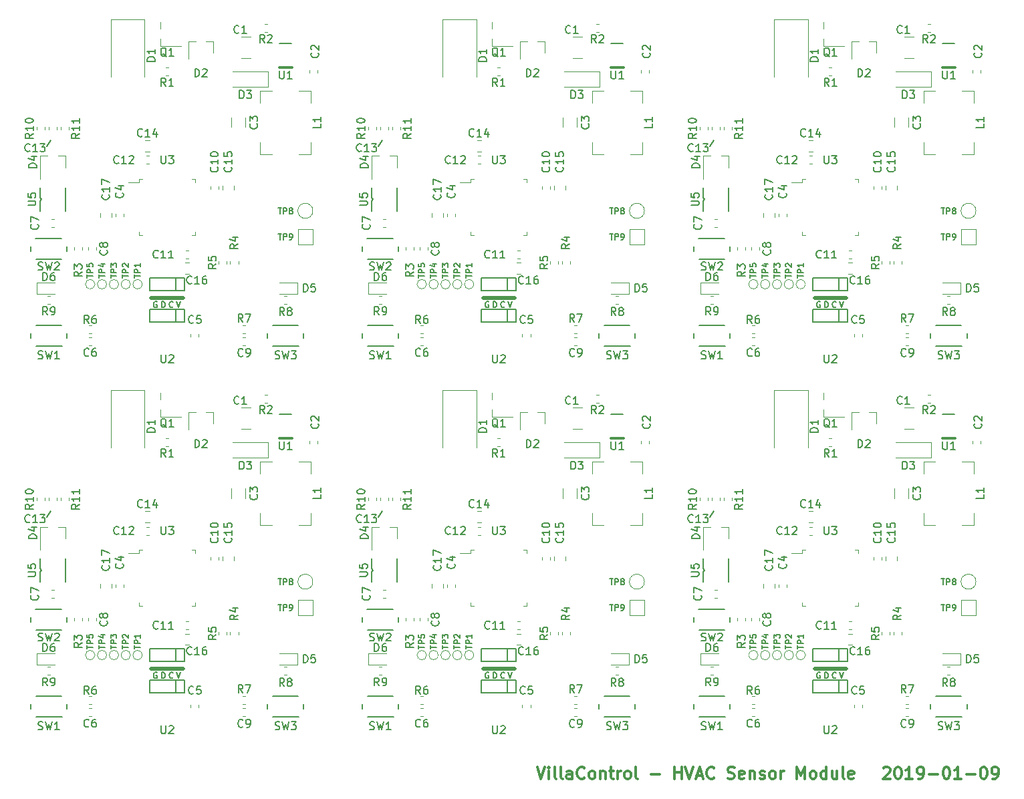
<source format=gbr>
%TF.GenerationSoftware,KiCad,Pcbnew,5.0.1-33cea8e~67~ubuntu18.04.1*%
%TF.CreationDate,2019-01-09T21:53:47+01:00*%
%TF.ProjectId,hvac-sensor-module_pcb-panel,687661632D73656E736F722D6D6F6475,1.0*%
%TF.SameCoordinates,Original*%
%TF.FileFunction,Legend,Top*%
%TF.FilePolarity,Positive*%
%FSLAX46Y46*%
G04 Gerber Fmt 4.6, Leading zero omitted, Abs format (unit mm)*
G04 Created by KiCad (PCBNEW 5.0.1-33cea8e~67~ubuntu18.04.1) date Mi 09 Jan 2019 21:53:47 CET*
%MOMM*%
%LPD*%
G01*
G04 APERTURE LIST*
%ADD10C,0.150000*%
%ADD11C,0.200000*%
%ADD12C,0.300000*%
%ADD13C,0.120000*%
%ADD14C,0.500000*%
G04 APERTURE END LIST*
D10*
X155200000Y-133689285D02*
X155450000Y-134439285D01*
X155700000Y-133689285D01*
D11*
X139250000Y-113250000D02*
X138750000Y-114000000D01*
D10*
X152696428Y-133725000D02*
X152625000Y-133689285D01*
X152517857Y-133689285D01*
X152410714Y-133725000D01*
X152339285Y-133796428D01*
X152303571Y-133867857D01*
X152267857Y-134010714D01*
X152267857Y-134117857D01*
X152303571Y-134260714D01*
X152339285Y-134332142D01*
X152410714Y-134403571D01*
X152517857Y-134439285D01*
X152589285Y-134439285D01*
X152696428Y-134403571D01*
X152732142Y-134367857D01*
X152732142Y-134117857D01*
X152589285Y-134117857D01*
X153303571Y-134439285D02*
X153303571Y-133689285D01*
X153482142Y-133689285D01*
X153589285Y-133725000D01*
X153660714Y-133796428D01*
X153696428Y-133867857D01*
X153732142Y-134010714D01*
X153732142Y-134117857D01*
X153696428Y-134260714D01*
X153660714Y-134332142D01*
X153589285Y-134403571D01*
X153482142Y-134439285D01*
X153303571Y-134439285D01*
X154732142Y-134367857D02*
X154696428Y-134403571D01*
X154589285Y-134439285D01*
X154517857Y-134439285D01*
X154410714Y-134403571D01*
X154339285Y-134332142D01*
X154303571Y-134260714D01*
X154267857Y-134117857D01*
X154267857Y-134010714D01*
X154303571Y-133867857D01*
X154339285Y-133796428D01*
X154410714Y-133725000D01*
X154517857Y-133689285D01*
X154589285Y-133689285D01*
X154696428Y-133725000D01*
X154732142Y-133760714D01*
X155200000Y-86689285D02*
X155450000Y-87439285D01*
X155700000Y-86689285D01*
X152696428Y-86725000D02*
X152625000Y-86689285D01*
X152517857Y-86689285D01*
X152410714Y-86725000D01*
X152339285Y-86796428D01*
X152303571Y-86867857D01*
X152267857Y-87010714D01*
X152267857Y-87117857D01*
X152303571Y-87260714D01*
X152339285Y-87332142D01*
X152410714Y-87403571D01*
X152517857Y-87439285D01*
X152589285Y-87439285D01*
X152696428Y-87403571D01*
X152732142Y-87367857D01*
X152732142Y-87117857D01*
X152589285Y-87117857D01*
D11*
X139250000Y-66250000D02*
X138750000Y-67000000D01*
D10*
X153303571Y-87439285D02*
X153303571Y-86689285D01*
X153482142Y-86689285D01*
X153589285Y-86725000D01*
X153660714Y-86796428D01*
X153696428Y-86867857D01*
X153732142Y-87010714D01*
X153732142Y-87117857D01*
X153696428Y-87260714D01*
X153660714Y-87332142D01*
X153589285Y-87403571D01*
X153482142Y-87439285D01*
X153303571Y-87439285D01*
X154732142Y-87367857D02*
X154696428Y-87403571D01*
X154589285Y-87439285D01*
X154517857Y-87439285D01*
X154410714Y-87403571D01*
X154339285Y-87332142D01*
X154303571Y-87260714D01*
X154267857Y-87117857D01*
X154267857Y-87010714D01*
X154303571Y-86867857D01*
X154339285Y-86796428D01*
X154410714Y-86725000D01*
X154517857Y-86689285D01*
X154589285Y-86689285D01*
X154696428Y-86725000D01*
X154732142Y-86760714D01*
D12*
X116857142Y-145678571D02*
X117357142Y-147178571D01*
X117857142Y-145678571D01*
X118357142Y-147178571D02*
X118357142Y-146178571D01*
X118357142Y-145678571D02*
X118285714Y-145750000D01*
X118357142Y-145821428D01*
X118428571Y-145750000D01*
X118357142Y-145678571D01*
X118357142Y-145821428D01*
X119285714Y-147178571D02*
X119142857Y-147107142D01*
X119071428Y-146964285D01*
X119071428Y-145678571D01*
X120071428Y-147178571D02*
X119928571Y-147107142D01*
X119857142Y-146964285D01*
X119857142Y-145678571D01*
X121285714Y-147178571D02*
X121285714Y-146392857D01*
X121214285Y-146250000D01*
X121071428Y-146178571D01*
X120785714Y-146178571D01*
X120642857Y-146250000D01*
X121285714Y-147107142D02*
X121142857Y-147178571D01*
X120785714Y-147178571D01*
X120642857Y-147107142D01*
X120571428Y-146964285D01*
X120571428Y-146821428D01*
X120642857Y-146678571D01*
X120785714Y-146607142D01*
X121142857Y-146607142D01*
X121285714Y-146535714D01*
X122857142Y-147035714D02*
X122785714Y-147107142D01*
X122571428Y-147178571D01*
X122428571Y-147178571D01*
X122214285Y-147107142D01*
X122071428Y-146964285D01*
X121999999Y-146821428D01*
X121928571Y-146535714D01*
X121928571Y-146321428D01*
X121999999Y-146035714D01*
X122071428Y-145892857D01*
X122214285Y-145750000D01*
X122428571Y-145678571D01*
X122571428Y-145678571D01*
X122785714Y-145750000D01*
X122857142Y-145821428D01*
X123714285Y-147178571D02*
X123571428Y-147107142D01*
X123499999Y-147035714D01*
X123428571Y-146892857D01*
X123428571Y-146464285D01*
X123499999Y-146321428D01*
X123571428Y-146250000D01*
X123714285Y-146178571D01*
X123928571Y-146178571D01*
X124071428Y-146250000D01*
X124142857Y-146321428D01*
X124214285Y-146464285D01*
X124214285Y-146892857D01*
X124142857Y-147035714D01*
X124071428Y-147107142D01*
X123928571Y-147178571D01*
X123714285Y-147178571D01*
X124857142Y-146178571D02*
X124857142Y-147178571D01*
X124857142Y-146321428D02*
X124928571Y-146250000D01*
X125071428Y-146178571D01*
X125285714Y-146178571D01*
X125428571Y-146250000D01*
X125499999Y-146392857D01*
X125499999Y-147178571D01*
X125999999Y-146178571D02*
X126571428Y-146178571D01*
X126214285Y-145678571D02*
X126214285Y-146964285D01*
X126285714Y-147107142D01*
X126428571Y-147178571D01*
X126571428Y-147178571D01*
X127071428Y-147178571D02*
X127071428Y-146178571D01*
X127071428Y-146464285D02*
X127142857Y-146321428D01*
X127214285Y-146250000D01*
X127357142Y-146178571D01*
X127499999Y-146178571D01*
X128214285Y-147178571D02*
X128071428Y-147107142D01*
X127999999Y-147035714D01*
X127928571Y-146892857D01*
X127928571Y-146464285D01*
X127999999Y-146321428D01*
X128071428Y-146250000D01*
X128214285Y-146178571D01*
X128428571Y-146178571D01*
X128571428Y-146250000D01*
X128642857Y-146321428D01*
X128714285Y-146464285D01*
X128714285Y-146892857D01*
X128642857Y-147035714D01*
X128571428Y-147107142D01*
X128428571Y-147178571D01*
X128214285Y-147178571D01*
X129571428Y-147178571D02*
X129428571Y-147107142D01*
X129357142Y-146964285D01*
X129357142Y-145678571D01*
X131285714Y-146607142D02*
X132428571Y-146607142D01*
X134285714Y-147178571D02*
X134285714Y-145678571D01*
X134285714Y-146392857D02*
X135142857Y-146392857D01*
X135142857Y-147178571D02*
X135142857Y-145678571D01*
X135642857Y-145678571D02*
X136142857Y-147178571D01*
X136642857Y-145678571D01*
X137071428Y-146750000D02*
X137785714Y-146750000D01*
X136928571Y-147178571D02*
X137428571Y-145678571D01*
X137928571Y-147178571D01*
X139285714Y-147035714D02*
X139214285Y-147107142D01*
X139000000Y-147178571D01*
X138857142Y-147178571D01*
X138642857Y-147107142D01*
X138500000Y-146964285D01*
X138428571Y-146821428D01*
X138357142Y-146535714D01*
X138357142Y-146321428D01*
X138428571Y-146035714D01*
X138500000Y-145892857D01*
X138642857Y-145750000D01*
X138857142Y-145678571D01*
X139000000Y-145678571D01*
X139214285Y-145750000D01*
X139285714Y-145821428D01*
X141000000Y-147107142D02*
X141214285Y-147178571D01*
X141571428Y-147178571D01*
X141714285Y-147107142D01*
X141785714Y-147035714D01*
X141857142Y-146892857D01*
X141857142Y-146750000D01*
X141785714Y-146607142D01*
X141714285Y-146535714D01*
X141571428Y-146464285D01*
X141285714Y-146392857D01*
X141142857Y-146321428D01*
X141071428Y-146250000D01*
X141000000Y-146107142D01*
X141000000Y-145964285D01*
X141071428Y-145821428D01*
X141142857Y-145750000D01*
X141285714Y-145678571D01*
X141642857Y-145678571D01*
X141857142Y-145750000D01*
X143071428Y-147107142D02*
X142928571Y-147178571D01*
X142642857Y-147178571D01*
X142500000Y-147107142D01*
X142428571Y-146964285D01*
X142428571Y-146392857D01*
X142500000Y-146250000D01*
X142642857Y-146178571D01*
X142928571Y-146178571D01*
X143071428Y-146250000D01*
X143142857Y-146392857D01*
X143142857Y-146535714D01*
X142428571Y-146678571D01*
X143785714Y-146178571D02*
X143785714Y-147178571D01*
X143785714Y-146321428D02*
X143857142Y-146250000D01*
X144000000Y-146178571D01*
X144214285Y-146178571D01*
X144357142Y-146250000D01*
X144428571Y-146392857D01*
X144428571Y-147178571D01*
X145071428Y-147107142D02*
X145214285Y-147178571D01*
X145500000Y-147178571D01*
X145642857Y-147107142D01*
X145714285Y-146964285D01*
X145714285Y-146892857D01*
X145642857Y-146750000D01*
X145500000Y-146678571D01*
X145285714Y-146678571D01*
X145142857Y-146607142D01*
X145071428Y-146464285D01*
X145071428Y-146392857D01*
X145142857Y-146250000D01*
X145285714Y-146178571D01*
X145500000Y-146178571D01*
X145642857Y-146250000D01*
X146571428Y-147178571D02*
X146428571Y-147107142D01*
X146357142Y-147035714D01*
X146285714Y-146892857D01*
X146285714Y-146464285D01*
X146357142Y-146321428D01*
X146428571Y-146250000D01*
X146571428Y-146178571D01*
X146785714Y-146178571D01*
X146928571Y-146250000D01*
X147000000Y-146321428D01*
X147071428Y-146464285D01*
X147071428Y-146892857D01*
X147000000Y-147035714D01*
X146928571Y-147107142D01*
X146785714Y-147178571D01*
X146571428Y-147178571D01*
X147714285Y-147178571D02*
X147714285Y-146178571D01*
X147714285Y-146464285D02*
X147785714Y-146321428D01*
X147857142Y-146250000D01*
X148000000Y-146178571D01*
X148142857Y-146178571D01*
X149785714Y-147178571D02*
X149785714Y-145678571D01*
X150285714Y-146750000D01*
X150785714Y-145678571D01*
X150785714Y-147178571D01*
X151714285Y-147178571D02*
X151571428Y-147107142D01*
X151500000Y-147035714D01*
X151428571Y-146892857D01*
X151428571Y-146464285D01*
X151500000Y-146321428D01*
X151571428Y-146250000D01*
X151714285Y-146178571D01*
X151928571Y-146178571D01*
X152071428Y-146250000D01*
X152142857Y-146321428D01*
X152214285Y-146464285D01*
X152214285Y-146892857D01*
X152142857Y-147035714D01*
X152071428Y-147107142D01*
X151928571Y-147178571D01*
X151714285Y-147178571D01*
X153500000Y-147178571D02*
X153500000Y-145678571D01*
X153500000Y-147107142D02*
X153357142Y-147178571D01*
X153071428Y-147178571D01*
X152928571Y-147107142D01*
X152857142Y-147035714D01*
X152785714Y-146892857D01*
X152785714Y-146464285D01*
X152857142Y-146321428D01*
X152928571Y-146250000D01*
X153071428Y-146178571D01*
X153357142Y-146178571D01*
X153500000Y-146250000D01*
X154857142Y-146178571D02*
X154857142Y-147178571D01*
X154214285Y-146178571D02*
X154214285Y-146964285D01*
X154285714Y-147107142D01*
X154428571Y-147178571D01*
X154642857Y-147178571D01*
X154785714Y-147107142D01*
X154857142Y-147035714D01*
X155785714Y-147178571D02*
X155642857Y-147107142D01*
X155571428Y-146964285D01*
X155571428Y-145678571D01*
X156928571Y-147107142D02*
X156785714Y-147178571D01*
X156500000Y-147178571D01*
X156357142Y-147107142D01*
X156285714Y-146964285D01*
X156285714Y-146392857D01*
X156357142Y-146250000D01*
X156500000Y-146178571D01*
X156785714Y-146178571D01*
X156928571Y-146250000D01*
X157000000Y-146392857D01*
X157000000Y-146535714D01*
X156285714Y-146678571D01*
X160714285Y-145821428D02*
X160785714Y-145750000D01*
X160928571Y-145678571D01*
X161285714Y-145678571D01*
X161428571Y-145750000D01*
X161500000Y-145821428D01*
X161571428Y-145964285D01*
X161571428Y-146107142D01*
X161500000Y-146321428D01*
X160642857Y-147178571D01*
X161571428Y-147178571D01*
X162500000Y-145678571D02*
X162642857Y-145678571D01*
X162785714Y-145750000D01*
X162857142Y-145821428D01*
X162928571Y-145964285D01*
X163000000Y-146250000D01*
X163000000Y-146607142D01*
X162928571Y-146892857D01*
X162857142Y-147035714D01*
X162785714Y-147107142D01*
X162642857Y-147178571D01*
X162500000Y-147178571D01*
X162357142Y-147107142D01*
X162285714Y-147035714D01*
X162214285Y-146892857D01*
X162142857Y-146607142D01*
X162142857Y-146250000D01*
X162214285Y-145964285D01*
X162285714Y-145821428D01*
X162357142Y-145750000D01*
X162500000Y-145678571D01*
X164428571Y-147178571D02*
X163571428Y-147178571D01*
X164000000Y-147178571D02*
X164000000Y-145678571D01*
X163857142Y-145892857D01*
X163714285Y-146035714D01*
X163571428Y-146107142D01*
X165142857Y-147178571D02*
X165428571Y-147178571D01*
X165571428Y-147107142D01*
X165642857Y-147035714D01*
X165785714Y-146821428D01*
X165857142Y-146535714D01*
X165857142Y-145964285D01*
X165785714Y-145821428D01*
X165714285Y-145750000D01*
X165571428Y-145678571D01*
X165285714Y-145678571D01*
X165142857Y-145750000D01*
X165071428Y-145821428D01*
X165000000Y-145964285D01*
X165000000Y-146321428D01*
X165071428Y-146464285D01*
X165142857Y-146535714D01*
X165285714Y-146607142D01*
X165571428Y-146607142D01*
X165714285Y-146535714D01*
X165785714Y-146464285D01*
X165857142Y-146321428D01*
X166500000Y-146607142D02*
X167642857Y-146607142D01*
X168642857Y-145678571D02*
X168785714Y-145678571D01*
X168928571Y-145750000D01*
X169000000Y-145821428D01*
X169071428Y-145964285D01*
X169142857Y-146250000D01*
X169142857Y-146607142D01*
X169071428Y-146892857D01*
X169000000Y-147035714D01*
X168928571Y-147107142D01*
X168785714Y-147178571D01*
X168642857Y-147178571D01*
X168500000Y-147107142D01*
X168428571Y-147035714D01*
X168357142Y-146892857D01*
X168285714Y-146607142D01*
X168285714Y-146250000D01*
X168357142Y-145964285D01*
X168428571Y-145821428D01*
X168500000Y-145750000D01*
X168642857Y-145678571D01*
X170571428Y-147178571D02*
X169714285Y-147178571D01*
X170142857Y-147178571D02*
X170142857Y-145678571D01*
X170000000Y-145892857D01*
X169857142Y-146035714D01*
X169714285Y-146107142D01*
X171214285Y-146607142D02*
X172357142Y-146607142D01*
X173357142Y-145678571D02*
X173500000Y-145678571D01*
X173642857Y-145750000D01*
X173714285Y-145821428D01*
X173785714Y-145964285D01*
X173857142Y-146250000D01*
X173857142Y-146607142D01*
X173785714Y-146892857D01*
X173714285Y-147035714D01*
X173642857Y-147107142D01*
X173500000Y-147178571D01*
X173357142Y-147178571D01*
X173214285Y-147107142D01*
X173142857Y-147035714D01*
X173071428Y-146892857D01*
X173000000Y-146607142D01*
X173000000Y-146250000D01*
X173071428Y-145964285D01*
X173142857Y-145821428D01*
X173214285Y-145750000D01*
X173357142Y-145678571D01*
X174571428Y-147178571D02*
X174857142Y-147178571D01*
X175000000Y-147107142D01*
X175071428Y-147035714D01*
X175214285Y-146821428D01*
X175285714Y-146535714D01*
X175285714Y-145964285D01*
X175214285Y-145821428D01*
X175142857Y-145750000D01*
X175000000Y-145678571D01*
X174714285Y-145678571D01*
X174571428Y-145750000D01*
X174500000Y-145821428D01*
X174428571Y-145964285D01*
X174428571Y-146321428D01*
X174500000Y-146464285D01*
X174571428Y-146535714D01*
X174714285Y-146607142D01*
X175000000Y-146607142D01*
X175142857Y-146535714D01*
X175214285Y-146464285D01*
X175285714Y-146321428D01*
D11*
X55250000Y-66250000D02*
X54750000Y-67000000D01*
D10*
X71200000Y-86689285D02*
X71450000Y-87439285D01*
X71700000Y-86689285D01*
X68696428Y-86725000D02*
X68625000Y-86689285D01*
X68517857Y-86689285D01*
X68410714Y-86725000D01*
X68339285Y-86796428D01*
X68303571Y-86867857D01*
X68267857Y-87010714D01*
X68267857Y-87117857D01*
X68303571Y-87260714D01*
X68339285Y-87332142D01*
X68410714Y-87403571D01*
X68517857Y-87439285D01*
X68589285Y-87439285D01*
X68696428Y-87403571D01*
X68732142Y-87367857D01*
X68732142Y-87117857D01*
X68589285Y-87117857D01*
X69303571Y-87439285D02*
X69303571Y-86689285D01*
X69482142Y-86689285D01*
X69589285Y-86725000D01*
X69660714Y-86796428D01*
X69696428Y-86867857D01*
X69732142Y-87010714D01*
X69732142Y-87117857D01*
X69696428Y-87260714D01*
X69660714Y-87332142D01*
X69589285Y-87403571D01*
X69482142Y-87439285D01*
X69303571Y-87439285D01*
X70732142Y-87367857D02*
X70696428Y-87403571D01*
X70589285Y-87439285D01*
X70517857Y-87439285D01*
X70410714Y-87403571D01*
X70339285Y-87332142D01*
X70303571Y-87260714D01*
X70267857Y-87117857D01*
X70267857Y-87010714D01*
X70303571Y-86867857D01*
X70339285Y-86796428D01*
X70410714Y-86725000D01*
X70517857Y-86689285D01*
X70589285Y-86689285D01*
X70696428Y-86725000D01*
X70732142Y-86760714D01*
D11*
X97250000Y-66250000D02*
X96750000Y-67000000D01*
D10*
X113200000Y-86689285D02*
X113450000Y-87439285D01*
X113700000Y-86689285D01*
X110696428Y-86725000D02*
X110625000Y-86689285D01*
X110517857Y-86689285D01*
X110410714Y-86725000D01*
X110339285Y-86796428D01*
X110303571Y-86867857D01*
X110267857Y-87010714D01*
X110267857Y-87117857D01*
X110303571Y-87260714D01*
X110339285Y-87332142D01*
X110410714Y-87403571D01*
X110517857Y-87439285D01*
X110589285Y-87439285D01*
X110696428Y-87403571D01*
X110732142Y-87367857D01*
X110732142Y-87117857D01*
X110589285Y-87117857D01*
X111303571Y-87439285D02*
X111303571Y-86689285D01*
X111482142Y-86689285D01*
X111589285Y-86725000D01*
X111660714Y-86796428D01*
X111696428Y-86867857D01*
X111732142Y-87010714D01*
X111732142Y-87117857D01*
X111696428Y-87260714D01*
X111660714Y-87332142D01*
X111589285Y-87403571D01*
X111482142Y-87439285D01*
X111303571Y-87439285D01*
X112732142Y-87367857D02*
X112696428Y-87403571D01*
X112589285Y-87439285D01*
X112517857Y-87439285D01*
X112410714Y-87403571D01*
X112339285Y-87332142D01*
X112303571Y-87260714D01*
X112267857Y-87117857D01*
X112267857Y-87010714D01*
X112303571Y-86867857D01*
X112339285Y-86796428D01*
X112410714Y-86725000D01*
X112517857Y-86689285D01*
X112589285Y-86689285D01*
X112696428Y-86725000D01*
X112732142Y-86760714D01*
D11*
X55250000Y-113250000D02*
X54750000Y-114000000D01*
D10*
X71200000Y-133689285D02*
X71450000Y-134439285D01*
X71700000Y-133689285D01*
X68696428Y-133725000D02*
X68625000Y-133689285D01*
X68517857Y-133689285D01*
X68410714Y-133725000D01*
X68339285Y-133796428D01*
X68303571Y-133867857D01*
X68267857Y-134010714D01*
X68267857Y-134117857D01*
X68303571Y-134260714D01*
X68339285Y-134332142D01*
X68410714Y-134403571D01*
X68517857Y-134439285D01*
X68589285Y-134439285D01*
X68696428Y-134403571D01*
X68732142Y-134367857D01*
X68732142Y-134117857D01*
X68589285Y-134117857D01*
X69303571Y-134439285D02*
X69303571Y-133689285D01*
X69482142Y-133689285D01*
X69589285Y-133725000D01*
X69660714Y-133796428D01*
X69696428Y-133867857D01*
X69732142Y-134010714D01*
X69732142Y-134117857D01*
X69696428Y-134260714D01*
X69660714Y-134332142D01*
X69589285Y-134403571D01*
X69482142Y-134439285D01*
X69303571Y-134439285D01*
X70732142Y-134367857D02*
X70696428Y-134403571D01*
X70589285Y-134439285D01*
X70517857Y-134439285D01*
X70410714Y-134403571D01*
X70339285Y-134332142D01*
X70303571Y-134260714D01*
X70267857Y-134117857D01*
X70267857Y-134010714D01*
X70303571Y-133867857D01*
X70339285Y-133796428D01*
X70410714Y-133725000D01*
X70517857Y-133689285D01*
X70589285Y-133689285D01*
X70696428Y-133725000D01*
X70732142Y-133760714D01*
D11*
X97250000Y-113250000D02*
X96750000Y-114000000D01*
D10*
X113200000Y-133689285D02*
X113450000Y-134439285D01*
X113700000Y-133689285D01*
X110696428Y-133725000D02*
X110625000Y-133689285D01*
X110517857Y-133689285D01*
X110410714Y-133725000D01*
X110339285Y-133796428D01*
X110303571Y-133867857D01*
X110267857Y-134010714D01*
X110267857Y-134117857D01*
X110303571Y-134260714D01*
X110339285Y-134332142D01*
X110410714Y-134403571D01*
X110517857Y-134439285D01*
X110589285Y-134439285D01*
X110696428Y-134403571D01*
X110732142Y-134367857D01*
X110732142Y-134117857D01*
X110589285Y-134117857D01*
X111303571Y-134439285D02*
X111303571Y-133689285D01*
X111482142Y-133689285D01*
X111589285Y-133725000D01*
X111660714Y-133796428D01*
X111696428Y-133867857D01*
X111732142Y-134010714D01*
X111732142Y-134117857D01*
X111696428Y-134260714D01*
X111660714Y-134332142D01*
X111589285Y-134403571D01*
X111482142Y-134439285D01*
X111303571Y-134439285D01*
X112732142Y-134367857D02*
X112696428Y-134403571D01*
X112589285Y-134439285D01*
X112517857Y-134439285D01*
X112410714Y-134403571D01*
X112339285Y-134332142D01*
X112303571Y-134260714D01*
X112267857Y-134117857D01*
X112267857Y-134010714D01*
X112303571Y-133867857D01*
X112339285Y-133796428D01*
X112410714Y-133725000D01*
X112517857Y-133689285D01*
X112589285Y-133689285D01*
X112696428Y-133725000D01*
X112732142Y-133760714D01*
D13*
X171990000Y-104671267D02*
X171990000Y-104328733D01*
X173010000Y-104671267D02*
X173010000Y-104328733D01*
X144421267Y-137760000D02*
X144078733Y-137760000D01*
X144421267Y-136740000D02*
X144078733Y-136740000D01*
D10*
X137400000Y-139300000D02*
X140700000Y-139300000D01*
X137400000Y-136700000D02*
X140600000Y-136700000D01*
X141300000Y-137700000D02*
X141300000Y-138300000D01*
X136700000Y-138300000D02*
X136700000Y-137700000D01*
D13*
X154171267Y-105010000D02*
X153828733Y-105010000D01*
X154171267Y-103990000D02*
X153828733Y-103990000D01*
X163578733Y-137760000D02*
X163921267Y-137760000D01*
X163578733Y-136740000D02*
X163921267Y-136740000D01*
X139800000Y-131265000D02*
X137515000Y-131265000D01*
X137515000Y-131265000D02*
X137515000Y-132735000D01*
X137515000Y-132735000D02*
X139800000Y-132735000D01*
X157560000Y-118190000D02*
X157560000Y-118610000D01*
X157560000Y-125310000D02*
X157560000Y-124890000D01*
X150440000Y-125310000D02*
X150440000Y-124890000D01*
X150440000Y-118190000D02*
X150860000Y-118190000D01*
X157560000Y-125310000D02*
X157140000Y-125310000D01*
X157560000Y-118190000D02*
X157140000Y-118190000D01*
X150440000Y-118610000D02*
X149060000Y-118610000D01*
X150440000Y-118190000D02*
X150440000Y-118610000D01*
X150440000Y-125310000D02*
X150860000Y-125310000D01*
X165800000Y-107000000D02*
X165800000Y-108500000D01*
X165800000Y-115010000D02*
X165800000Y-113510000D01*
X165800000Y-107000000D02*
X167300000Y-107000000D01*
X165800000Y-115000000D02*
X167300000Y-115000000D01*
X172200000Y-115000000D02*
X170700000Y-115000000D01*
X172200000Y-115000000D02*
X172200000Y-113500000D01*
X172200000Y-107000000D02*
X172200000Y-108500000D01*
X172200000Y-107000000D02*
X170700000Y-107000000D01*
D10*
X140600000Y-125700000D02*
X137300000Y-125700000D01*
X140600000Y-128300000D02*
X137400000Y-128300000D01*
X136700000Y-127300000D02*
X136700000Y-126700000D01*
X141300000Y-126700000D02*
X141300000Y-127300000D01*
D13*
X168828733Y-132990000D02*
X169171267Y-132990000D01*
X168828733Y-134010000D02*
X169171267Y-134010000D01*
X156671267Y-127240000D02*
X156328733Y-127240000D01*
X156671267Y-128260000D02*
X156328733Y-128260000D01*
X158010000Y-137828733D02*
X158010000Y-138171267D01*
X156990000Y-137828733D02*
X156990000Y-138171267D01*
X139171267Y-132990000D02*
X138828733Y-132990000D01*
X139171267Y-134010000D02*
X138828733Y-134010000D01*
X145540000Y-123011252D02*
X145540000Y-122488748D01*
X146960000Y-123011252D02*
X146960000Y-122488748D01*
X164602064Y-102860000D02*
X163397936Y-102860000D01*
X164602064Y-100140000D02*
X163397936Y-100140000D01*
X149350000Y-131500000D02*
G75*
G03X149350000Y-131500000I-600000J0D01*
G01*
X163578733Y-138240000D02*
X163921267Y-138240000D01*
X163578733Y-139260000D02*
X163921267Y-139260000D01*
X140490000Y-111578733D02*
X140490000Y-111921267D01*
X141510000Y-111578733D02*
X141510000Y-111921267D01*
X162090000Y-111602064D02*
X162090000Y-110397936D01*
X163910000Y-111602064D02*
X163910000Y-110397936D01*
X143990000Y-126828733D02*
X143990000Y-127171267D01*
X145010000Y-126828733D02*
X145010000Y-127171267D01*
X170550000Y-124550000D02*
X172450000Y-124550000D01*
X172450000Y-124550000D02*
X172450000Y-126450000D01*
X172450000Y-126450000D02*
X170550000Y-126450000D01*
X170550000Y-126450000D02*
X170550000Y-124550000D01*
X172450000Y-122200000D02*
G75*
G03X172450000Y-122200000I-950000J0D01*
G01*
X166750000Y-106500000D02*
X166750000Y-104500000D01*
X166750000Y-104500000D02*
X162250000Y-104500000D01*
X166750000Y-106500000D02*
X162250000Y-106500000D01*
D12*
X168200000Y-104000000D02*
X169800000Y-104000000D01*
D10*
X168200000Y-101000000D02*
X169700000Y-101000000D01*
D13*
X139671267Y-123240000D02*
X139328733Y-123240000D01*
X139671267Y-124260000D02*
X139328733Y-124260000D01*
X170485000Y-131265000D02*
X168200000Y-131265000D01*
X170485000Y-132735000D02*
X170485000Y-131265000D01*
X168200000Y-132735000D02*
X170485000Y-132735000D01*
X156761252Y-130210000D02*
X156238748Y-130210000D01*
X156761252Y-128790000D02*
X156238748Y-128790000D01*
X140010000Y-111578733D02*
X140010000Y-111921267D01*
X138990000Y-111578733D02*
X138990000Y-111921267D01*
X163010000Y-128578733D02*
X163010000Y-128921267D01*
X161990000Y-128578733D02*
X161990000Y-128921267D01*
X159830000Y-100740000D02*
X159830000Y-102200000D01*
X156670000Y-100740000D02*
X156670000Y-102900000D01*
X156670000Y-100740000D02*
X157600000Y-100740000D01*
X159830000Y-100740000D02*
X158900000Y-100740000D01*
X160490000Y-128578733D02*
X160490000Y-128921267D01*
X161510000Y-128578733D02*
X161510000Y-128921267D01*
D10*
X137900000Y-120550000D02*
X138100000Y-120750000D01*
X138100000Y-120750000D02*
X137900000Y-120950000D01*
X137900000Y-120950000D02*
X137900000Y-122250000D01*
X141100000Y-122250000D02*
X141100000Y-119250000D01*
X137900000Y-119250000D02*
X137900000Y-120550000D01*
D13*
X159490000Y-119078733D02*
X159490000Y-119421267D01*
X160510000Y-119078733D02*
X160510000Y-119421267D01*
X151328733Y-115240000D02*
X151671267Y-115240000D01*
X151328733Y-116260000D02*
X151671267Y-116260000D01*
X141080000Y-115240000D02*
X141080000Y-116700000D01*
X137920000Y-115240000D02*
X137920000Y-118200000D01*
X137920000Y-115240000D02*
X138850000Y-115240000D01*
X141080000Y-115240000D02*
X140150000Y-115240000D01*
D10*
X155100000Y-136300000D02*
X155100000Y-134700000D01*
X156200000Y-136300000D02*
X156200000Y-134700000D01*
X151800000Y-134700000D02*
X156200000Y-134700000D01*
X151800000Y-136300000D02*
X151800000Y-134700000D01*
X156200000Y-136300000D02*
X151800000Y-136300000D01*
X156200000Y-132300000D02*
X151800000Y-132300000D01*
X151800000Y-132300000D02*
X151800000Y-130700000D01*
X151800000Y-130700000D02*
X156200000Y-130700000D01*
X156200000Y-132300000D02*
X156200000Y-130700000D01*
X155100000Y-132300000D02*
X155100000Y-130700000D01*
D13*
X150850000Y-131500000D02*
G75*
G03X150850000Y-131500000I-600000J0D01*
G01*
X151150000Y-97900000D02*
X146850000Y-97900000D01*
X146850000Y-97900000D02*
X146850000Y-105200000D01*
X151150000Y-97900000D02*
X151150000Y-105200000D01*
X148510000Y-122921267D02*
X148510000Y-122578733D01*
X147490000Y-122921267D02*
X147490000Y-122578733D01*
X161040000Y-118988748D02*
X161040000Y-119511252D01*
X162460000Y-118988748D02*
X162460000Y-119511252D01*
X137490000Y-111921267D02*
X137490000Y-111578733D01*
X138510000Y-111921267D02*
X138510000Y-111578733D01*
D10*
X167400000Y-139300000D02*
X170700000Y-139300000D01*
X167400000Y-136700000D02*
X170600000Y-136700000D01*
X171300000Y-137700000D02*
X171300000Y-138300000D01*
X166700000Y-138300000D02*
X166700000Y-137700000D01*
D13*
X144850000Y-131500000D02*
G75*
G03X144850000Y-131500000I-600000J0D01*
G01*
X146350000Y-131500000D02*
G75*
G03X146350000Y-131500000I-600000J0D01*
G01*
X147850000Y-131500000D02*
G75*
G03X147850000Y-131500000I-600000J0D01*
G01*
D14*
X152000000Y-133250000D02*
X156000000Y-133250000D01*
D13*
X153150000Y-101350000D02*
X153150000Y-100400000D01*
X155750000Y-101350000D02*
X153150000Y-101350000D01*
X153150000Y-99100000D02*
X153150000Y-98300000D01*
X143260000Y-126828733D02*
X143260000Y-127171267D01*
X142240000Y-126828733D02*
X142240000Y-127171267D01*
X151238748Y-113290000D02*
X151761252Y-113290000D01*
X151238748Y-114710000D02*
X151761252Y-114710000D01*
X144421267Y-139260000D02*
X144078733Y-139260000D01*
X144421267Y-138240000D02*
X144078733Y-138240000D01*
X166671267Y-99510000D02*
X166328733Y-99510000D01*
X166671267Y-98490000D02*
X166328733Y-98490000D01*
X141080000Y-68240000D02*
X140150000Y-68240000D01*
X137920000Y-68240000D02*
X138850000Y-68240000D01*
X137920000Y-68240000D02*
X137920000Y-71200000D01*
X141080000Y-68240000D02*
X141080000Y-69700000D01*
D10*
X136700000Y-91300000D02*
X136700000Y-90700000D01*
X141300000Y-90700000D02*
X141300000Y-91300000D01*
X137400000Y-89700000D02*
X140600000Y-89700000D01*
X137400000Y-92300000D02*
X140700000Y-92300000D01*
D13*
X154171267Y-56990000D02*
X153828733Y-56990000D01*
X154171267Y-58010000D02*
X153828733Y-58010000D01*
X172200000Y-60000000D02*
X170700000Y-60000000D01*
X172200000Y-60000000D02*
X172200000Y-61500000D01*
X172200000Y-68000000D02*
X172200000Y-66500000D01*
X172200000Y-68000000D02*
X170700000Y-68000000D01*
X165800000Y-68000000D02*
X167300000Y-68000000D01*
X165800000Y-60000000D02*
X167300000Y-60000000D01*
X165800000Y-68010000D02*
X165800000Y-66510000D01*
X165800000Y-60000000D02*
X165800000Y-61500000D01*
D10*
X141300000Y-79700000D02*
X141300000Y-80300000D01*
X136700000Y-80300000D02*
X136700000Y-79700000D01*
X140600000Y-81300000D02*
X137400000Y-81300000D01*
X140600000Y-78700000D02*
X137300000Y-78700000D01*
D13*
X168828733Y-87010000D02*
X169171267Y-87010000D01*
X168828733Y-85990000D02*
X169171267Y-85990000D01*
D14*
X152000000Y-86250000D02*
X156000000Y-86250000D01*
D13*
X153150000Y-52100000D02*
X153150000Y-51300000D01*
X155750000Y-54350000D02*
X153150000Y-54350000D01*
X153150000Y-54350000D02*
X153150000Y-53400000D01*
X144850000Y-84500000D02*
G75*
G03X144850000Y-84500000I-600000J0D01*
G01*
X146350000Y-84500000D02*
G75*
G03X146350000Y-84500000I-600000J0D01*
G01*
X147850000Y-84500000D02*
G75*
G03X147850000Y-84500000I-600000J0D01*
G01*
X149350000Y-84500000D02*
G75*
G03X149350000Y-84500000I-600000J0D01*
G01*
X163578733Y-92260000D02*
X163921267Y-92260000D01*
X163578733Y-91240000D02*
X163921267Y-91240000D01*
X147490000Y-75921267D02*
X147490000Y-75578733D01*
X148510000Y-75921267D02*
X148510000Y-75578733D01*
X162460000Y-71988748D02*
X162460000Y-72511252D01*
X161040000Y-71988748D02*
X161040000Y-72511252D01*
X160510000Y-72078733D02*
X160510000Y-72421267D01*
X159490000Y-72078733D02*
X159490000Y-72421267D01*
X151328733Y-69260000D02*
X151671267Y-69260000D01*
X151328733Y-68240000D02*
X151671267Y-68240000D01*
X156671267Y-81260000D02*
X156328733Y-81260000D01*
X156671267Y-80240000D02*
X156328733Y-80240000D01*
X156990000Y-90828733D02*
X156990000Y-91171267D01*
X158010000Y-90828733D02*
X158010000Y-91171267D01*
X139171267Y-87010000D02*
X138828733Y-87010000D01*
X139171267Y-85990000D02*
X138828733Y-85990000D01*
X150850000Y-84500000D02*
G75*
G03X150850000Y-84500000I-600000J0D01*
G01*
X151150000Y-50900000D02*
X151150000Y-58200000D01*
X146850000Y-50900000D02*
X146850000Y-58200000D01*
X151150000Y-50900000D02*
X146850000Y-50900000D01*
X170550000Y-79450000D02*
X170550000Y-77550000D01*
X172450000Y-79450000D02*
X170550000Y-79450000D01*
X172450000Y-77550000D02*
X172450000Y-79450000D01*
X170550000Y-77550000D02*
X172450000Y-77550000D01*
X172450000Y-75200000D02*
G75*
G03X172450000Y-75200000I-950000J0D01*
G01*
X166750000Y-59500000D02*
X162250000Y-59500000D01*
X166750000Y-57500000D02*
X162250000Y-57500000D01*
X166750000Y-59500000D02*
X166750000Y-57500000D01*
X166671267Y-51490000D02*
X166328733Y-51490000D01*
X166671267Y-52510000D02*
X166328733Y-52510000D01*
X173010000Y-57671267D02*
X173010000Y-57328733D01*
X171990000Y-57671267D02*
X171990000Y-57328733D01*
X144421267Y-89740000D02*
X144078733Y-89740000D01*
X144421267Y-90760000D02*
X144078733Y-90760000D01*
X138510000Y-64921267D02*
X138510000Y-64578733D01*
X137490000Y-64921267D02*
X137490000Y-64578733D01*
D10*
X166700000Y-91300000D02*
X166700000Y-90700000D01*
X171300000Y-90700000D02*
X171300000Y-91300000D01*
X167400000Y-89700000D02*
X170600000Y-89700000D01*
X167400000Y-92300000D02*
X170700000Y-92300000D01*
X156200000Y-89300000D02*
X151800000Y-89300000D01*
X151800000Y-89300000D02*
X151800000Y-87700000D01*
X151800000Y-87700000D02*
X156200000Y-87700000D01*
X156200000Y-89300000D02*
X156200000Y-87700000D01*
X155100000Y-89300000D02*
X155100000Y-87700000D01*
X155100000Y-85300000D02*
X155100000Y-83700000D01*
X156200000Y-85300000D02*
X156200000Y-83700000D01*
X151800000Y-83700000D02*
X156200000Y-83700000D01*
X151800000Y-85300000D02*
X151800000Y-83700000D01*
X156200000Y-85300000D02*
X151800000Y-85300000D01*
D13*
X151238748Y-67710000D02*
X151761252Y-67710000D01*
X151238748Y-66290000D02*
X151761252Y-66290000D01*
X144421267Y-91240000D02*
X144078733Y-91240000D01*
X144421267Y-92260000D02*
X144078733Y-92260000D01*
X139671267Y-77260000D02*
X139328733Y-77260000D01*
X139671267Y-76240000D02*
X139328733Y-76240000D01*
X146960000Y-76011252D02*
X146960000Y-75488748D01*
X145540000Y-76011252D02*
X145540000Y-75488748D01*
X164602064Y-53140000D02*
X163397936Y-53140000D01*
X164602064Y-55860000D02*
X163397936Y-55860000D01*
X163910000Y-64602064D02*
X163910000Y-63397936D01*
X162090000Y-64602064D02*
X162090000Y-63397936D01*
X145010000Y-79828733D02*
X145010000Y-80171267D01*
X143990000Y-79828733D02*
X143990000Y-80171267D01*
X141510000Y-64578733D02*
X141510000Y-64921267D01*
X140490000Y-64578733D02*
X140490000Y-64921267D01*
X168200000Y-85735000D02*
X170485000Y-85735000D01*
X170485000Y-85735000D02*
X170485000Y-84265000D01*
X170485000Y-84265000D02*
X168200000Y-84265000D01*
X159830000Y-53740000D02*
X158900000Y-53740000D01*
X156670000Y-53740000D02*
X157600000Y-53740000D01*
X156670000Y-53740000D02*
X156670000Y-55900000D01*
X159830000Y-53740000D02*
X159830000Y-55200000D01*
X161510000Y-81578733D02*
X161510000Y-81921267D01*
X160490000Y-81578733D02*
X160490000Y-81921267D01*
X156761252Y-81790000D02*
X156238748Y-81790000D01*
X156761252Y-83210000D02*
X156238748Y-83210000D01*
X138990000Y-64578733D02*
X138990000Y-64921267D01*
X140010000Y-64578733D02*
X140010000Y-64921267D01*
X150440000Y-78310000D02*
X150860000Y-78310000D01*
X150440000Y-71190000D02*
X150440000Y-71610000D01*
X150440000Y-71610000D02*
X149060000Y-71610000D01*
X157560000Y-71190000D02*
X157140000Y-71190000D01*
X157560000Y-78310000D02*
X157140000Y-78310000D01*
X150440000Y-71190000D02*
X150860000Y-71190000D01*
X150440000Y-78310000D02*
X150440000Y-77890000D01*
X157560000Y-78310000D02*
X157560000Y-77890000D01*
X157560000Y-71190000D02*
X157560000Y-71610000D01*
X142240000Y-79828733D02*
X142240000Y-80171267D01*
X143260000Y-79828733D02*
X143260000Y-80171267D01*
X137515000Y-85735000D02*
X139800000Y-85735000D01*
X137515000Y-84265000D02*
X137515000Y-85735000D01*
X139800000Y-84265000D02*
X137515000Y-84265000D01*
X161990000Y-81578733D02*
X161990000Y-81921267D01*
X163010000Y-81578733D02*
X163010000Y-81921267D01*
X163578733Y-89740000D02*
X163921267Y-89740000D01*
X163578733Y-90760000D02*
X163921267Y-90760000D01*
D10*
X168200000Y-54000000D02*
X169700000Y-54000000D01*
D12*
X168200000Y-57000000D02*
X169800000Y-57000000D01*
D10*
X137900000Y-72250000D02*
X137900000Y-73550000D01*
X141100000Y-75250000D02*
X141100000Y-72250000D01*
X137900000Y-73950000D02*
X137900000Y-75250000D01*
X138100000Y-73750000D02*
X137900000Y-73950000D01*
X137900000Y-73550000D02*
X138100000Y-73750000D01*
D13*
X81800000Y-60000000D02*
X81800000Y-61500000D01*
X81800000Y-68010000D02*
X81800000Y-66510000D01*
X81800000Y-60000000D02*
X83300000Y-60000000D01*
X81800000Y-68000000D02*
X83300000Y-68000000D01*
X88200000Y-68000000D02*
X86700000Y-68000000D01*
X88200000Y-68000000D02*
X88200000Y-66500000D01*
X88200000Y-60000000D02*
X88200000Y-61500000D01*
X88200000Y-60000000D02*
X86700000Y-60000000D01*
D10*
X56600000Y-78700000D02*
X53300000Y-78700000D01*
X56600000Y-81300000D02*
X53400000Y-81300000D01*
X52700000Y-80300000D02*
X52700000Y-79700000D01*
X57300000Y-79700000D02*
X57300000Y-80300000D01*
D13*
X70171267Y-58010000D02*
X69828733Y-58010000D01*
X70171267Y-56990000D02*
X69828733Y-56990000D01*
D10*
X53400000Y-92300000D02*
X56700000Y-92300000D01*
X53400000Y-89700000D02*
X56600000Y-89700000D01*
X57300000Y-90700000D02*
X57300000Y-91300000D01*
X52700000Y-91300000D02*
X52700000Y-90700000D01*
X83400000Y-92300000D02*
X86700000Y-92300000D01*
X83400000Y-89700000D02*
X86600000Y-89700000D01*
X87300000Y-90700000D02*
X87300000Y-91300000D01*
X82700000Y-91300000D02*
X82700000Y-90700000D01*
D12*
X84200000Y-57000000D02*
X85800000Y-57000000D01*
D10*
X84200000Y-54000000D02*
X85700000Y-54000000D01*
X53900000Y-73550000D02*
X54100000Y-73750000D01*
X54100000Y-73750000D02*
X53900000Y-73950000D01*
X53900000Y-73950000D02*
X53900000Y-75250000D01*
X57100000Y-75250000D02*
X57100000Y-72250000D01*
X53900000Y-72250000D02*
X53900000Y-73550000D01*
D13*
X57080000Y-68240000D02*
X57080000Y-69700000D01*
X53920000Y-68240000D02*
X53920000Y-71200000D01*
X53920000Y-68240000D02*
X54850000Y-68240000D01*
X57080000Y-68240000D02*
X56150000Y-68240000D01*
X86485000Y-84265000D02*
X84200000Y-84265000D01*
X86485000Y-85735000D02*
X86485000Y-84265000D01*
X84200000Y-85735000D02*
X86485000Y-85735000D01*
X55800000Y-84265000D02*
X53515000Y-84265000D01*
X53515000Y-84265000D02*
X53515000Y-85735000D01*
X53515000Y-85735000D02*
X55800000Y-85735000D01*
X60421267Y-90760000D02*
X60078733Y-90760000D01*
X60421267Y-89740000D02*
X60078733Y-89740000D01*
X56490000Y-64578733D02*
X56490000Y-64921267D01*
X57510000Y-64578733D02*
X57510000Y-64921267D01*
X53490000Y-64921267D02*
X53490000Y-64578733D01*
X54510000Y-64921267D02*
X54510000Y-64578733D01*
X55171267Y-85990000D02*
X54828733Y-85990000D01*
X55171267Y-87010000D02*
X54828733Y-87010000D01*
X84828733Y-85990000D02*
X85171267Y-85990000D01*
X84828733Y-87010000D02*
X85171267Y-87010000D01*
X76490000Y-81578733D02*
X76490000Y-81921267D01*
X77510000Y-81578733D02*
X77510000Y-81921267D01*
X79010000Y-81578733D02*
X79010000Y-81921267D01*
X77990000Y-81578733D02*
X77990000Y-81921267D01*
X79578733Y-90760000D02*
X79921267Y-90760000D01*
X79578733Y-89740000D02*
X79921267Y-89740000D01*
X59260000Y-79828733D02*
X59260000Y-80171267D01*
X58240000Y-79828733D02*
X58240000Y-80171267D01*
X82750000Y-59500000D02*
X82750000Y-57500000D01*
X82750000Y-57500000D02*
X78250000Y-57500000D01*
X82750000Y-59500000D02*
X78250000Y-59500000D01*
X73560000Y-71190000D02*
X73560000Y-71610000D01*
X73560000Y-78310000D02*
X73560000Y-77890000D01*
X66440000Y-78310000D02*
X66440000Y-77890000D01*
X66440000Y-71190000D02*
X66860000Y-71190000D01*
X73560000Y-78310000D02*
X73140000Y-78310000D01*
X73560000Y-71190000D02*
X73140000Y-71190000D01*
X66440000Y-71610000D02*
X65060000Y-71610000D01*
X66440000Y-71190000D02*
X66440000Y-71610000D01*
X66440000Y-78310000D02*
X66860000Y-78310000D01*
X75830000Y-53740000D02*
X75830000Y-55200000D01*
X72670000Y-53740000D02*
X72670000Y-55900000D01*
X72670000Y-53740000D02*
X73600000Y-53740000D01*
X75830000Y-53740000D02*
X74900000Y-53740000D01*
X82671267Y-52510000D02*
X82328733Y-52510000D01*
X82671267Y-51490000D02*
X82328733Y-51490000D01*
X80602064Y-55860000D02*
X79397936Y-55860000D01*
X80602064Y-53140000D02*
X79397936Y-53140000D01*
X87990000Y-57671267D02*
X87990000Y-57328733D01*
X89010000Y-57671267D02*
X89010000Y-57328733D01*
X78090000Y-64602064D02*
X78090000Y-63397936D01*
X79910000Y-64602064D02*
X79910000Y-63397936D01*
X74010000Y-90828733D02*
X74010000Y-91171267D01*
X72990000Y-90828733D02*
X72990000Y-91171267D01*
X60421267Y-92260000D02*
X60078733Y-92260000D01*
X60421267Y-91240000D02*
X60078733Y-91240000D01*
X67238748Y-66290000D02*
X67761252Y-66290000D01*
X67238748Y-67710000D02*
X67761252Y-67710000D01*
X59990000Y-79828733D02*
X59990000Y-80171267D01*
X61010000Y-79828733D02*
X61010000Y-80171267D01*
X79578733Y-91240000D02*
X79921267Y-91240000D01*
X79578733Y-92260000D02*
X79921267Y-92260000D01*
X72671267Y-80240000D02*
X72328733Y-80240000D01*
X72671267Y-81260000D02*
X72328733Y-81260000D01*
X67328733Y-68240000D02*
X67671267Y-68240000D01*
X67328733Y-69260000D02*
X67671267Y-69260000D01*
X75490000Y-72078733D02*
X75490000Y-72421267D01*
X76510000Y-72078733D02*
X76510000Y-72421267D01*
X77040000Y-71988748D02*
X77040000Y-72511252D01*
X78460000Y-71988748D02*
X78460000Y-72511252D01*
X64510000Y-75921267D02*
X64510000Y-75578733D01*
X63490000Y-75921267D02*
X63490000Y-75578733D01*
X61540000Y-76011252D02*
X61540000Y-75488748D01*
X62960000Y-76011252D02*
X62960000Y-75488748D01*
X55671267Y-76240000D02*
X55328733Y-76240000D01*
X55671267Y-77260000D02*
X55328733Y-77260000D01*
X56010000Y-64578733D02*
X56010000Y-64921267D01*
X54990000Y-64578733D02*
X54990000Y-64921267D01*
X72761252Y-83210000D02*
X72238748Y-83210000D01*
X72761252Y-81790000D02*
X72238748Y-81790000D01*
D10*
X72200000Y-85300000D02*
X67800000Y-85300000D01*
X67800000Y-85300000D02*
X67800000Y-83700000D01*
X67800000Y-83700000D02*
X72200000Y-83700000D01*
X72200000Y-85300000D02*
X72200000Y-83700000D01*
X71100000Y-85300000D02*
X71100000Y-83700000D01*
X71100000Y-89300000D02*
X71100000Y-87700000D01*
X72200000Y-89300000D02*
X72200000Y-87700000D01*
X67800000Y-87700000D02*
X72200000Y-87700000D01*
X67800000Y-89300000D02*
X67800000Y-87700000D01*
X72200000Y-89300000D02*
X67800000Y-89300000D01*
D13*
X88450000Y-75200000D02*
G75*
G03X88450000Y-75200000I-950000J0D01*
G01*
X86550000Y-77550000D02*
X88450000Y-77550000D01*
X88450000Y-77550000D02*
X88450000Y-79450000D01*
X88450000Y-79450000D02*
X86550000Y-79450000D01*
X86550000Y-79450000D02*
X86550000Y-77550000D01*
X67150000Y-50900000D02*
X62850000Y-50900000D01*
X62850000Y-50900000D02*
X62850000Y-58200000D01*
X67150000Y-50900000D02*
X67150000Y-58200000D01*
X66850000Y-84500000D02*
G75*
G03X66850000Y-84500000I-600000J0D01*
G01*
X65350000Y-84500000D02*
G75*
G03X65350000Y-84500000I-600000J0D01*
G01*
X63850000Y-84500000D02*
G75*
G03X63850000Y-84500000I-600000J0D01*
G01*
X62350000Y-84500000D02*
G75*
G03X62350000Y-84500000I-600000J0D01*
G01*
X60850000Y-84500000D02*
G75*
G03X60850000Y-84500000I-600000J0D01*
G01*
X69150000Y-54350000D02*
X69150000Y-53400000D01*
X71750000Y-54350000D02*
X69150000Y-54350000D01*
X69150000Y-52100000D02*
X69150000Y-51300000D01*
D14*
X68000000Y-86250000D02*
X72000000Y-86250000D01*
D13*
X123800000Y-60000000D02*
X123800000Y-61500000D01*
X123800000Y-68010000D02*
X123800000Y-66510000D01*
X123800000Y-60000000D02*
X125300000Y-60000000D01*
X123800000Y-68000000D02*
X125300000Y-68000000D01*
X130200000Y-68000000D02*
X128700000Y-68000000D01*
X130200000Y-68000000D02*
X130200000Y-66500000D01*
X130200000Y-60000000D02*
X130200000Y-61500000D01*
X130200000Y-60000000D02*
X128700000Y-60000000D01*
D10*
X98600000Y-78700000D02*
X95300000Y-78700000D01*
X98600000Y-81300000D02*
X95400000Y-81300000D01*
X94700000Y-80300000D02*
X94700000Y-79700000D01*
X99300000Y-79700000D02*
X99300000Y-80300000D01*
D13*
X112171267Y-58010000D02*
X111828733Y-58010000D01*
X112171267Y-56990000D02*
X111828733Y-56990000D01*
D10*
X95400000Y-92300000D02*
X98700000Y-92300000D01*
X95400000Y-89700000D02*
X98600000Y-89700000D01*
X99300000Y-90700000D02*
X99300000Y-91300000D01*
X94700000Y-91300000D02*
X94700000Y-90700000D01*
X125400000Y-92300000D02*
X128700000Y-92300000D01*
X125400000Y-89700000D02*
X128600000Y-89700000D01*
X129300000Y-90700000D02*
X129300000Y-91300000D01*
X124700000Y-91300000D02*
X124700000Y-90700000D01*
D12*
X126200000Y-57000000D02*
X127800000Y-57000000D01*
D10*
X126200000Y-54000000D02*
X127700000Y-54000000D01*
X95900000Y-73550000D02*
X96100000Y-73750000D01*
X96100000Y-73750000D02*
X95900000Y-73950000D01*
X95900000Y-73950000D02*
X95900000Y-75250000D01*
X99100000Y-75250000D02*
X99100000Y-72250000D01*
X95900000Y-72250000D02*
X95900000Y-73550000D01*
D13*
X99080000Y-68240000D02*
X99080000Y-69700000D01*
X95920000Y-68240000D02*
X95920000Y-71200000D01*
X95920000Y-68240000D02*
X96850000Y-68240000D01*
X99080000Y-68240000D02*
X98150000Y-68240000D01*
X128485000Y-84265000D02*
X126200000Y-84265000D01*
X128485000Y-85735000D02*
X128485000Y-84265000D01*
X126200000Y-85735000D02*
X128485000Y-85735000D01*
X97800000Y-84265000D02*
X95515000Y-84265000D01*
X95515000Y-84265000D02*
X95515000Y-85735000D01*
X95515000Y-85735000D02*
X97800000Y-85735000D01*
X102421267Y-90760000D02*
X102078733Y-90760000D01*
X102421267Y-89740000D02*
X102078733Y-89740000D01*
X98490000Y-64578733D02*
X98490000Y-64921267D01*
X99510000Y-64578733D02*
X99510000Y-64921267D01*
X95490000Y-64921267D02*
X95490000Y-64578733D01*
X96510000Y-64921267D02*
X96510000Y-64578733D01*
X97171267Y-85990000D02*
X96828733Y-85990000D01*
X97171267Y-87010000D02*
X96828733Y-87010000D01*
X126828733Y-85990000D02*
X127171267Y-85990000D01*
X126828733Y-87010000D02*
X127171267Y-87010000D01*
X118490000Y-81578733D02*
X118490000Y-81921267D01*
X119510000Y-81578733D02*
X119510000Y-81921267D01*
X121010000Y-81578733D02*
X121010000Y-81921267D01*
X119990000Y-81578733D02*
X119990000Y-81921267D01*
X121578733Y-90760000D02*
X121921267Y-90760000D01*
X121578733Y-89740000D02*
X121921267Y-89740000D01*
X101260000Y-79828733D02*
X101260000Y-80171267D01*
X100240000Y-79828733D02*
X100240000Y-80171267D01*
X124750000Y-59500000D02*
X124750000Y-57500000D01*
X124750000Y-57500000D02*
X120250000Y-57500000D01*
X124750000Y-59500000D02*
X120250000Y-59500000D01*
X115560000Y-71190000D02*
X115560000Y-71610000D01*
X115560000Y-78310000D02*
X115560000Y-77890000D01*
X108440000Y-78310000D02*
X108440000Y-77890000D01*
X108440000Y-71190000D02*
X108860000Y-71190000D01*
X115560000Y-78310000D02*
X115140000Y-78310000D01*
X115560000Y-71190000D02*
X115140000Y-71190000D01*
X108440000Y-71610000D02*
X107060000Y-71610000D01*
X108440000Y-71190000D02*
X108440000Y-71610000D01*
X108440000Y-78310000D02*
X108860000Y-78310000D01*
X117830000Y-53740000D02*
X117830000Y-55200000D01*
X114670000Y-53740000D02*
X114670000Y-55900000D01*
X114670000Y-53740000D02*
X115600000Y-53740000D01*
X117830000Y-53740000D02*
X116900000Y-53740000D01*
X124671267Y-52510000D02*
X124328733Y-52510000D01*
X124671267Y-51490000D02*
X124328733Y-51490000D01*
X122602064Y-55860000D02*
X121397936Y-55860000D01*
X122602064Y-53140000D02*
X121397936Y-53140000D01*
X129990000Y-57671267D02*
X129990000Y-57328733D01*
X131010000Y-57671267D02*
X131010000Y-57328733D01*
X120090000Y-64602064D02*
X120090000Y-63397936D01*
X121910000Y-64602064D02*
X121910000Y-63397936D01*
X116010000Y-90828733D02*
X116010000Y-91171267D01*
X114990000Y-90828733D02*
X114990000Y-91171267D01*
X102421267Y-92260000D02*
X102078733Y-92260000D01*
X102421267Y-91240000D02*
X102078733Y-91240000D01*
X109238748Y-66290000D02*
X109761252Y-66290000D01*
X109238748Y-67710000D02*
X109761252Y-67710000D01*
X101990000Y-79828733D02*
X101990000Y-80171267D01*
X103010000Y-79828733D02*
X103010000Y-80171267D01*
X121578733Y-91240000D02*
X121921267Y-91240000D01*
X121578733Y-92260000D02*
X121921267Y-92260000D01*
X114671267Y-80240000D02*
X114328733Y-80240000D01*
X114671267Y-81260000D02*
X114328733Y-81260000D01*
X109328733Y-68240000D02*
X109671267Y-68240000D01*
X109328733Y-69260000D02*
X109671267Y-69260000D01*
X117490000Y-72078733D02*
X117490000Y-72421267D01*
X118510000Y-72078733D02*
X118510000Y-72421267D01*
X119040000Y-71988748D02*
X119040000Y-72511252D01*
X120460000Y-71988748D02*
X120460000Y-72511252D01*
X106510000Y-75921267D02*
X106510000Y-75578733D01*
X105490000Y-75921267D02*
X105490000Y-75578733D01*
X103540000Y-76011252D02*
X103540000Y-75488748D01*
X104960000Y-76011252D02*
X104960000Y-75488748D01*
X97671267Y-76240000D02*
X97328733Y-76240000D01*
X97671267Y-77260000D02*
X97328733Y-77260000D01*
X98010000Y-64578733D02*
X98010000Y-64921267D01*
X96990000Y-64578733D02*
X96990000Y-64921267D01*
X114761252Y-83210000D02*
X114238748Y-83210000D01*
X114761252Y-81790000D02*
X114238748Y-81790000D01*
D10*
X114200000Y-85300000D02*
X109800000Y-85300000D01*
X109800000Y-85300000D02*
X109800000Y-83700000D01*
X109800000Y-83700000D02*
X114200000Y-83700000D01*
X114200000Y-85300000D02*
X114200000Y-83700000D01*
X113100000Y-85300000D02*
X113100000Y-83700000D01*
X113100000Y-89300000D02*
X113100000Y-87700000D01*
X114200000Y-89300000D02*
X114200000Y-87700000D01*
X109800000Y-87700000D02*
X114200000Y-87700000D01*
X109800000Y-89300000D02*
X109800000Y-87700000D01*
X114200000Y-89300000D02*
X109800000Y-89300000D01*
D13*
X130450000Y-75200000D02*
G75*
G03X130450000Y-75200000I-950000J0D01*
G01*
X128550000Y-77550000D02*
X130450000Y-77550000D01*
X130450000Y-77550000D02*
X130450000Y-79450000D01*
X130450000Y-79450000D02*
X128550000Y-79450000D01*
X128550000Y-79450000D02*
X128550000Y-77550000D01*
X109150000Y-50900000D02*
X104850000Y-50900000D01*
X104850000Y-50900000D02*
X104850000Y-58200000D01*
X109150000Y-50900000D02*
X109150000Y-58200000D01*
X108850000Y-84500000D02*
G75*
G03X108850000Y-84500000I-600000J0D01*
G01*
X107350000Y-84500000D02*
G75*
G03X107350000Y-84500000I-600000J0D01*
G01*
X105850000Y-84500000D02*
G75*
G03X105850000Y-84500000I-600000J0D01*
G01*
X104350000Y-84500000D02*
G75*
G03X104350000Y-84500000I-600000J0D01*
G01*
X102850000Y-84500000D02*
G75*
G03X102850000Y-84500000I-600000J0D01*
G01*
X111150000Y-54350000D02*
X111150000Y-53400000D01*
X113750000Y-54350000D02*
X111150000Y-54350000D01*
X111150000Y-52100000D02*
X111150000Y-51300000D01*
D14*
X110000000Y-86250000D02*
X114000000Y-86250000D01*
D13*
X81800000Y-107000000D02*
X81800000Y-108500000D01*
X81800000Y-115010000D02*
X81800000Y-113510000D01*
X81800000Y-107000000D02*
X83300000Y-107000000D01*
X81800000Y-115000000D02*
X83300000Y-115000000D01*
X88200000Y-115000000D02*
X86700000Y-115000000D01*
X88200000Y-115000000D02*
X88200000Y-113500000D01*
X88200000Y-107000000D02*
X88200000Y-108500000D01*
X88200000Y-107000000D02*
X86700000Y-107000000D01*
D10*
X56600000Y-125700000D02*
X53300000Y-125700000D01*
X56600000Y-128300000D02*
X53400000Y-128300000D01*
X52700000Y-127300000D02*
X52700000Y-126700000D01*
X57300000Y-126700000D02*
X57300000Y-127300000D01*
D13*
X70171267Y-105010000D02*
X69828733Y-105010000D01*
X70171267Y-103990000D02*
X69828733Y-103990000D01*
D10*
X53400000Y-139300000D02*
X56700000Y-139300000D01*
X53400000Y-136700000D02*
X56600000Y-136700000D01*
X57300000Y-137700000D02*
X57300000Y-138300000D01*
X52700000Y-138300000D02*
X52700000Y-137700000D01*
X83400000Y-139300000D02*
X86700000Y-139300000D01*
X83400000Y-136700000D02*
X86600000Y-136700000D01*
X87300000Y-137700000D02*
X87300000Y-138300000D01*
X82700000Y-138300000D02*
X82700000Y-137700000D01*
D12*
X84200000Y-104000000D02*
X85800000Y-104000000D01*
D10*
X84200000Y-101000000D02*
X85700000Y-101000000D01*
X53900000Y-120550000D02*
X54100000Y-120750000D01*
X54100000Y-120750000D02*
X53900000Y-120950000D01*
X53900000Y-120950000D02*
X53900000Y-122250000D01*
X57100000Y-122250000D02*
X57100000Y-119250000D01*
X53900000Y-119250000D02*
X53900000Y-120550000D01*
D13*
X57080000Y-115240000D02*
X57080000Y-116700000D01*
X53920000Y-115240000D02*
X53920000Y-118200000D01*
X53920000Y-115240000D02*
X54850000Y-115240000D01*
X57080000Y-115240000D02*
X56150000Y-115240000D01*
X86485000Y-131265000D02*
X84200000Y-131265000D01*
X86485000Y-132735000D02*
X86485000Y-131265000D01*
X84200000Y-132735000D02*
X86485000Y-132735000D01*
X55800000Y-131265000D02*
X53515000Y-131265000D01*
X53515000Y-131265000D02*
X53515000Y-132735000D01*
X53515000Y-132735000D02*
X55800000Y-132735000D01*
X60421267Y-137760000D02*
X60078733Y-137760000D01*
X60421267Y-136740000D02*
X60078733Y-136740000D01*
X56490000Y-111578733D02*
X56490000Y-111921267D01*
X57510000Y-111578733D02*
X57510000Y-111921267D01*
X53490000Y-111921267D02*
X53490000Y-111578733D01*
X54510000Y-111921267D02*
X54510000Y-111578733D01*
X55171267Y-132990000D02*
X54828733Y-132990000D01*
X55171267Y-134010000D02*
X54828733Y-134010000D01*
X84828733Y-132990000D02*
X85171267Y-132990000D01*
X84828733Y-134010000D02*
X85171267Y-134010000D01*
X76490000Y-128578733D02*
X76490000Y-128921267D01*
X77510000Y-128578733D02*
X77510000Y-128921267D01*
X79010000Y-128578733D02*
X79010000Y-128921267D01*
X77990000Y-128578733D02*
X77990000Y-128921267D01*
X79578733Y-137760000D02*
X79921267Y-137760000D01*
X79578733Y-136740000D02*
X79921267Y-136740000D01*
X59260000Y-126828733D02*
X59260000Y-127171267D01*
X58240000Y-126828733D02*
X58240000Y-127171267D01*
X82750000Y-106500000D02*
X82750000Y-104500000D01*
X82750000Y-104500000D02*
X78250000Y-104500000D01*
X82750000Y-106500000D02*
X78250000Y-106500000D01*
X73560000Y-118190000D02*
X73560000Y-118610000D01*
X73560000Y-125310000D02*
X73560000Y-124890000D01*
X66440000Y-125310000D02*
X66440000Y-124890000D01*
X66440000Y-118190000D02*
X66860000Y-118190000D01*
X73560000Y-125310000D02*
X73140000Y-125310000D01*
X73560000Y-118190000D02*
X73140000Y-118190000D01*
X66440000Y-118610000D02*
X65060000Y-118610000D01*
X66440000Y-118190000D02*
X66440000Y-118610000D01*
X66440000Y-125310000D02*
X66860000Y-125310000D01*
X75830000Y-100740000D02*
X75830000Y-102200000D01*
X72670000Y-100740000D02*
X72670000Y-102900000D01*
X72670000Y-100740000D02*
X73600000Y-100740000D01*
X75830000Y-100740000D02*
X74900000Y-100740000D01*
X82671267Y-99510000D02*
X82328733Y-99510000D01*
X82671267Y-98490000D02*
X82328733Y-98490000D01*
X80602064Y-102860000D02*
X79397936Y-102860000D01*
X80602064Y-100140000D02*
X79397936Y-100140000D01*
X87990000Y-104671267D02*
X87990000Y-104328733D01*
X89010000Y-104671267D02*
X89010000Y-104328733D01*
X78090000Y-111602064D02*
X78090000Y-110397936D01*
X79910000Y-111602064D02*
X79910000Y-110397936D01*
X74010000Y-137828733D02*
X74010000Y-138171267D01*
X72990000Y-137828733D02*
X72990000Y-138171267D01*
X60421267Y-139260000D02*
X60078733Y-139260000D01*
X60421267Y-138240000D02*
X60078733Y-138240000D01*
X67238748Y-113290000D02*
X67761252Y-113290000D01*
X67238748Y-114710000D02*
X67761252Y-114710000D01*
X59990000Y-126828733D02*
X59990000Y-127171267D01*
X61010000Y-126828733D02*
X61010000Y-127171267D01*
X79578733Y-138240000D02*
X79921267Y-138240000D01*
X79578733Y-139260000D02*
X79921267Y-139260000D01*
X72671267Y-127240000D02*
X72328733Y-127240000D01*
X72671267Y-128260000D02*
X72328733Y-128260000D01*
X67328733Y-115240000D02*
X67671267Y-115240000D01*
X67328733Y-116260000D02*
X67671267Y-116260000D01*
X75490000Y-119078733D02*
X75490000Y-119421267D01*
X76510000Y-119078733D02*
X76510000Y-119421267D01*
X77040000Y-118988748D02*
X77040000Y-119511252D01*
X78460000Y-118988748D02*
X78460000Y-119511252D01*
X64510000Y-122921267D02*
X64510000Y-122578733D01*
X63490000Y-122921267D02*
X63490000Y-122578733D01*
X61540000Y-123011252D02*
X61540000Y-122488748D01*
X62960000Y-123011252D02*
X62960000Y-122488748D01*
X55671267Y-123240000D02*
X55328733Y-123240000D01*
X55671267Y-124260000D02*
X55328733Y-124260000D01*
X56010000Y-111578733D02*
X56010000Y-111921267D01*
X54990000Y-111578733D02*
X54990000Y-111921267D01*
X72761252Y-130210000D02*
X72238748Y-130210000D01*
X72761252Y-128790000D02*
X72238748Y-128790000D01*
D10*
X72200000Y-132300000D02*
X67800000Y-132300000D01*
X67800000Y-132300000D02*
X67800000Y-130700000D01*
X67800000Y-130700000D02*
X72200000Y-130700000D01*
X72200000Y-132300000D02*
X72200000Y-130700000D01*
X71100000Y-132300000D02*
X71100000Y-130700000D01*
X71100000Y-136300000D02*
X71100000Y-134700000D01*
X72200000Y-136300000D02*
X72200000Y-134700000D01*
X67800000Y-134700000D02*
X72200000Y-134700000D01*
X67800000Y-136300000D02*
X67800000Y-134700000D01*
X72200000Y-136300000D02*
X67800000Y-136300000D01*
D13*
X88450000Y-122200000D02*
G75*
G03X88450000Y-122200000I-950000J0D01*
G01*
X86550000Y-124550000D02*
X88450000Y-124550000D01*
X88450000Y-124550000D02*
X88450000Y-126450000D01*
X88450000Y-126450000D02*
X86550000Y-126450000D01*
X86550000Y-126450000D02*
X86550000Y-124550000D01*
X67150000Y-97900000D02*
X62850000Y-97900000D01*
X62850000Y-97900000D02*
X62850000Y-105200000D01*
X67150000Y-97900000D02*
X67150000Y-105200000D01*
X66850000Y-131500000D02*
G75*
G03X66850000Y-131500000I-600000J0D01*
G01*
X65350000Y-131500000D02*
G75*
G03X65350000Y-131500000I-600000J0D01*
G01*
X63850000Y-131500000D02*
G75*
G03X63850000Y-131500000I-600000J0D01*
G01*
X62350000Y-131500000D02*
G75*
G03X62350000Y-131500000I-600000J0D01*
G01*
X60850000Y-131500000D02*
G75*
G03X60850000Y-131500000I-600000J0D01*
G01*
X69150000Y-101350000D02*
X69150000Y-100400000D01*
X71750000Y-101350000D02*
X69150000Y-101350000D01*
X69150000Y-99100000D02*
X69150000Y-98300000D01*
D14*
X68000000Y-133250000D02*
X72000000Y-133250000D01*
D13*
X123800000Y-107000000D02*
X123800000Y-108500000D01*
X123800000Y-115010000D02*
X123800000Y-113510000D01*
X123800000Y-107000000D02*
X125300000Y-107000000D01*
X123800000Y-115000000D02*
X125300000Y-115000000D01*
X130200000Y-115000000D02*
X128700000Y-115000000D01*
X130200000Y-115000000D02*
X130200000Y-113500000D01*
X130200000Y-107000000D02*
X130200000Y-108500000D01*
X130200000Y-107000000D02*
X128700000Y-107000000D01*
D10*
X98600000Y-125700000D02*
X95300000Y-125700000D01*
X98600000Y-128300000D02*
X95400000Y-128300000D01*
X94700000Y-127300000D02*
X94700000Y-126700000D01*
X99300000Y-126700000D02*
X99300000Y-127300000D01*
D13*
X112171267Y-105010000D02*
X111828733Y-105010000D01*
X112171267Y-103990000D02*
X111828733Y-103990000D01*
D10*
X95400000Y-139300000D02*
X98700000Y-139300000D01*
X95400000Y-136700000D02*
X98600000Y-136700000D01*
X99300000Y-137700000D02*
X99300000Y-138300000D01*
X94700000Y-138300000D02*
X94700000Y-137700000D01*
X125400000Y-139300000D02*
X128700000Y-139300000D01*
X125400000Y-136700000D02*
X128600000Y-136700000D01*
X129300000Y-137700000D02*
X129300000Y-138300000D01*
X124700000Y-138300000D02*
X124700000Y-137700000D01*
D12*
X126200000Y-104000000D02*
X127800000Y-104000000D01*
D10*
X126200000Y-101000000D02*
X127700000Y-101000000D01*
X95900000Y-120550000D02*
X96100000Y-120750000D01*
X96100000Y-120750000D02*
X95900000Y-120950000D01*
X95900000Y-120950000D02*
X95900000Y-122250000D01*
X99100000Y-122250000D02*
X99100000Y-119250000D01*
X95900000Y-119250000D02*
X95900000Y-120550000D01*
D13*
X99080000Y-115240000D02*
X99080000Y-116700000D01*
X95920000Y-115240000D02*
X95920000Y-118200000D01*
X95920000Y-115240000D02*
X96850000Y-115240000D01*
X99080000Y-115240000D02*
X98150000Y-115240000D01*
X128485000Y-131265000D02*
X126200000Y-131265000D01*
X128485000Y-132735000D02*
X128485000Y-131265000D01*
X126200000Y-132735000D02*
X128485000Y-132735000D01*
X97800000Y-131265000D02*
X95515000Y-131265000D01*
X95515000Y-131265000D02*
X95515000Y-132735000D01*
X95515000Y-132735000D02*
X97800000Y-132735000D01*
X102421267Y-137760000D02*
X102078733Y-137760000D01*
X102421267Y-136740000D02*
X102078733Y-136740000D01*
X98490000Y-111578733D02*
X98490000Y-111921267D01*
X99510000Y-111578733D02*
X99510000Y-111921267D01*
X95490000Y-111921267D02*
X95490000Y-111578733D01*
X96510000Y-111921267D02*
X96510000Y-111578733D01*
X97171267Y-132990000D02*
X96828733Y-132990000D01*
X97171267Y-134010000D02*
X96828733Y-134010000D01*
X126828733Y-132990000D02*
X127171267Y-132990000D01*
X126828733Y-134010000D02*
X127171267Y-134010000D01*
X118490000Y-128578733D02*
X118490000Y-128921267D01*
X119510000Y-128578733D02*
X119510000Y-128921267D01*
X121010000Y-128578733D02*
X121010000Y-128921267D01*
X119990000Y-128578733D02*
X119990000Y-128921267D01*
X121578733Y-137760000D02*
X121921267Y-137760000D01*
X121578733Y-136740000D02*
X121921267Y-136740000D01*
X101260000Y-126828733D02*
X101260000Y-127171267D01*
X100240000Y-126828733D02*
X100240000Y-127171267D01*
X124750000Y-106500000D02*
X124750000Y-104500000D01*
X124750000Y-104500000D02*
X120250000Y-104500000D01*
X124750000Y-106500000D02*
X120250000Y-106500000D01*
X115560000Y-118190000D02*
X115560000Y-118610000D01*
X115560000Y-125310000D02*
X115560000Y-124890000D01*
X108440000Y-125310000D02*
X108440000Y-124890000D01*
X108440000Y-118190000D02*
X108860000Y-118190000D01*
X115560000Y-125310000D02*
X115140000Y-125310000D01*
X115560000Y-118190000D02*
X115140000Y-118190000D01*
X108440000Y-118610000D02*
X107060000Y-118610000D01*
X108440000Y-118190000D02*
X108440000Y-118610000D01*
X108440000Y-125310000D02*
X108860000Y-125310000D01*
X117830000Y-100740000D02*
X117830000Y-102200000D01*
X114670000Y-100740000D02*
X114670000Y-102900000D01*
X114670000Y-100740000D02*
X115600000Y-100740000D01*
X117830000Y-100740000D02*
X116900000Y-100740000D01*
X124671267Y-99510000D02*
X124328733Y-99510000D01*
X124671267Y-98490000D02*
X124328733Y-98490000D01*
X122602064Y-102860000D02*
X121397936Y-102860000D01*
X122602064Y-100140000D02*
X121397936Y-100140000D01*
X129990000Y-104671267D02*
X129990000Y-104328733D01*
X131010000Y-104671267D02*
X131010000Y-104328733D01*
X120090000Y-111602064D02*
X120090000Y-110397936D01*
X121910000Y-111602064D02*
X121910000Y-110397936D01*
X116010000Y-137828733D02*
X116010000Y-138171267D01*
X114990000Y-137828733D02*
X114990000Y-138171267D01*
X102421267Y-139260000D02*
X102078733Y-139260000D01*
X102421267Y-138240000D02*
X102078733Y-138240000D01*
X109238748Y-113290000D02*
X109761252Y-113290000D01*
X109238748Y-114710000D02*
X109761252Y-114710000D01*
X101990000Y-126828733D02*
X101990000Y-127171267D01*
X103010000Y-126828733D02*
X103010000Y-127171267D01*
X121578733Y-138240000D02*
X121921267Y-138240000D01*
X121578733Y-139260000D02*
X121921267Y-139260000D01*
X114671267Y-127240000D02*
X114328733Y-127240000D01*
X114671267Y-128260000D02*
X114328733Y-128260000D01*
X109328733Y-115240000D02*
X109671267Y-115240000D01*
X109328733Y-116260000D02*
X109671267Y-116260000D01*
X117490000Y-119078733D02*
X117490000Y-119421267D01*
X118510000Y-119078733D02*
X118510000Y-119421267D01*
X119040000Y-118988748D02*
X119040000Y-119511252D01*
X120460000Y-118988748D02*
X120460000Y-119511252D01*
X106510000Y-122921267D02*
X106510000Y-122578733D01*
X105490000Y-122921267D02*
X105490000Y-122578733D01*
X103540000Y-123011252D02*
X103540000Y-122488748D01*
X104960000Y-123011252D02*
X104960000Y-122488748D01*
X97671267Y-123240000D02*
X97328733Y-123240000D01*
X97671267Y-124260000D02*
X97328733Y-124260000D01*
X98010000Y-111578733D02*
X98010000Y-111921267D01*
X96990000Y-111578733D02*
X96990000Y-111921267D01*
X114761252Y-130210000D02*
X114238748Y-130210000D01*
X114761252Y-128790000D02*
X114238748Y-128790000D01*
D10*
X114200000Y-132300000D02*
X109800000Y-132300000D01*
X109800000Y-132300000D02*
X109800000Y-130700000D01*
X109800000Y-130700000D02*
X114200000Y-130700000D01*
X114200000Y-132300000D02*
X114200000Y-130700000D01*
X113100000Y-132300000D02*
X113100000Y-130700000D01*
X113100000Y-136300000D02*
X113100000Y-134700000D01*
X114200000Y-136300000D02*
X114200000Y-134700000D01*
X109800000Y-134700000D02*
X114200000Y-134700000D01*
X109800000Y-136300000D02*
X109800000Y-134700000D01*
X114200000Y-136300000D02*
X109800000Y-136300000D01*
D13*
X130450000Y-122200000D02*
G75*
G03X130450000Y-122200000I-950000J0D01*
G01*
X128550000Y-124550000D02*
X130450000Y-124550000D01*
X130450000Y-124550000D02*
X130450000Y-126450000D01*
X130450000Y-126450000D02*
X128550000Y-126450000D01*
X128550000Y-126450000D02*
X128550000Y-124550000D01*
X109150000Y-97900000D02*
X104850000Y-97900000D01*
X104850000Y-97900000D02*
X104850000Y-105200000D01*
X109150000Y-97900000D02*
X109150000Y-105200000D01*
X108850000Y-131500000D02*
G75*
G03X108850000Y-131500000I-600000J0D01*
G01*
X107350000Y-131500000D02*
G75*
G03X107350000Y-131500000I-600000J0D01*
G01*
X105850000Y-131500000D02*
G75*
G03X105850000Y-131500000I-600000J0D01*
G01*
X104350000Y-131500000D02*
G75*
G03X104350000Y-131500000I-600000J0D01*
G01*
X102850000Y-131500000D02*
G75*
G03X102850000Y-131500000I-600000J0D01*
G01*
X111150000Y-101350000D02*
X111150000Y-100400000D01*
X113750000Y-101350000D02*
X111150000Y-101350000D01*
X111150000Y-99100000D02*
X111150000Y-98300000D01*
D14*
X110000000Y-133250000D02*
X114000000Y-133250000D01*
D10*
X173107142Y-102166666D02*
X173154761Y-102214285D01*
X173202380Y-102357142D01*
X173202380Y-102452380D01*
X173154761Y-102595238D01*
X173059523Y-102690476D01*
X172964285Y-102738095D01*
X172773809Y-102785714D01*
X172630952Y-102785714D01*
X172440476Y-102738095D01*
X172345238Y-102690476D01*
X172250000Y-102595238D01*
X172202380Y-102452380D01*
X172202380Y-102357142D01*
X172250000Y-102214285D01*
X172297619Y-102166666D01*
X172297619Y-101785714D02*
X172250000Y-101738095D01*
X172202380Y-101642857D01*
X172202380Y-101404761D01*
X172250000Y-101309523D01*
X172297619Y-101261904D01*
X172392857Y-101214285D01*
X172488095Y-101214285D01*
X172630952Y-101261904D01*
X173202380Y-101833333D01*
X173202380Y-101214285D01*
X144083333Y-136452380D02*
X143750000Y-135976190D01*
X143511904Y-136452380D02*
X143511904Y-135452380D01*
X143892857Y-135452380D01*
X143988095Y-135500000D01*
X144035714Y-135547619D01*
X144083333Y-135642857D01*
X144083333Y-135785714D01*
X144035714Y-135880952D01*
X143988095Y-135928571D01*
X143892857Y-135976190D01*
X143511904Y-135976190D01*
X144940476Y-135452380D02*
X144750000Y-135452380D01*
X144654761Y-135500000D01*
X144607142Y-135547619D01*
X144511904Y-135690476D01*
X144464285Y-135880952D01*
X144464285Y-136261904D01*
X144511904Y-136357142D01*
X144559523Y-136404761D01*
X144654761Y-136452380D01*
X144845238Y-136452380D01*
X144940476Y-136404761D01*
X144988095Y-136357142D01*
X145035714Y-136261904D01*
X145035714Y-136023809D01*
X144988095Y-135928571D01*
X144940476Y-135880952D01*
X144845238Y-135833333D01*
X144654761Y-135833333D01*
X144559523Y-135880952D01*
X144511904Y-135928571D01*
X144464285Y-136023809D01*
X137666666Y-140904761D02*
X137809523Y-140952380D01*
X138047619Y-140952380D01*
X138142857Y-140904761D01*
X138190476Y-140857142D01*
X138238095Y-140761904D01*
X138238095Y-140666666D01*
X138190476Y-140571428D01*
X138142857Y-140523809D01*
X138047619Y-140476190D01*
X137857142Y-140428571D01*
X137761904Y-140380952D01*
X137714285Y-140333333D01*
X137666666Y-140238095D01*
X137666666Y-140142857D01*
X137714285Y-140047619D01*
X137761904Y-140000000D01*
X137857142Y-139952380D01*
X138095238Y-139952380D01*
X138238095Y-140000000D01*
X138571428Y-139952380D02*
X138809523Y-140952380D01*
X139000000Y-140238095D01*
X139190476Y-140952380D01*
X139428571Y-139952380D01*
X140333333Y-140952380D02*
X139761904Y-140952380D01*
X140047619Y-140952380D02*
X140047619Y-139952380D01*
X139952380Y-140095238D01*
X139857142Y-140190476D01*
X139761904Y-140238095D01*
X153833333Y-106382380D02*
X153500000Y-105906190D01*
X153261904Y-106382380D02*
X153261904Y-105382380D01*
X153642857Y-105382380D01*
X153738095Y-105430000D01*
X153785714Y-105477619D01*
X153833333Y-105572857D01*
X153833333Y-105715714D01*
X153785714Y-105810952D01*
X153738095Y-105858571D01*
X153642857Y-105906190D01*
X153261904Y-105906190D01*
X154785714Y-106382380D02*
X154214285Y-106382380D01*
X154500000Y-106382380D02*
X154500000Y-105382380D01*
X154404761Y-105525238D01*
X154309523Y-105620476D01*
X154214285Y-105668095D01*
X163583333Y-136272380D02*
X163250000Y-135796190D01*
X163011904Y-136272380D02*
X163011904Y-135272380D01*
X163392857Y-135272380D01*
X163488095Y-135320000D01*
X163535714Y-135367619D01*
X163583333Y-135462857D01*
X163583333Y-135605714D01*
X163535714Y-135700952D01*
X163488095Y-135748571D01*
X163392857Y-135796190D01*
X163011904Y-135796190D01*
X163916666Y-135272380D02*
X164583333Y-135272380D01*
X164154761Y-136272380D01*
X138261904Y-131022380D02*
X138261904Y-130022380D01*
X138500000Y-130022380D01*
X138642857Y-130070000D01*
X138738095Y-130165238D01*
X138785714Y-130260476D01*
X138833333Y-130450952D01*
X138833333Y-130593809D01*
X138785714Y-130784285D01*
X138738095Y-130879523D01*
X138642857Y-130974761D01*
X138500000Y-131022380D01*
X138261904Y-131022380D01*
X139690476Y-130022380D02*
X139500000Y-130022380D01*
X139404761Y-130070000D01*
X139357142Y-130117619D01*
X139261904Y-130260476D01*
X139214285Y-130450952D01*
X139214285Y-130831904D01*
X139261904Y-130927142D01*
X139309523Y-130974761D01*
X139404761Y-131022380D01*
X139595238Y-131022380D01*
X139690476Y-130974761D01*
X139738095Y-130927142D01*
X139785714Y-130831904D01*
X139785714Y-130593809D01*
X139738095Y-130498571D01*
X139690476Y-130450952D01*
X139595238Y-130403333D01*
X139404761Y-130403333D01*
X139309523Y-130450952D01*
X139261904Y-130498571D01*
X139214285Y-130593809D01*
X153238095Y-115202380D02*
X153238095Y-116011904D01*
X153285714Y-116107142D01*
X153333333Y-116154761D01*
X153428571Y-116202380D01*
X153619047Y-116202380D01*
X153714285Y-116154761D01*
X153761904Y-116107142D01*
X153809523Y-116011904D01*
X153809523Y-115202380D01*
X154190476Y-115202380D02*
X154809523Y-115202380D01*
X154476190Y-115583333D01*
X154619047Y-115583333D01*
X154714285Y-115630952D01*
X154761904Y-115678571D01*
X154809523Y-115773809D01*
X154809523Y-116011904D01*
X154761904Y-116107142D01*
X154714285Y-116154761D01*
X154619047Y-116202380D01*
X154333333Y-116202380D01*
X154238095Y-116154761D01*
X154190476Y-116107142D01*
X173452380Y-111166666D02*
X173452380Y-111642857D01*
X172452380Y-111642857D01*
X173452380Y-110309523D02*
X173452380Y-110880952D01*
X173452380Y-110595238D02*
X172452380Y-110595238D01*
X172595238Y-110690476D01*
X172690476Y-110785714D01*
X172738095Y-110880952D01*
X137666666Y-129654761D02*
X137809523Y-129702380D01*
X138047619Y-129702380D01*
X138142857Y-129654761D01*
X138190476Y-129607142D01*
X138238095Y-129511904D01*
X138238095Y-129416666D01*
X138190476Y-129321428D01*
X138142857Y-129273809D01*
X138047619Y-129226190D01*
X137857142Y-129178571D01*
X137761904Y-129130952D01*
X137714285Y-129083333D01*
X137666666Y-128988095D01*
X137666666Y-128892857D01*
X137714285Y-128797619D01*
X137761904Y-128750000D01*
X137857142Y-128702380D01*
X138095238Y-128702380D01*
X138238095Y-128750000D01*
X138571428Y-128702380D02*
X138809523Y-129702380D01*
X139000000Y-128988095D01*
X139190476Y-129702380D01*
X139428571Y-128702380D01*
X139761904Y-128797619D02*
X139809523Y-128750000D01*
X139904761Y-128702380D01*
X140142857Y-128702380D01*
X140238095Y-128750000D01*
X140285714Y-128797619D01*
X140333333Y-128892857D01*
X140333333Y-128988095D01*
X140285714Y-129130952D01*
X139714285Y-129702380D01*
X140333333Y-129702380D01*
X168833333Y-135452380D02*
X168500000Y-134976190D01*
X168261904Y-135452380D02*
X168261904Y-134452380D01*
X168642857Y-134452380D01*
X168738095Y-134500000D01*
X168785714Y-134547619D01*
X168833333Y-134642857D01*
X168833333Y-134785714D01*
X168785714Y-134880952D01*
X168738095Y-134928571D01*
X168642857Y-134976190D01*
X168261904Y-134976190D01*
X169404761Y-134880952D02*
X169309523Y-134833333D01*
X169261904Y-134785714D01*
X169214285Y-134690476D01*
X169214285Y-134642857D01*
X169261904Y-134547619D01*
X169309523Y-134500000D01*
X169404761Y-134452380D01*
X169595238Y-134452380D01*
X169690476Y-134500000D01*
X169738095Y-134547619D01*
X169785714Y-134642857D01*
X169785714Y-134690476D01*
X169738095Y-134785714D01*
X169690476Y-134833333D01*
X169595238Y-134880952D01*
X169404761Y-134880952D01*
X169309523Y-134928571D01*
X169261904Y-134976190D01*
X169214285Y-135071428D01*
X169214285Y-135261904D01*
X169261904Y-135357142D01*
X169309523Y-135404761D01*
X169404761Y-135452380D01*
X169595238Y-135452380D01*
X169690476Y-135404761D01*
X169738095Y-135357142D01*
X169785714Y-135261904D01*
X169785714Y-135071428D01*
X169738095Y-134976190D01*
X169690476Y-134928571D01*
X169595238Y-134880952D01*
X152857142Y-128107142D02*
X152809523Y-128154761D01*
X152666666Y-128202380D01*
X152571428Y-128202380D01*
X152428571Y-128154761D01*
X152333333Y-128059523D01*
X152285714Y-127964285D01*
X152238095Y-127773809D01*
X152238095Y-127630952D01*
X152285714Y-127440476D01*
X152333333Y-127345238D01*
X152428571Y-127250000D01*
X152571428Y-127202380D01*
X152666666Y-127202380D01*
X152809523Y-127250000D01*
X152857142Y-127297619D01*
X153809523Y-128202380D02*
X153238095Y-128202380D01*
X153523809Y-128202380D02*
X153523809Y-127202380D01*
X153428571Y-127345238D01*
X153333333Y-127440476D01*
X153238095Y-127488095D01*
X154761904Y-128202380D02*
X154190476Y-128202380D01*
X154476190Y-128202380D02*
X154476190Y-127202380D01*
X154380952Y-127345238D01*
X154285714Y-127440476D01*
X154190476Y-127488095D01*
X157333333Y-136357142D02*
X157285714Y-136404761D01*
X157142857Y-136452380D01*
X157047619Y-136452380D01*
X156904761Y-136404761D01*
X156809523Y-136309523D01*
X156761904Y-136214285D01*
X156714285Y-136023809D01*
X156714285Y-135880952D01*
X156761904Y-135690476D01*
X156809523Y-135595238D01*
X156904761Y-135500000D01*
X157047619Y-135452380D01*
X157142857Y-135452380D01*
X157285714Y-135500000D01*
X157333333Y-135547619D01*
X158238095Y-135452380D02*
X157761904Y-135452380D01*
X157714285Y-135928571D01*
X157761904Y-135880952D01*
X157857142Y-135833333D01*
X158095238Y-135833333D01*
X158190476Y-135880952D01*
X158238095Y-135928571D01*
X158285714Y-136023809D01*
X158285714Y-136261904D01*
X158238095Y-136357142D01*
X158190476Y-136404761D01*
X158095238Y-136452380D01*
X157857142Y-136452380D01*
X157761904Y-136404761D01*
X157714285Y-136357142D01*
X138833333Y-135382380D02*
X138500000Y-134906190D01*
X138261904Y-135382380D02*
X138261904Y-134382380D01*
X138642857Y-134382380D01*
X138738095Y-134430000D01*
X138785714Y-134477619D01*
X138833333Y-134572857D01*
X138833333Y-134715714D01*
X138785714Y-134810952D01*
X138738095Y-134858571D01*
X138642857Y-134906190D01*
X138261904Y-134906190D01*
X139309523Y-135382380D02*
X139500000Y-135382380D01*
X139595238Y-135334761D01*
X139642857Y-135287142D01*
X139738095Y-135144285D01*
X139785714Y-134953809D01*
X139785714Y-134572857D01*
X139738095Y-134477619D01*
X139690476Y-134430000D01*
X139595238Y-134382380D01*
X139404761Y-134382380D01*
X139309523Y-134430000D01*
X139261904Y-134477619D01*
X139214285Y-134572857D01*
X139214285Y-134810952D01*
X139261904Y-134906190D01*
X139309523Y-134953809D01*
X139404761Y-135001428D01*
X139595238Y-135001428D01*
X139690476Y-134953809D01*
X139738095Y-134906190D01*
X139785714Y-134810952D01*
X146607142Y-120142857D02*
X146654761Y-120190476D01*
X146702380Y-120333333D01*
X146702380Y-120428571D01*
X146654761Y-120571428D01*
X146559523Y-120666666D01*
X146464285Y-120714285D01*
X146273809Y-120761904D01*
X146130952Y-120761904D01*
X145940476Y-120714285D01*
X145845238Y-120666666D01*
X145750000Y-120571428D01*
X145702380Y-120428571D01*
X145702380Y-120333333D01*
X145750000Y-120190476D01*
X145797619Y-120142857D01*
X146702380Y-119190476D02*
X146702380Y-119761904D01*
X146702380Y-119476190D02*
X145702380Y-119476190D01*
X145845238Y-119571428D01*
X145940476Y-119666666D01*
X145988095Y-119761904D01*
X145702380Y-118857142D02*
X145702380Y-118190476D01*
X146702380Y-118619047D01*
X163083333Y-99607142D02*
X163035714Y-99654761D01*
X162892857Y-99702380D01*
X162797619Y-99702380D01*
X162654761Y-99654761D01*
X162559523Y-99559523D01*
X162511904Y-99464285D01*
X162464285Y-99273809D01*
X162464285Y-99130952D01*
X162511904Y-98940476D01*
X162559523Y-98845238D01*
X162654761Y-98750000D01*
X162797619Y-98702380D01*
X162892857Y-98702380D01*
X163035714Y-98750000D01*
X163083333Y-98797619D01*
X164035714Y-99702380D02*
X163464285Y-99702380D01*
X163750000Y-99702380D02*
X163750000Y-98702380D01*
X163654761Y-98845238D01*
X163559523Y-98940476D01*
X163464285Y-98988095D01*
X148339285Y-130696428D02*
X148339285Y-130267857D01*
X149089285Y-130482142D02*
X148339285Y-130482142D01*
X149089285Y-130017857D02*
X148339285Y-130017857D01*
X148339285Y-129732142D01*
X148375000Y-129660714D01*
X148410714Y-129625000D01*
X148482142Y-129589285D01*
X148589285Y-129589285D01*
X148660714Y-129625000D01*
X148696428Y-129660714D01*
X148732142Y-129732142D01*
X148732142Y-130017857D01*
X148410714Y-129303571D02*
X148375000Y-129267857D01*
X148339285Y-129196428D01*
X148339285Y-129017857D01*
X148375000Y-128946428D01*
X148410714Y-128910714D01*
X148482142Y-128875000D01*
X148553571Y-128875000D01*
X148660714Y-128910714D01*
X149089285Y-129339285D01*
X149089285Y-128875000D01*
X163583333Y-140557142D02*
X163535714Y-140604761D01*
X163392857Y-140652380D01*
X163297619Y-140652380D01*
X163154761Y-140604761D01*
X163059523Y-140509523D01*
X163011904Y-140414285D01*
X162964285Y-140223809D01*
X162964285Y-140080952D01*
X163011904Y-139890476D01*
X163059523Y-139795238D01*
X163154761Y-139700000D01*
X163297619Y-139652380D01*
X163392857Y-139652380D01*
X163535714Y-139700000D01*
X163583333Y-139747619D01*
X164059523Y-140652380D02*
X164250000Y-140652380D01*
X164345238Y-140604761D01*
X164392857Y-140557142D01*
X164488095Y-140414285D01*
X164535714Y-140223809D01*
X164535714Y-139842857D01*
X164488095Y-139747619D01*
X164440476Y-139700000D01*
X164345238Y-139652380D01*
X164154761Y-139652380D01*
X164059523Y-139700000D01*
X164011904Y-139747619D01*
X163964285Y-139842857D01*
X163964285Y-140080952D01*
X164011904Y-140176190D01*
X164059523Y-140223809D01*
X164154761Y-140271428D01*
X164345238Y-140271428D01*
X164440476Y-140223809D01*
X164488095Y-140176190D01*
X164535714Y-140080952D01*
X142882380Y-112392857D02*
X142406190Y-112726190D01*
X142882380Y-112964285D02*
X141882380Y-112964285D01*
X141882380Y-112583333D01*
X141930000Y-112488095D01*
X141977619Y-112440476D01*
X142072857Y-112392857D01*
X142215714Y-112392857D01*
X142310952Y-112440476D01*
X142358571Y-112488095D01*
X142406190Y-112583333D01*
X142406190Y-112964285D01*
X142882380Y-111440476D02*
X142882380Y-112011904D01*
X142882380Y-111726190D02*
X141882380Y-111726190D01*
X142025238Y-111821428D01*
X142120476Y-111916666D01*
X142168095Y-112011904D01*
X142882380Y-110488095D02*
X142882380Y-111059523D01*
X142882380Y-110773809D02*
X141882380Y-110773809D01*
X142025238Y-110869047D01*
X142120476Y-110964285D01*
X142168095Y-111059523D01*
X165357142Y-111166666D02*
X165404761Y-111214285D01*
X165452380Y-111357142D01*
X165452380Y-111452380D01*
X165404761Y-111595238D01*
X165309523Y-111690476D01*
X165214285Y-111738095D01*
X165023809Y-111785714D01*
X164880952Y-111785714D01*
X164690476Y-111738095D01*
X164595238Y-111690476D01*
X164500000Y-111595238D01*
X164452380Y-111452380D01*
X164452380Y-111357142D01*
X164500000Y-111214285D01*
X164547619Y-111166666D01*
X164452380Y-110833333D02*
X164452380Y-110214285D01*
X164833333Y-110547619D01*
X164833333Y-110404761D01*
X164880952Y-110309523D01*
X164928571Y-110261904D01*
X165023809Y-110214285D01*
X165261904Y-110214285D01*
X165357142Y-110261904D01*
X165404761Y-110309523D01*
X165452380Y-110404761D01*
X165452380Y-110690476D01*
X165404761Y-110785714D01*
X165357142Y-110833333D01*
X146357142Y-127166666D02*
X146404761Y-127214285D01*
X146452380Y-127357142D01*
X146452380Y-127452380D01*
X146404761Y-127595238D01*
X146309523Y-127690476D01*
X146214285Y-127738095D01*
X146023809Y-127785714D01*
X145880952Y-127785714D01*
X145690476Y-127738095D01*
X145595238Y-127690476D01*
X145500000Y-127595238D01*
X145452380Y-127452380D01*
X145452380Y-127357142D01*
X145500000Y-127214285D01*
X145547619Y-127166666D01*
X145880952Y-126595238D02*
X145833333Y-126690476D01*
X145785714Y-126738095D01*
X145690476Y-126785714D01*
X145642857Y-126785714D01*
X145547619Y-126738095D01*
X145500000Y-126690476D01*
X145452380Y-126595238D01*
X145452380Y-126404761D01*
X145500000Y-126309523D01*
X145547619Y-126261904D01*
X145642857Y-126214285D01*
X145690476Y-126214285D01*
X145785714Y-126261904D01*
X145833333Y-126309523D01*
X145880952Y-126404761D01*
X145880952Y-126595238D01*
X145928571Y-126690476D01*
X145976190Y-126738095D01*
X146071428Y-126785714D01*
X146261904Y-126785714D01*
X146357142Y-126738095D01*
X146404761Y-126690476D01*
X146452380Y-126595238D01*
X146452380Y-126404761D01*
X146404761Y-126309523D01*
X146357142Y-126261904D01*
X146261904Y-126214285D01*
X146071428Y-126214285D01*
X145976190Y-126261904D01*
X145928571Y-126309523D01*
X145880952Y-126404761D01*
X168053571Y-125089285D02*
X168482142Y-125089285D01*
X168267857Y-125839285D02*
X168267857Y-125089285D01*
X168732142Y-125839285D02*
X168732142Y-125089285D01*
X169017857Y-125089285D01*
X169089285Y-125125000D01*
X169125000Y-125160714D01*
X169160714Y-125232142D01*
X169160714Y-125339285D01*
X169125000Y-125410714D01*
X169089285Y-125446428D01*
X169017857Y-125482142D01*
X168732142Y-125482142D01*
X169517857Y-125839285D02*
X169660714Y-125839285D01*
X169732142Y-125803571D01*
X169767857Y-125767857D01*
X169839285Y-125660714D01*
X169875000Y-125517857D01*
X169875000Y-125232142D01*
X169839285Y-125160714D01*
X169803571Y-125125000D01*
X169732142Y-125089285D01*
X169589285Y-125089285D01*
X169517857Y-125125000D01*
X169482142Y-125160714D01*
X169446428Y-125232142D01*
X169446428Y-125410714D01*
X169482142Y-125482142D01*
X169517857Y-125517857D01*
X169589285Y-125553571D01*
X169732142Y-125553571D01*
X169803571Y-125517857D01*
X169839285Y-125482142D01*
X169875000Y-125410714D01*
X168053571Y-121839285D02*
X168482142Y-121839285D01*
X168267857Y-122589285D02*
X168267857Y-121839285D01*
X168732142Y-122589285D02*
X168732142Y-121839285D01*
X169017857Y-121839285D01*
X169089285Y-121875000D01*
X169125000Y-121910714D01*
X169160714Y-121982142D01*
X169160714Y-122089285D01*
X169125000Y-122160714D01*
X169089285Y-122196428D01*
X169017857Y-122232142D01*
X168732142Y-122232142D01*
X169589285Y-122160714D02*
X169517857Y-122125000D01*
X169482142Y-122089285D01*
X169446428Y-122017857D01*
X169446428Y-121982142D01*
X169482142Y-121910714D01*
X169517857Y-121875000D01*
X169589285Y-121839285D01*
X169732142Y-121839285D01*
X169803571Y-121875000D01*
X169839285Y-121910714D01*
X169875000Y-121982142D01*
X169875000Y-122017857D01*
X169839285Y-122089285D01*
X169803571Y-122125000D01*
X169732142Y-122160714D01*
X169589285Y-122160714D01*
X169517857Y-122196428D01*
X169482142Y-122232142D01*
X169446428Y-122303571D01*
X169446428Y-122446428D01*
X169482142Y-122517857D01*
X169517857Y-122553571D01*
X169589285Y-122589285D01*
X169732142Y-122589285D01*
X169803571Y-122553571D01*
X169839285Y-122517857D01*
X169875000Y-122446428D01*
X169875000Y-122303571D01*
X169839285Y-122232142D01*
X169803571Y-122196428D01*
X169732142Y-122160714D01*
X163161904Y-107952380D02*
X163161904Y-106952380D01*
X163400000Y-106952380D01*
X163542857Y-107000000D01*
X163638095Y-107095238D01*
X163685714Y-107190476D01*
X163733333Y-107380952D01*
X163733333Y-107523809D01*
X163685714Y-107714285D01*
X163638095Y-107809523D01*
X163542857Y-107904761D01*
X163400000Y-107952380D01*
X163161904Y-107952380D01*
X164066666Y-106952380D02*
X164685714Y-106952380D01*
X164352380Y-107333333D01*
X164495238Y-107333333D01*
X164590476Y-107380952D01*
X164638095Y-107428571D01*
X164685714Y-107523809D01*
X164685714Y-107761904D01*
X164638095Y-107857142D01*
X164590476Y-107904761D01*
X164495238Y-107952380D01*
X164209523Y-107952380D01*
X164114285Y-107904761D01*
X164066666Y-107857142D01*
X168238095Y-104452380D02*
X168238095Y-105261904D01*
X168285714Y-105357142D01*
X168333333Y-105404761D01*
X168428571Y-105452380D01*
X168619047Y-105452380D01*
X168714285Y-105404761D01*
X168761904Y-105357142D01*
X168809523Y-105261904D01*
X168809523Y-104452380D01*
X169809523Y-105452380D02*
X169238095Y-105452380D01*
X169523809Y-105452380D02*
X169523809Y-104452380D01*
X169428571Y-104595238D01*
X169333333Y-104690476D01*
X169238095Y-104738095D01*
X137607142Y-123916666D02*
X137654761Y-123964285D01*
X137702380Y-124107142D01*
X137702380Y-124202380D01*
X137654761Y-124345238D01*
X137559523Y-124440476D01*
X137464285Y-124488095D01*
X137273809Y-124535714D01*
X137130952Y-124535714D01*
X136940476Y-124488095D01*
X136845238Y-124440476D01*
X136750000Y-124345238D01*
X136702380Y-124202380D01*
X136702380Y-124107142D01*
X136750000Y-123964285D01*
X136797619Y-123916666D01*
X136702380Y-123583333D02*
X136702380Y-122916666D01*
X137702380Y-123345238D01*
X171261904Y-132452380D02*
X171261904Y-131452380D01*
X171500000Y-131452380D01*
X171642857Y-131500000D01*
X171738095Y-131595238D01*
X171785714Y-131690476D01*
X171833333Y-131880952D01*
X171833333Y-132023809D01*
X171785714Y-132214285D01*
X171738095Y-132309523D01*
X171642857Y-132404761D01*
X171500000Y-132452380D01*
X171261904Y-132452380D01*
X172738095Y-131452380D02*
X172261904Y-131452380D01*
X172214285Y-131928571D01*
X172261904Y-131880952D01*
X172357142Y-131833333D01*
X172595238Y-131833333D01*
X172690476Y-131880952D01*
X172738095Y-131928571D01*
X172785714Y-132023809D01*
X172785714Y-132261904D01*
X172738095Y-132357142D01*
X172690476Y-132404761D01*
X172595238Y-132452380D01*
X172357142Y-132452380D01*
X172261904Y-132404761D01*
X172214285Y-132357142D01*
X157107142Y-131357142D02*
X157059523Y-131404761D01*
X156916666Y-131452380D01*
X156821428Y-131452380D01*
X156678571Y-131404761D01*
X156583333Y-131309523D01*
X156535714Y-131214285D01*
X156488095Y-131023809D01*
X156488095Y-130880952D01*
X156535714Y-130690476D01*
X156583333Y-130595238D01*
X156678571Y-130500000D01*
X156821428Y-130452380D01*
X156916666Y-130452380D01*
X157059523Y-130500000D01*
X157107142Y-130547619D01*
X158059523Y-131452380D02*
X157488095Y-131452380D01*
X157773809Y-131452380D02*
X157773809Y-130452380D01*
X157678571Y-130595238D01*
X157583333Y-130690476D01*
X157488095Y-130738095D01*
X158916666Y-130452380D02*
X158726190Y-130452380D01*
X158630952Y-130500000D01*
X158583333Y-130547619D01*
X158488095Y-130690476D01*
X158440476Y-130880952D01*
X158440476Y-131261904D01*
X158488095Y-131357142D01*
X158535714Y-131404761D01*
X158630952Y-131452380D01*
X158821428Y-131452380D01*
X158916666Y-131404761D01*
X158964285Y-131357142D01*
X159011904Y-131261904D01*
X159011904Y-131023809D01*
X158964285Y-130928571D01*
X158916666Y-130880952D01*
X158821428Y-130833333D01*
X158630952Y-130833333D01*
X158535714Y-130880952D01*
X158488095Y-130928571D01*
X158440476Y-131023809D01*
X136607142Y-114607142D02*
X136559523Y-114654761D01*
X136416666Y-114702380D01*
X136321428Y-114702380D01*
X136178571Y-114654761D01*
X136083333Y-114559523D01*
X136035714Y-114464285D01*
X135988095Y-114273809D01*
X135988095Y-114130952D01*
X136035714Y-113940476D01*
X136083333Y-113845238D01*
X136178571Y-113750000D01*
X136321428Y-113702380D01*
X136416666Y-113702380D01*
X136559523Y-113750000D01*
X136607142Y-113797619D01*
X137559523Y-114702380D02*
X136988095Y-114702380D01*
X137273809Y-114702380D02*
X137273809Y-113702380D01*
X137178571Y-113845238D01*
X137083333Y-113940476D01*
X136988095Y-113988095D01*
X137892857Y-113702380D02*
X138511904Y-113702380D01*
X138178571Y-114083333D01*
X138321428Y-114083333D01*
X138416666Y-114130952D01*
X138464285Y-114178571D01*
X138511904Y-114273809D01*
X138511904Y-114511904D01*
X138464285Y-114607142D01*
X138416666Y-114654761D01*
X138321428Y-114702380D01*
X138035714Y-114702380D01*
X137940476Y-114654761D01*
X137892857Y-114607142D01*
X162952380Y-126416666D02*
X162476190Y-126750000D01*
X162952380Y-126988095D02*
X161952380Y-126988095D01*
X161952380Y-126607142D01*
X162000000Y-126511904D01*
X162047619Y-126464285D01*
X162142857Y-126416666D01*
X162285714Y-126416666D01*
X162380952Y-126464285D01*
X162428571Y-126511904D01*
X162476190Y-126607142D01*
X162476190Y-126988095D01*
X162285714Y-125559523D02*
X162952380Y-125559523D01*
X161904761Y-125797619D02*
X162619047Y-126035714D01*
X162619047Y-125416666D01*
X157511904Y-105202380D02*
X157511904Y-104202380D01*
X157750000Y-104202380D01*
X157892857Y-104250000D01*
X157988095Y-104345238D01*
X158035714Y-104440476D01*
X158083333Y-104630952D01*
X158083333Y-104773809D01*
X158035714Y-104964285D01*
X157988095Y-105059523D01*
X157892857Y-105154761D01*
X157750000Y-105202380D01*
X157511904Y-105202380D01*
X158464285Y-104297619D02*
X158511904Y-104250000D01*
X158607142Y-104202380D01*
X158845238Y-104202380D01*
X158940476Y-104250000D01*
X158988095Y-104297619D01*
X159035714Y-104392857D01*
X159035714Y-104488095D01*
X158988095Y-104630952D01*
X158416666Y-105202380D01*
X159035714Y-105202380D01*
X160202380Y-128916666D02*
X159726190Y-129250000D01*
X160202380Y-129488095D02*
X159202380Y-129488095D01*
X159202380Y-129107142D01*
X159250000Y-129011904D01*
X159297619Y-128964285D01*
X159392857Y-128916666D01*
X159535714Y-128916666D01*
X159630952Y-128964285D01*
X159678571Y-129011904D01*
X159726190Y-129107142D01*
X159726190Y-129488095D01*
X159202380Y-128011904D02*
X159202380Y-128488095D01*
X159678571Y-128535714D01*
X159630952Y-128488095D01*
X159583333Y-128392857D01*
X159583333Y-128154761D01*
X159630952Y-128059523D01*
X159678571Y-128011904D01*
X159773809Y-127964285D01*
X160011904Y-127964285D01*
X160107142Y-128011904D01*
X160154761Y-128059523D01*
X160202380Y-128154761D01*
X160202380Y-128392857D01*
X160154761Y-128488095D01*
X160107142Y-128535714D01*
D11*
X136352380Y-121511904D02*
X137161904Y-121511904D01*
X137257142Y-121464285D01*
X137304761Y-121416666D01*
X137352380Y-121321428D01*
X137352380Y-121130952D01*
X137304761Y-121035714D01*
X137257142Y-120988095D01*
X137161904Y-120940476D01*
X136352380Y-120940476D01*
X136352380Y-119988095D02*
X136352380Y-120464285D01*
X136828571Y-120511904D01*
X136780952Y-120464285D01*
X136733333Y-120369047D01*
X136733333Y-120130952D01*
X136780952Y-120035714D01*
X136828571Y-119988095D01*
X136923809Y-119940476D01*
X137161904Y-119940476D01*
X137257142Y-119988095D01*
X137304761Y-120035714D01*
X137352380Y-120130952D01*
X137352380Y-120369047D01*
X137304761Y-120464285D01*
X137257142Y-120511904D01*
D10*
X160357142Y-116642857D02*
X160404761Y-116690476D01*
X160452380Y-116833333D01*
X160452380Y-116928571D01*
X160404761Y-117071428D01*
X160309523Y-117166666D01*
X160214285Y-117214285D01*
X160023809Y-117261904D01*
X159880952Y-117261904D01*
X159690476Y-117214285D01*
X159595238Y-117166666D01*
X159500000Y-117071428D01*
X159452380Y-116928571D01*
X159452380Y-116833333D01*
X159500000Y-116690476D01*
X159547619Y-116642857D01*
X160452380Y-115690476D02*
X160452380Y-116261904D01*
X160452380Y-115976190D02*
X159452380Y-115976190D01*
X159595238Y-116071428D01*
X159690476Y-116166666D01*
X159738095Y-116261904D01*
X159452380Y-115071428D02*
X159452380Y-114976190D01*
X159500000Y-114880952D01*
X159547619Y-114833333D01*
X159642857Y-114785714D01*
X159833333Y-114738095D01*
X160071428Y-114738095D01*
X160261904Y-114785714D01*
X160357142Y-114833333D01*
X160404761Y-114880952D01*
X160452380Y-114976190D01*
X160452380Y-115071428D01*
X160404761Y-115166666D01*
X160357142Y-115214285D01*
X160261904Y-115261904D01*
X160071428Y-115309523D01*
X159833333Y-115309523D01*
X159642857Y-115261904D01*
X159547619Y-115214285D01*
X159500000Y-115166666D01*
X159452380Y-115071428D01*
X147857142Y-116107142D02*
X147809523Y-116154761D01*
X147666666Y-116202380D01*
X147571428Y-116202380D01*
X147428571Y-116154761D01*
X147333333Y-116059523D01*
X147285714Y-115964285D01*
X147238095Y-115773809D01*
X147238095Y-115630952D01*
X147285714Y-115440476D01*
X147333333Y-115345238D01*
X147428571Y-115250000D01*
X147571428Y-115202380D01*
X147666666Y-115202380D01*
X147809523Y-115250000D01*
X147857142Y-115297619D01*
X148809523Y-116202380D02*
X148238095Y-116202380D01*
X148523809Y-116202380D02*
X148523809Y-115202380D01*
X148428571Y-115345238D01*
X148333333Y-115440476D01*
X148238095Y-115488095D01*
X149190476Y-115297619D02*
X149238095Y-115250000D01*
X149333333Y-115202380D01*
X149571428Y-115202380D01*
X149666666Y-115250000D01*
X149714285Y-115297619D01*
X149761904Y-115392857D01*
X149761904Y-115488095D01*
X149714285Y-115630952D01*
X149142857Y-116202380D01*
X149761904Y-116202380D01*
X137452380Y-116738095D02*
X136452380Y-116738095D01*
X136452380Y-116500000D01*
X136500000Y-116357142D01*
X136595238Y-116261904D01*
X136690476Y-116214285D01*
X136880952Y-116166666D01*
X137023809Y-116166666D01*
X137214285Y-116214285D01*
X137309523Y-116261904D01*
X137404761Y-116357142D01*
X137452380Y-116500000D01*
X137452380Y-116738095D01*
X136785714Y-115309523D02*
X137452380Y-115309523D01*
X136404761Y-115547619D02*
X137119047Y-115785714D01*
X137119047Y-115166666D01*
X149839285Y-130696428D02*
X149839285Y-130267857D01*
X150589285Y-130482142D02*
X149839285Y-130482142D01*
X150589285Y-130017857D02*
X149839285Y-130017857D01*
X149839285Y-129732142D01*
X149875000Y-129660714D01*
X149910714Y-129625000D01*
X149982142Y-129589285D01*
X150089285Y-129589285D01*
X150160714Y-129625000D01*
X150196428Y-129660714D01*
X150232142Y-129732142D01*
X150232142Y-130017857D01*
X150589285Y-128875000D02*
X150589285Y-129303571D01*
X150589285Y-129089285D02*
X149839285Y-129089285D01*
X149946428Y-129160714D01*
X150017857Y-129232142D01*
X150053571Y-129303571D01*
X152452380Y-103238095D02*
X151452380Y-103238095D01*
X151452380Y-103000000D01*
X151500000Y-102857142D01*
X151595238Y-102761904D01*
X151690476Y-102714285D01*
X151880952Y-102666666D01*
X152023809Y-102666666D01*
X152214285Y-102714285D01*
X152309523Y-102761904D01*
X152404761Y-102857142D01*
X152452380Y-103000000D01*
X152452380Y-103238095D01*
X152452380Y-101714285D02*
X152452380Y-102285714D01*
X152452380Y-102000000D02*
X151452380Y-102000000D01*
X151595238Y-102095238D01*
X151690476Y-102190476D01*
X151738095Y-102285714D01*
X148357142Y-119916666D02*
X148404761Y-119964285D01*
X148452380Y-120107142D01*
X148452380Y-120202380D01*
X148404761Y-120345238D01*
X148309523Y-120440476D01*
X148214285Y-120488095D01*
X148023809Y-120535714D01*
X147880952Y-120535714D01*
X147690476Y-120488095D01*
X147595238Y-120440476D01*
X147500000Y-120345238D01*
X147452380Y-120202380D01*
X147452380Y-120107142D01*
X147500000Y-119964285D01*
X147547619Y-119916666D01*
X147785714Y-119059523D02*
X148452380Y-119059523D01*
X147404761Y-119297619D02*
X148119047Y-119535714D01*
X148119047Y-118916666D01*
X162107142Y-116642857D02*
X162154761Y-116690476D01*
X162202380Y-116833333D01*
X162202380Y-116928571D01*
X162154761Y-117071428D01*
X162059523Y-117166666D01*
X161964285Y-117214285D01*
X161773809Y-117261904D01*
X161630952Y-117261904D01*
X161440476Y-117214285D01*
X161345238Y-117166666D01*
X161250000Y-117071428D01*
X161202380Y-116928571D01*
X161202380Y-116833333D01*
X161250000Y-116690476D01*
X161297619Y-116642857D01*
X162202380Y-115690476D02*
X162202380Y-116261904D01*
X162202380Y-115976190D02*
X161202380Y-115976190D01*
X161345238Y-116071428D01*
X161440476Y-116166666D01*
X161488095Y-116261904D01*
X161202380Y-114785714D02*
X161202380Y-115261904D01*
X161678571Y-115309523D01*
X161630952Y-115261904D01*
X161583333Y-115166666D01*
X161583333Y-114928571D01*
X161630952Y-114833333D01*
X161678571Y-114785714D01*
X161773809Y-114738095D01*
X162011904Y-114738095D01*
X162107142Y-114785714D01*
X162154761Y-114833333D01*
X162202380Y-114928571D01*
X162202380Y-115166666D01*
X162154761Y-115261904D01*
X162107142Y-115309523D01*
X137022380Y-112392857D02*
X136546190Y-112726190D01*
X137022380Y-112964285D02*
X136022380Y-112964285D01*
X136022380Y-112583333D01*
X136070000Y-112488095D01*
X136117619Y-112440476D01*
X136212857Y-112392857D01*
X136355714Y-112392857D01*
X136450952Y-112440476D01*
X136498571Y-112488095D01*
X136546190Y-112583333D01*
X136546190Y-112964285D01*
X137022380Y-111440476D02*
X137022380Y-112011904D01*
X137022380Y-111726190D02*
X136022380Y-111726190D01*
X136165238Y-111821428D01*
X136260476Y-111916666D01*
X136308095Y-112011904D01*
X136022380Y-110821428D02*
X136022380Y-110726190D01*
X136070000Y-110630952D01*
X136117619Y-110583333D01*
X136212857Y-110535714D01*
X136403333Y-110488095D01*
X136641428Y-110488095D01*
X136831904Y-110535714D01*
X136927142Y-110583333D01*
X136974761Y-110630952D01*
X137022380Y-110726190D01*
X137022380Y-110821428D01*
X136974761Y-110916666D01*
X136927142Y-110964285D01*
X136831904Y-111011904D01*
X136641428Y-111059523D01*
X136403333Y-111059523D01*
X136212857Y-111011904D01*
X136117619Y-110964285D01*
X136070000Y-110916666D01*
X136022380Y-110821428D01*
X167666666Y-140904761D02*
X167809523Y-140952380D01*
X168047619Y-140952380D01*
X168142857Y-140904761D01*
X168190476Y-140857142D01*
X168238095Y-140761904D01*
X168238095Y-140666666D01*
X168190476Y-140571428D01*
X168142857Y-140523809D01*
X168047619Y-140476190D01*
X167857142Y-140428571D01*
X167761904Y-140380952D01*
X167714285Y-140333333D01*
X167666666Y-140238095D01*
X167666666Y-140142857D01*
X167714285Y-140047619D01*
X167761904Y-140000000D01*
X167857142Y-139952380D01*
X168095238Y-139952380D01*
X168238095Y-140000000D01*
X168571428Y-139952380D02*
X168809523Y-140952380D01*
X169000000Y-140238095D01*
X169190476Y-140952380D01*
X169428571Y-139952380D01*
X169714285Y-139952380D02*
X170333333Y-139952380D01*
X170000000Y-140333333D01*
X170142857Y-140333333D01*
X170238095Y-140380952D01*
X170285714Y-140428571D01*
X170333333Y-140523809D01*
X170333333Y-140761904D01*
X170285714Y-140857142D01*
X170238095Y-140904761D01*
X170142857Y-140952380D01*
X169857142Y-140952380D01*
X169761904Y-140904761D01*
X169714285Y-140857142D01*
X143839285Y-130696428D02*
X143839285Y-130267857D01*
X144589285Y-130482142D02*
X143839285Y-130482142D01*
X144589285Y-130017857D02*
X143839285Y-130017857D01*
X143839285Y-129732142D01*
X143875000Y-129660714D01*
X143910714Y-129625000D01*
X143982142Y-129589285D01*
X144089285Y-129589285D01*
X144160714Y-129625000D01*
X144196428Y-129660714D01*
X144232142Y-129732142D01*
X144232142Y-130017857D01*
X143839285Y-128910714D02*
X143839285Y-129267857D01*
X144196428Y-129303571D01*
X144160714Y-129267857D01*
X144125000Y-129196428D01*
X144125000Y-129017857D01*
X144160714Y-128946428D01*
X144196428Y-128910714D01*
X144267857Y-128875000D01*
X144446428Y-128875000D01*
X144517857Y-128910714D01*
X144553571Y-128946428D01*
X144589285Y-129017857D01*
X144589285Y-129196428D01*
X144553571Y-129267857D01*
X144517857Y-129303571D01*
X145339285Y-130696428D02*
X145339285Y-130267857D01*
X146089285Y-130482142D02*
X145339285Y-130482142D01*
X146089285Y-130017857D02*
X145339285Y-130017857D01*
X145339285Y-129732142D01*
X145375000Y-129660714D01*
X145410714Y-129625000D01*
X145482142Y-129589285D01*
X145589285Y-129589285D01*
X145660714Y-129625000D01*
X145696428Y-129660714D01*
X145732142Y-129732142D01*
X145732142Y-130017857D01*
X145589285Y-128946428D02*
X146089285Y-128946428D01*
X145303571Y-129125000D02*
X145839285Y-129303571D01*
X145839285Y-128839285D01*
X146839285Y-130696428D02*
X146839285Y-130267857D01*
X147589285Y-130482142D02*
X146839285Y-130482142D01*
X147589285Y-130017857D02*
X146839285Y-130017857D01*
X146839285Y-129732142D01*
X146875000Y-129660714D01*
X146910714Y-129625000D01*
X146982142Y-129589285D01*
X147089285Y-129589285D01*
X147160714Y-129625000D01*
X147196428Y-129660714D01*
X147232142Y-129732142D01*
X147232142Y-130017857D01*
X146839285Y-129339285D02*
X146839285Y-128875000D01*
X147125000Y-129125000D01*
X147125000Y-129017857D01*
X147160714Y-128946428D01*
X147196428Y-128910714D01*
X147267857Y-128875000D01*
X147446428Y-128875000D01*
X147517857Y-128910714D01*
X147553571Y-128946428D01*
X147589285Y-129017857D01*
X147589285Y-129232142D01*
X147553571Y-129303571D01*
X147517857Y-129339285D01*
X153904761Y-102647619D02*
X153809523Y-102600000D01*
X153714285Y-102504761D01*
X153571428Y-102361904D01*
X153476190Y-102314285D01*
X153380952Y-102314285D01*
X153428571Y-102552380D02*
X153333333Y-102504761D01*
X153238095Y-102409523D01*
X153190476Y-102219047D01*
X153190476Y-101885714D01*
X153238095Y-101695238D01*
X153333333Y-101600000D01*
X153428571Y-101552380D01*
X153619047Y-101552380D01*
X153714285Y-101600000D01*
X153809523Y-101695238D01*
X153857142Y-101885714D01*
X153857142Y-102219047D01*
X153809523Y-102409523D01*
X153714285Y-102504761D01*
X153619047Y-102552380D01*
X153428571Y-102552380D01*
X154809523Y-102552380D02*
X154238095Y-102552380D01*
X154523809Y-102552380D02*
X154523809Y-101552380D01*
X154428571Y-101695238D01*
X154333333Y-101790476D01*
X154238095Y-101838095D01*
X143202380Y-129916666D02*
X142726190Y-130250000D01*
X143202380Y-130488095D02*
X142202380Y-130488095D01*
X142202380Y-130107142D01*
X142250000Y-130011904D01*
X142297619Y-129964285D01*
X142392857Y-129916666D01*
X142535714Y-129916666D01*
X142630952Y-129964285D01*
X142678571Y-130011904D01*
X142726190Y-130107142D01*
X142726190Y-130488095D01*
X142202380Y-129583333D02*
X142202380Y-128964285D01*
X142583333Y-129297619D01*
X142583333Y-129154761D01*
X142630952Y-129059523D01*
X142678571Y-129011904D01*
X142773809Y-128964285D01*
X143011904Y-128964285D01*
X143107142Y-129011904D01*
X143154761Y-129059523D01*
X143202380Y-129154761D01*
X143202380Y-129440476D01*
X143154761Y-129535714D01*
X143107142Y-129583333D01*
X150857142Y-112707142D02*
X150809523Y-112754761D01*
X150666666Y-112802380D01*
X150571428Y-112802380D01*
X150428571Y-112754761D01*
X150333333Y-112659523D01*
X150285714Y-112564285D01*
X150238095Y-112373809D01*
X150238095Y-112230952D01*
X150285714Y-112040476D01*
X150333333Y-111945238D01*
X150428571Y-111850000D01*
X150571428Y-111802380D01*
X150666666Y-111802380D01*
X150809523Y-111850000D01*
X150857142Y-111897619D01*
X151809523Y-112802380D02*
X151238095Y-112802380D01*
X151523809Y-112802380D02*
X151523809Y-111802380D01*
X151428571Y-111945238D01*
X151333333Y-112040476D01*
X151238095Y-112088095D01*
X152666666Y-112135714D02*
X152666666Y-112802380D01*
X152428571Y-111754761D02*
X152190476Y-112469047D01*
X152809523Y-112469047D01*
X144083333Y-140537142D02*
X144035714Y-140584761D01*
X143892857Y-140632380D01*
X143797619Y-140632380D01*
X143654761Y-140584761D01*
X143559523Y-140489523D01*
X143511904Y-140394285D01*
X143464285Y-140203809D01*
X143464285Y-140060952D01*
X143511904Y-139870476D01*
X143559523Y-139775238D01*
X143654761Y-139680000D01*
X143797619Y-139632380D01*
X143892857Y-139632380D01*
X144035714Y-139680000D01*
X144083333Y-139727619D01*
X144940476Y-139632380D02*
X144750000Y-139632380D01*
X144654761Y-139680000D01*
X144607142Y-139727619D01*
X144511904Y-139870476D01*
X144464285Y-140060952D01*
X144464285Y-140441904D01*
X144511904Y-140537142D01*
X144559523Y-140584761D01*
X144654761Y-140632380D01*
X144845238Y-140632380D01*
X144940476Y-140584761D01*
X144988095Y-140537142D01*
X145035714Y-140441904D01*
X145035714Y-140203809D01*
X144988095Y-140108571D01*
X144940476Y-140060952D01*
X144845238Y-140013333D01*
X144654761Y-140013333D01*
X144559523Y-140060952D01*
X144511904Y-140108571D01*
X144464285Y-140203809D01*
X166333333Y-100882380D02*
X166000000Y-100406190D01*
X165761904Y-100882380D02*
X165761904Y-99882380D01*
X166142857Y-99882380D01*
X166238095Y-99930000D01*
X166285714Y-99977619D01*
X166333333Y-100072857D01*
X166333333Y-100215714D01*
X166285714Y-100310952D01*
X166238095Y-100358571D01*
X166142857Y-100406190D01*
X165761904Y-100406190D01*
X166714285Y-99977619D02*
X166761904Y-99930000D01*
X166857142Y-99882380D01*
X167095238Y-99882380D01*
X167190476Y-99930000D01*
X167238095Y-99977619D01*
X167285714Y-100072857D01*
X167285714Y-100168095D01*
X167238095Y-100310952D01*
X166666666Y-100882380D01*
X167285714Y-100882380D01*
X153238095Y-140452380D02*
X153238095Y-141261904D01*
X153285714Y-141357142D01*
X153333333Y-141404761D01*
X153428571Y-141452380D01*
X153619047Y-141452380D01*
X153714285Y-141404761D01*
X153761904Y-141357142D01*
X153809523Y-141261904D01*
X153809523Y-140452380D01*
X154238095Y-140547619D02*
X154285714Y-140500000D01*
X154380952Y-140452380D01*
X154619047Y-140452380D01*
X154714285Y-140500000D01*
X154761904Y-140547619D01*
X154809523Y-140642857D01*
X154809523Y-140738095D01*
X154761904Y-140880952D01*
X154190476Y-141452380D01*
X154809523Y-141452380D01*
X137452380Y-69738095D02*
X136452380Y-69738095D01*
X136452380Y-69500000D01*
X136500000Y-69357142D01*
X136595238Y-69261904D01*
X136690476Y-69214285D01*
X136880952Y-69166666D01*
X137023809Y-69166666D01*
X137214285Y-69214285D01*
X137309523Y-69261904D01*
X137404761Y-69357142D01*
X137452380Y-69500000D01*
X137452380Y-69738095D01*
X136785714Y-68309523D02*
X137452380Y-68309523D01*
X136404761Y-68547619D02*
X137119047Y-68785714D01*
X137119047Y-68166666D01*
X137666666Y-93904761D02*
X137809523Y-93952380D01*
X138047619Y-93952380D01*
X138142857Y-93904761D01*
X138190476Y-93857142D01*
X138238095Y-93761904D01*
X138238095Y-93666666D01*
X138190476Y-93571428D01*
X138142857Y-93523809D01*
X138047619Y-93476190D01*
X137857142Y-93428571D01*
X137761904Y-93380952D01*
X137714285Y-93333333D01*
X137666666Y-93238095D01*
X137666666Y-93142857D01*
X137714285Y-93047619D01*
X137761904Y-93000000D01*
X137857142Y-92952380D01*
X138095238Y-92952380D01*
X138238095Y-93000000D01*
X138571428Y-92952380D02*
X138809523Y-93952380D01*
X139000000Y-93238095D01*
X139190476Y-93952380D01*
X139428571Y-92952380D01*
X140333333Y-93952380D02*
X139761904Y-93952380D01*
X140047619Y-93952380D02*
X140047619Y-92952380D01*
X139952380Y-93095238D01*
X139857142Y-93190476D01*
X139761904Y-93238095D01*
X153833333Y-59382380D02*
X153500000Y-58906190D01*
X153261904Y-59382380D02*
X153261904Y-58382380D01*
X153642857Y-58382380D01*
X153738095Y-58430000D01*
X153785714Y-58477619D01*
X153833333Y-58572857D01*
X153833333Y-58715714D01*
X153785714Y-58810952D01*
X153738095Y-58858571D01*
X153642857Y-58906190D01*
X153261904Y-58906190D01*
X154785714Y-59382380D02*
X154214285Y-59382380D01*
X154500000Y-59382380D02*
X154500000Y-58382380D01*
X154404761Y-58525238D01*
X154309523Y-58620476D01*
X154214285Y-58668095D01*
X173452380Y-64166666D02*
X173452380Y-64642857D01*
X172452380Y-64642857D01*
X173452380Y-63309523D02*
X173452380Y-63880952D01*
X173452380Y-63595238D02*
X172452380Y-63595238D01*
X172595238Y-63690476D01*
X172690476Y-63785714D01*
X172738095Y-63880952D01*
X137666666Y-82654761D02*
X137809523Y-82702380D01*
X138047619Y-82702380D01*
X138142857Y-82654761D01*
X138190476Y-82607142D01*
X138238095Y-82511904D01*
X138238095Y-82416666D01*
X138190476Y-82321428D01*
X138142857Y-82273809D01*
X138047619Y-82226190D01*
X137857142Y-82178571D01*
X137761904Y-82130952D01*
X137714285Y-82083333D01*
X137666666Y-81988095D01*
X137666666Y-81892857D01*
X137714285Y-81797619D01*
X137761904Y-81750000D01*
X137857142Y-81702380D01*
X138095238Y-81702380D01*
X138238095Y-81750000D01*
X138571428Y-81702380D02*
X138809523Y-82702380D01*
X139000000Y-81988095D01*
X139190476Y-82702380D01*
X139428571Y-81702380D01*
X139761904Y-81797619D02*
X139809523Y-81750000D01*
X139904761Y-81702380D01*
X140142857Y-81702380D01*
X140238095Y-81750000D01*
X140285714Y-81797619D01*
X140333333Y-81892857D01*
X140333333Y-81988095D01*
X140285714Y-82130952D01*
X139714285Y-82702380D01*
X140333333Y-82702380D01*
X168833333Y-88452380D02*
X168500000Y-87976190D01*
X168261904Y-88452380D02*
X168261904Y-87452380D01*
X168642857Y-87452380D01*
X168738095Y-87500000D01*
X168785714Y-87547619D01*
X168833333Y-87642857D01*
X168833333Y-87785714D01*
X168785714Y-87880952D01*
X168738095Y-87928571D01*
X168642857Y-87976190D01*
X168261904Y-87976190D01*
X169404761Y-87880952D02*
X169309523Y-87833333D01*
X169261904Y-87785714D01*
X169214285Y-87690476D01*
X169214285Y-87642857D01*
X169261904Y-87547619D01*
X169309523Y-87500000D01*
X169404761Y-87452380D01*
X169595238Y-87452380D01*
X169690476Y-87500000D01*
X169738095Y-87547619D01*
X169785714Y-87642857D01*
X169785714Y-87690476D01*
X169738095Y-87785714D01*
X169690476Y-87833333D01*
X169595238Y-87880952D01*
X169404761Y-87880952D01*
X169309523Y-87928571D01*
X169261904Y-87976190D01*
X169214285Y-88071428D01*
X169214285Y-88261904D01*
X169261904Y-88357142D01*
X169309523Y-88404761D01*
X169404761Y-88452380D01*
X169595238Y-88452380D01*
X169690476Y-88404761D01*
X169738095Y-88357142D01*
X169785714Y-88261904D01*
X169785714Y-88071428D01*
X169738095Y-87976190D01*
X169690476Y-87928571D01*
X169595238Y-87880952D01*
X153904761Y-55647619D02*
X153809523Y-55600000D01*
X153714285Y-55504761D01*
X153571428Y-55361904D01*
X153476190Y-55314285D01*
X153380952Y-55314285D01*
X153428571Y-55552380D02*
X153333333Y-55504761D01*
X153238095Y-55409523D01*
X153190476Y-55219047D01*
X153190476Y-54885714D01*
X153238095Y-54695238D01*
X153333333Y-54600000D01*
X153428571Y-54552380D01*
X153619047Y-54552380D01*
X153714285Y-54600000D01*
X153809523Y-54695238D01*
X153857142Y-54885714D01*
X153857142Y-55219047D01*
X153809523Y-55409523D01*
X153714285Y-55504761D01*
X153619047Y-55552380D01*
X153428571Y-55552380D01*
X154809523Y-55552380D02*
X154238095Y-55552380D01*
X154523809Y-55552380D02*
X154523809Y-54552380D01*
X154428571Y-54695238D01*
X154333333Y-54790476D01*
X154238095Y-54838095D01*
X143839285Y-83696428D02*
X143839285Y-83267857D01*
X144589285Y-83482142D02*
X143839285Y-83482142D01*
X144589285Y-83017857D02*
X143839285Y-83017857D01*
X143839285Y-82732142D01*
X143875000Y-82660714D01*
X143910714Y-82625000D01*
X143982142Y-82589285D01*
X144089285Y-82589285D01*
X144160714Y-82625000D01*
X144196428Y-82660714D01*
X144232142Y-82732142D01*
X144232142Y-83017857D01*
X143839285Y-81910714D02*
X143839285Y-82267857D01*
X144196428Y-82303571D01*
X144160714Y-82267857D01*
X144125000Y-82196428D01*
X144125000Y-82017857D01*
X144160714Y-81946428D01*
X144196428Y-81910714D01*
X144267857Y-81875000D01*
X144446428Y-81875000D01*
X144517857Y-81910714D01*
X144553571Y-81946428D01*
X144589285Y-82017857D01*
X144589285Y-82196428D01*
X144553571Y-82267857D01*
X144517857Y-82303571D01*
X145339285Y-83696428D02*
X145339285Y-83267857D01*
X146089285Y-83482142D02*
X145339285Y-83482142D01*
X146089285Y-83017857D02*
X145339285Y-83017857D01*
X145339285Y-82732142D01*
X145375000Y-82660714D01*
X145410714Y-82625000D01*
X145482142Y-82589285D01*
X145589285Y-82589285D01*
X145660714Y-82625000D01*
X145696428Y-82660714D01*
X145732142Y-82732142D01*
X145732142Y-83017857D01*
X145589285Y-81946428D02*
X146089285Y-81946428D01*
X145303571Y-82125000D02*
X145839285Y-82303571D01*
X145839285Y-81839285D01*
X146839285Y-83696428D02*
X146839285Y-83267857D01*
X147589285Y-83482142D02*
X146839285Y-83482142D01*
X147589285Y-83017857D02*
X146839285Y-83017857D01*
X146839285Y-82732142D01*
X146875000Y-82660714D01*
X146910714Y-82625000D01*
X146982142Y-82589285D01*
X147089285Y-82589285D01*
X147160714Y-82625000D01*
X147196428Y-82660714D01*
X147232142Y-82732142D01*
X147232142Y-83017857D01*
X146839285Y-82339285D02*
X146839285Y-81875000D01*
X147125000Y-82125000D01*
X147125000Y-82017857D01*
X147160714Y-81946428D01*
X147196428Y-81910714D01*
X147267857Y-81875000D01*
X147446428Y-81875000D01*
X147517857Y-81910714D01*
X147553571Y-81946428D01*
X147589285Y-82017857D01*
X147589285Y-82232142D01*
X147553571Y-82303571D01*
X147517857Y-82339285D01*
X148339285Y-83696428D02*
X148339285Y-83267857D01*
X149089285Y-83482142D02*
X148339285Y-83482142D01*
X149089285Y-83017857D02*
X148339285Y-83017857D01*
X148339285Y-82732142D01*
X148375000Y-82660714D01*
X148410714Y-82625000D01*
X148482142Y-82589285D01*
X148589285Y-82589285D01*
X148660714Y-82625000D01*
X148696428Y-82660714D01*
X148732142Y-82732142D01*
X148732142Y-83017857D01*
X148410714Y-82303571D02*
X148375000Y-82267857D01*
X148339285Y-82196428D01*
X148339285Y-82017857D01*
X148375000Y-81946428D01*
X148410714Y-81910714D01*
X148482142Y-81875000D01*
X148553571Y-81875000D01*
X148660714Y-81910714D01*
X149089285Y-82339285D01*
X149089285Y-81875000D01*
X163583333Y-93557142D02*
X163535714Y-93604761D01*
X163392857Y-93652380D01*
X163297619Y-93652380D01*
X163154761Y-93604761D01*
X163059523Y-93509523D01*
X163011904Y-93414285D01*
X162964285Y-93223809D01*
X162964285Y-93080952D01*
X163011904Y-92890476D01*
X163059523Y-92795238D01*
X163154761Y-92700000D01*
X163297619Y-92652380D01*
X163392857Y-92652380D01*
X163535714Y-92700000D01*
X163583333Y-92747619D01*
X164059523Y-93652380D02*
X164250000Y-93652380D01*
X164345238Y-93604761D01*
X164392857Y-93557142D01*
X164488095Y-93414285D01*
X164535714Y-93223809D01*
X164535714Y-92842857D01*
X164488095Y-92747619D01*
X164440476Y-92700000D01*
X164345238Y-92652380D01*
X164154761Y-92652380D01*
X164059523Y-92700000D01*
X164011904Y-92747619D01*
X163964285Y-92842857D01*
X163964285Y-93080952D01*
X164011904Y-93176190D01*
X164059523Y-93223809D01*
X164154761Y-93271428D01*
X164345238Y-93271428D01*
X164440476Y-93223809D01*
X164488095Y-93176190D01*
X164535714Y-93080952D01*
X148357142Y-72916666D02*
X148404761Y-72964285D01*
X148452380Y-73107142D01*
X148452380Y-73202380D01*
X148404761Y-73345238D01*
X148309523Y-73440476D01*
X148214285Y-73488095D01*
X148023809Y-73535714D01*
X147880952Y-73535714D01*
X147690476Y-73488095D01*
X147595238Y-73440476D01*
X147500000Y-73345238D01*
X147452380Y-73202380D01*
X147452380Y-73107142D01*
X147500000Y-72964285D01*
X147547619Y-72916666D01*
X147785714Y-72059523D02*
X148452380Y-72059523D01*
X147404761Y-72297619D02*
X148119047Y-72535714D01*
X148119047Y-71916666D01*
X162107142Y-69642857D02*
X162154761Y-69690476D01*
X162202380Y-69833333D01*
X162202380Y-69928571D01*
X162154761Y-70071428D01*
X162059523Y-70166666D01*
X161964285Y-70214285D01*
X161773809Y-70261904D01*
X161630952Y-70261904D01*
X161440476Y-70214285D01*
X161345238Y-70166666D01*
X161250000Y-70071428D01*
X161202380Y-69928571D01*
X161202380Y-69833333D01*
X161250000Y-69690476D01*
X161297619Y-69642857D01*
X162202380Y-68690476D02*
X162202380Y-69261904D01*
X162202380Y-68976190D02*
X161202380Y-68976190D01*
X161345238Y-69071428D01*
X161440476Y-69166666D01*
X161488095Y-69261904D01*
X161202380Y-67785714D02*
X161202380Y-68261904D01*
X161678571Y-68309523D01*
X161630952Y-68261904D01*
X161583333Y-68166666D01*
X161583333Y-67928571D01*
X161630952Y-67833333D01*
X161678571Y-67785714D01*
X161773809Y-67738095D01*
X162011904Y-67738095D01*
X162107142Y-67785714D01*
X162154761Y-67833333D01*
X162202380Y-67928571D01*
X162202380Y-68166666D01*
X162154761Y-68261904D01*
X162107142Y-68309523D01*
X160357142Y-69642857D02*
X160404761Y-69690476D01*
X160452380Y-69833333D01*
X160452380Y-69928571D01*
X160404761Y-70071428D01*
X160309523Y-70166666D01*
X160214285Y-70214285D01*
X160023809Y-70261904D01*
X159880952Y-70261904D01*
X159690476Y-70214285D01*
X159595238Y-70166666D01*
X159500000Y-70071428D01*
X159452380Y-69928571D01*
X159452380Y-69833333D01*
X159500000Y-69690476D01*
X159547619Y-69642857D01*
X160452380Y-68690476D02*
X160452380Y-69261904D01*
X160452380Y-68976190D02*
X159452380Y-68976190D01*
X159595238Y-69071428D01*
X159690476Y-69166666D01*
X159738095Y-69261904D01*
X159452380Y-68071428D02*
X159452380Y-67976190D01*
X159500000Y-67880952D01*
X159547619Y-67833333D01*
X159642857Y-67785714D01*
X159833333Y-67738095D01*
X160071428Y-67738095D01*
X160261904Y-67785714D01*
X160357142Y-67833333D01*
X160404761Y-67880952D01*
X160452380Y-67976190D01*
X160452380Y-68071428D01*
X160404761Y-68166666D01*
X160357142Y-68214285D01*
X160261904Y-68261904D01*
X160071428Y-68309523D01*
X159833333Y-68309523D01*
X159642857Y-68261904D01*
X159547619Y-68214285D01*
X159500000Y-68166666D01*
X159452380Y-68071428D01*
X147857142Y-69107142D02*
X147809523Y-69154761D01*
X147666666Y-69202380D01*
X147571428Y-69202380D01*
X147428571Y-69154761D01*
X147333333Y-69059523D01*
X147285714Y-68964285D01*
X147238095Y-68773809D01*
X147238095Y-68630952D01*
X147285714Y-68440476D01*
X147333333Y-68345238D01*
X147428571Y-68250000D01*
X147571428Y-68202380D01*
X147666666Y-68202380D01*
X147809523Y-68250000D01*
X147857142Y-68297619D01*
X148809523Y-69202380D02*
X148238095Y-69202380D01*
X148523809Y-69202380D02*
X148523809Y-68202380D01*
X148428571Y-68345238D01*
X148333333Y-68440476D01*
X148238095Y-68488095D01*
X149190476Y-68297619D02*
X149238095Y-68250000D01*
X149333333Y-68202380D01*
X149571428Y-68202380D01*
X149666666Y-68250000D01*
X149714285Y-68297619D01*
X149761904Y-68392857D01*
X149761904Y-68488095D01*
X149714285Y-68630952D01*
X149142857Y-69202380D01*
X149761904Y-69202380D01*
X152857142Y-81107142D02*
X152809523Y-81154761D01*
X152666666Y-81202380D01*
X152571428Y-81202380D01*
X152428571Y-81154761D01*
X152333333Y-81059523D01*
X152285714Y-80964285D01*
X152238095Y-80773809D01*
X152238095Y-80630952D01*
X152285714Y-80440476D01*
X152333333Y-80345238D01*
X152428571Y-80250000D01*
X152571428Y-80202380D01*
X152666666Y-80202380D01*
X152809523Y-80250000D01*
X152857142Y-80297619D01*
X153809523Y-81202380D02*
X153238095Y-81202380D01*
X153523809Y-81202380D02*
X153523809Y-80202380D01*
X153428571Y-80345238D01*
X153333333Y-80440476D01*
X153238095Y-80488095D01*
X154761904Y-81202380D02*
X154190476Y-81202380D01*
X154476190Y-81202380D02*
X154476190Y-80202380D01*
X154380952Y-80345238D01*
X154285714Y-80440476D01*
X154190476Y-80488095D01*
X157333333Y-89357142D02*
X157285714Y-89404761D01*
X157142857Y-89452380D01*
X157047619Y-89452380D01*
X156904761Y-89404761D01*
X156809523Y-89309523D01*
X156761904Y-89214285D01*
X156714285Y-89023809D01*
X156714285Y-88880952D01*
X156761904Y-88690476D01*
X156809523Y-88595238D01*
X156904761Y-88500000D01*
X157047619Y-88452380D01*
X157142857Y-88452380D01*
X157285714Y-88500000D01*
X157333333Y-88547619D01*
X158238095Y-88452380D02*
X157761904Y-88452380D01*
X157714285Y-88928571D01*
X157761904Y-88880952D01*
X157857142Y-88833333D01*
X158095238Y-88833333D01*
X158190476Y-88880952D01*
X158238095Y-88928571D01*
X158285714Y-89023809D01*
X158285714Y-89261904D01*
X158238095Y-89357142D01*
X158190476Y-89404761D01*
X158095238Y-89452380D01*
X157857142Y-89452380D01*
X157761904Y-89404761D01*
X157714285Y-89357142D01*
X138833333Y-88382380D02*
X138500000Y-87906190D01*
X138261904Y-88382380D02*
X138261904Y-87382380D01*
X138642857Y-87382380D01*
X138738095Y-87430000D01*
X138785714Y-87477619D01*
X138833333Y-87572857D01*
X138833333Y-87715714D01*
X138785714Y-87810952D01*
X138738095Y-87858571D01*
X138642857Y-87906190D01*
X138261904Y-87906190D01*
X139309523Y-88382380D02*
X139500000Y-88382380D01*
X139595238Y-88334761D01*
X139642857Y-88287142D01*
X139738095Y-88144285D01*
X139785714Y-87953809D01*
X139785714Y-87572857D01*
X139738095Y-87477619D01*
X139690476Y-87430000D01*
X139595238Y-87382380D01*
X139404761Y-87382380D01*
X139309523Y-87430000D01*
X139261904Y-87477619D01*
X139214285Y-87572857D01*
X139214285Y-87810952D01*
X139261904Y-87906190D01*
X139309523Y-87953809D01*
X139404761Y-88001428D01*
X139595238Y-88001428D01*
X139690476Y-87953809D01*
X139738095Y-87906190D01*
X139785714Y-87810952D01*
X149839285Y-83696428D02*
X149839285Y-83267857D01*
X150589285Y-83482142D02*
X149839285Y-83482142D01*
X150589285Y-83017857D02*
X149839285Y-83017857D01*
X149839285Y-82732142D01*
X149875000Y-82660714D01*
X149910714Y-82625000D01*
X149982142Y-82589285D01*
X150089285Y-82589285D01*
X150160714Y-82625000D01*
X150196428Y-82660714D01*
X150232142Y-82732142D01*
X150232142Y-83017857D01*
X150589285Y-81875000D02*
X150589285Y-82303571D01*
X150589285Y-82089285D02*
X149839285Y-82089285D01*
X149946428Y-82160714D01*
X150017857Y-82232142D01*
X150053571Y-82303571D01*
X152452380Y-56238095D02*
X151452380Y-56238095D01*
X151452380Y-56000000D01*
X151500000Y-55857142D01*
X151595238Y-55761904D01*
X151690476Y-55714285D01*
X151880952Y-55666666D01*
X152023809Y-55666666D01*
X152214285Y-55714285D01*
X152309523Y-55761904D01*
X152404761Y-55857142D01*
X152452380Y-56000000D01*
X152452380Y-56238095D01*
X152452380Y-54714285D02*
X152452380Y-55285714D01*
X152452380Y-55000000D02*
X151452380Y-55000000D01*
X151595238Y-55095238D01*
X151690476Y-55190476D01*
X151738095Y-55285714D01*
X168053571Y-78089285D02*
X168482142Y-78089285D01*
X168267857Y-78839285D02*
X168267857Y-78089285D01*
X168732142Y-78839285D02*
X168732142Y-78089285D01*
X169017857Y-78089285D01*
X169089285Y-78125000D01*
X169125000Y-78160714D01*
X169160714Y-78232142D01*
X169160714Y-78339285D01*
X169125000Y-78410714D01*
X169089285Y-78446428D01*
X169017857Y-78482142D01*
X168732142Y-78482142D01*
X169517857Y-78839285D02*
X169660714Y-78839285D01*
X169732142Y-78803571D01*
X169767857Y-78767857D01*
X169839285Y-78660714D01*
X169875000Y-78517857D01*
X169875000Y-78232142D01*
X169839285Y-78160714D01*
X169803571Y-78125000D01*
X169732142Y-78089285D01*
X169589285Y-78089285D01*
X169517857Y-78125000D01*
X169482142Y-78160714D01*
X169446428Y-78232142D01*
X169446428Y-78410714D01*
X169482142Y-78482142D01*
X169517857Y-78517857D01*
X169589285Y-78553571D01*
X169732142Y-78553571D01*
X169803571Y-78517857D01*
X169839285Y-78482142D01*
X169875000Y-78410714D01*
X168053571Y-74839285D02*
X168482142Y-74839285D01*
X168267857Y-75589285D02*
X168267857Y-74839285D01*
X168732142Y-75589285D02*
X168732142Y-74839285D01*
X169017857Y-74839285D01*
X169089285Y-74875000D01*
X169125000Y-74910714D01*
X169160714Y-74982142D01*
X169160714Y-75089285D01*
X169125000Y-75160714D01*
X169089285Y-75196428D01*
X169017857Y-75232142D01*
X168732142Y-75232142D01*
X169589285Y-75160714D02*
X169517857Y-75125000D01*
X169482142Y-75089285D01*
X169446428Y-75017857D01*
X169446428Y-74982142D01*
X169482142Y-74910714D01*
X169517857Y-74875000D01*
X169589285Y-74839285D01*
X169732142Y-74839285D01*
X169803571Y-74875000D01*
X169839285Y-74910714D01*
X169875000Y-74982142D01*
X169875000Y-75017857D01*
X169839285Y-75089285D01*
X169803571Y-75125000D01*
X169732142Y-75160714D01*
X169589285Y-75160714D01*
X169517857Y-75196428D01*
X169482142Y-75232142D01*
X169446428Y-75303571D01*
X169446428Y-75446428D01*
X169482142Y-75517857D01*
X169517857Y-75553571D01*
X169589285Y-75589285D01*
X169732142Y-75589285D01*
X169803571Y-75553571D01*
X169839285Y-75517857D01*
X169875000Y-75446428D01*
X169875000Y-75303571D01*
X169839285Y-75232142D01*
X169803571Y-75196428D01*
X169732142Y-75160714D01*
X163161904Y-60952380D02*
X163161904Y-59952380D01*
X163400000Y-59952380D01*
X163542857Y-60000000D01*
X163638095Y-60095238D01*
X163685714Y-60190476D01*
X163733333Y-60380952D01*
X163733333Y-60523809D01*
X163685714Y-60714285D01*
X163638095Y-60809523D01*
X163542857Y-60904761D01*
X163400000Y-60952380D01*
X163161904Y-60952380D01*
X164066666Y-59952380D02*
X164685714Y-59952380D01*
X164352380Y-60333333D01*
X164495238Y-60333333D01*
X164590476Y-60380952D01*
X164638095Y-60428571D01*
X164685714Y-60523809D01*
X164685714Y-60761904D01*
X164638095Y-60857142D01*
X164590476Y-60904761D01*
X164495238Y-60952380D01*
X164209523Y-60952380D01*
X164114285Y-60904761D01*
X164066666Y-60857142D01*
X166333333Y-53882380D02*
X166000000Y-53406190D01*
X165761904Y-53882380D02*
X165761904Y-52882380D01*
X166142857Y-52882380D01*
X166238095Y-52930000D01*
X166285714Y-52977619D01*
X166333333Y-53072857D01*
X166333333Y-53215714D01*
X166285714Y-53310952D01*
X166238095Y-53358571D01*
X166142857Y-53406190D01*
X165761904Y-53406190D01*
X166714285Y-52977619D02*
X166761904Y-52930000D01*
X166857142Y-52882380D01*
X167095238Y-52882380D01*
X167190476Y-52930000D01*
X167238095Y-52977619D01*
X167285714Y-53072857D01*
X167285714Y-53168095D01*
X167238095Y-53310952D01*
X166666666Y-53882380D01*
X167285714Y-53882380D01*
X173107142Y-55166666D02*
X173154761Y-55214285D01*
X173202380Y-55357142D01*
X173202380Y-55452380D01*
X173154761Y-55595238D01*
X173059523Y-55690476D01*
X172964285Y-55738095D01*
X172773809Y-55785714D01*
X172630952Y-55785714D01*
X172440476Y-55738095D01*
X172345238Y-55690476D01*
X172250000Y-55595238D01*
X172202380Y-55452380D01*
X172202380Y-55357142D01*
X172250000Y-55214285D01*
X172297619Y-55166666D01*
X172297619Y-54785714D02*
X172250000Y-54738095D01*
X172202380Y-54642857D01*
X172202380Y-54404761D01*
X172250000Y-54309523D01*
X172297619Y-54261904D01*
X172392857Y-54214285D01*
X172488095Y-54214285D01*
X172630952Y-54261904D01*
X173202380Y-54833333D01*
X173202380Y-54214285D01*
X144083333Y-89452380D02*
X143750000Y-88976190D01*
X143511904Y-89452380D02*
X143511904Y-88452380D01*
X143892857Y-88452380D01*
X143988095Y-88500000D01*
X144035714Y-88547619D01*
X144083333Y-88642857D01*
X144083333Y-88785714D01*
X144035714Y-88880952D01*
X143988095Y-88928571D01*
X143892857Y-88976190D01*
X143511904Y-88976190D01*
X144940476Y-88452380D02*
X144750000Y-88452380D01*
X144654761Y-88500000D01*
X144607142Y-88547619D01*
X144511904Y-88690476D01*
X144464285Y-88880952D01*
X144464285Y-89261904D01*
X144511904Y-89357142D01*
X144559523Y-89404761D01*
X144654761Y-89452380D01*
X144845238Y-89452380D01*
X144940476Y-89404761D01*
X144988095Y-89357142D01*
X145035714Y-89261904D01*
X145035714Y-89023809D01*
X144988095Y-88928571D01*
X144940476Y-88880952D01*
X144845238Y-88833333D01*
X144654761Y-88833333D01*
X144559523Y-88880952D01*
X144511904Y-88928571D01*
X144464285Y-89023809D01*
X137022380Y-65392857D02*
X136546190Y-65726190D01*
X137022380Y-65964285D02*
X136022380Y-65964285D01*
X136022380Y-65583333D01*
X136070000Y-65488095D01*
X136117619Y-65440476D01*
X136212857Y-65392857D01*
X136355714Y-65392857D01*
X136450952Y-65440476D01*
X136498571Y-65488095D01*
X136546190Y-65583333D01*
X136546190Y-65964285D01*
X137022380Y-64440476D02*
X137022380Y-65011904D01*
X137022380Y-64726190D02*
X136022380Y-64726190D01*
X136165238Y-64821428D01*
X136260476Y-64916666D01*
X136308095Y-65011904D01*
X136022380Y-63821428D02*
X136022380Y-63726190D01*
X136070000Y-63630952D01*
X136117619Y-63583333D01*
X136212857Y-63535714D01*
X136403333Y-63488095D01*
X136641428Y-63488095D01*
X136831904Y-63535714D01*
X136927142Y-63583333D01*
X136974761Y-63630952D01*
X137022380Y-63726190D01*
X137022380Y-63821428D01*
X136974761Y-63916666D01*
X136927142Y-63964285D01*
X136831904Y-64011904D01*
X136641428Y-64059523D01*
X136403333Y-64059523D01*
X136212857Y-64011904D01*
X136117619Y-63964285D01*
X136070000Y-63916666D01*
X136022380Y-63821428D01*
X167666666Y-93904761D02*
X167809523Y-93952380D01*
X168047619Y-93952380D01*
X168142857Y-93904761D01*
X168190476Y-93857142D01*
X168238095Y-93761904D01*
X168238095Y-93666666D01*
X168190476Y-93571428D01*
X168142857Y-93523809D01*
X168047619Y-93476190D01*
X167857142Y-93428571D01*
X167761904Y-93380952D01*
X167714285Y-93333333D01*
X167666666Y-93238095D01*
X167666666Y-93142857D01*
X167714285Y-93047619D01*
X167761904Y-93000000D01*
X167857142Y-92952380D01*
X168095238Y-92952380D01*
X168238095Y-93000000D01*
X168571428Y-92952380D02*
X168809523Y-93952380D01*
X169000000Y-93238095D01*
X169190476Y-93952380D01*
X169428571Y-92952380D01*
X169714285Y-92952380D02*
X170333333Y-92952380D01*
X170000000Y-93333333D01*
X170142857Y-93333333D01*
X170238095Y-93380952D01*
X170285714Y-93428571D01*
X170333333Y-93523809D01*
X170333333Y-93761904D01*
X170285714Y-93857142D01*
X170238095Y-93904761D01*
X170142857Y-93952380D01*
X169857142Y-93952380D01*
X169761904Y-93904761D01*
X169714285Y-93857142D01*
X150857142Y-65707142D02*
X150809523Y-65754761D01*
X150666666Y-65802380D01*
X150571428Y-65802380D01*
X150428571Y-65754761D01*
X150333333Y-65659523D01*
X150285714Y-65564285D01*
X150238095Y-65373809D01*
X150238095Y-65230952D01*
X150285714Y-65040476D01*
X150333333Y-64945238D01*
X150428571Y-64850000D01*
X150571428Y-64802380D01*
X150666666Y-64802380D01*
X150809523Y-64850000D01*
X150857142Y-64897619D01*
X151809523Y-65802380D02*
X151238095Y-65802380D01*
X151523809Y-65802380D02*
X151523809Y-64802380D01*
X151428571Y-64945238D01*
X151333333Y-65040476D01*
X151238095Y-65088095D01*
X152666666Y-65135714D02*
X152666666Y-65802380D01*
X152428571Y-64754761D02*
X152190476Y-65469047D01*
X152809523Y-65469047D01*
X144083333Y-93537142D02*
X144035714Y-93584761D01*
X143892857Y-93632380D01*
X143797619Y-93632380D01*
X143654761Y-93584761D01*
X143559523Y-93489523D01*
X143511904Y-93394285D01*
X143464285Y-93203809D01*
X143464285Y-93060952D01*
X143511904Y-92870476D01*
X143559523Y-92775238D01*
X143654761Y-92680000D01*
X143797619Y-92632380D01*
X143892857Y-92632380D01*
X144035714Y-92680000D01*
X144083333Y-92727619D01*
X144940476Y-92632380D02*
X144750000Y-92632380D01*
X144654761Y-92680000D01*
X144607142Y-92727619D01*
X144511904Y-92870476D01*
X144464285Y-93060952D01*
X144464285Y-93441904D01*
X144511904Y-93537142D01*
X144559523Y-93584761D01*
X144654761Y-93632380D01*
X144845238Y-93632380D01*
X144940476Y-93584761D01*
X144988095Y-93537142D01*
X145035714Y-93441904D01*
X145035714Y-93203809D01*
X144988095Y-93108571D01*
X144940476Y-93060952D01*
X144845238Y-93013333D01*
X144654761Y-93013333D01*
X144559523Y-93060952D01*
X144511904Y-93108571D01*
X144464285Y-93203809D01*
X137607142Y-76916666D02*
X137654761Y-76964285D01*
X137702380Y-77107142D01*
X137702380Y-77202380D01*
X137654761Y-77345238D01*
X137559523Y-77440476D01*
X137464285Y-77488095D01*
X137273809Y-77535714D01*
X137130952Y-77535714D01*
X136940476Y-77488095D01*
X136845238Y-77440476D01*
X136750000Y-77345238D01*
X136702380Y-77202380D01*
X136702380Y-77107142D01*
X136750000Y-76964285D01*
X136797619Y-76916666D01*
X136702380Y-76583333D02*
X136702380Y-75916666D01*
X137702380Y-76345238D01*
X146607142Y-73142857D02*
X146654761Y-73190476D01*
X146702380Y-73333333D01*
X146702380Y-73428571D01*
X146654761Y-73571428D01*
X146559523Y-73666666D01*
X146464285Y-73714285D01*
X146273809Y-73761904D01*
X146130952Y-73761904D01*
X145940476Y-73714285D01*
X145845238Y-73666666D01*
X145750000Y-73571428D01*
X145702380Y-73428571D01*
X145702380Y-73333333D01*
X145750000Y-73190476D01*
X145797619Y-73142857D01*
X146702380Y-72190476D02*
X146702380Y-72761904D01*
X146702380Y-72476190D02*
X145702380Y-72476190D01*
X145845238Y-72571428D01*
X145940476Y-72666666D01*
X145988095Y-72761904D01*
X145702380Y-71857142D02*
X145702380Y-71190476D01*
X146702380Y-71619047D01*
X163083333Y-52607142D02*
X163035714Y-52654761D01*
X162892857Y-52702380D01*
X162797619Y-52702380D01*
X162654761Y-52654761D01*
X162559523Y-52559523D01*
X162511904Y-52464285D01*
X162464285Y-52273809D01*
X162464285Y-52130952D01*
X162511904Y-51940476D01*
X162559523Y-51845238D01*
X162654761Y-51750000D01*
X162797619Y-51702380D01*
X162892857Y-51702380D01*
X163035714Y-51750000D01*
X163083333Y-51797619D01*
X164035714Y-52702380D02*
X163464285Y-52702380D01*
X163750000Y-52702380D02*
X163750000Y-51702380D01*
X163654761Y-51845238D01*
X163559523Y-51940476D01*
X163464285Y-51988095D01*
X165357142Y-64166666D02*
X165404761Y-64214285D01*
X165452380Y-64357142D01*
X165452380Y-64452380D01*
X165404761Y-64595238D01*
X165309523Y-64690476D01*
X165214285Y-64738095D01*
X165023809Y-64785714D01*
X164880952Y-64785714D01*
X164690476Y-64738095D01*
X164595238Y-64690476D01*
X164500000Y-64595238D01*
X164452380Y-64452380D01*
X164452380Y-64357142D01*
X164500000Y-64214285D01*
X164547619Y-64166666D01*
X164452380Y-63833333D02*
X164452380Y-63214285D01*
X164833333Y-63547619D01*
X164833333Y-63404761D01*
X164880952Y-63309523D01*
X164928571Y-63261904D01*
X165023809Y-63214285D01*
X165261904Y-63214285D01*
X165357142Y-63261904D01*
X165404761Y-63309523D01*
X165452380Y-63404761D01*
X165452380Y-63690476D01*
X165404761Y-63785714D01*
X165357142Y-63833333D01*
X146357142Y-80166666D02*
X146404761Y-80214285D01*
X146452380Y-80357142D01*
X146452380Y-80452380D01*
X146404761Y-80595238D01*
X146309523Y-80690476D01*
X146214285Y-80738095D01*
X146023809Y-80785714D01*
X145880952Y-80785714D01*
X145690476Y-80738095D01*
X145595238Y-80690476D01*
X145500000Y-80595238D01*
X145452380Y-80452380D01*
X145452380Y-80357142D01*
X145500000Y-80214285D01*
X145547619Y-80166666D01*
X145880952Y-79595238D02*
X145833333Y-79690476D01*
X145785714Y-79738095D01*
X145690476Y-79785714D01*
X145642857Y-79785714D01*
X145547619Y-79738095D01*
X145500000Y-79690476D01*
X145452380Y-79595238D01*
X145452380Y-79404761D01*
X145500000Y-79309523D01*
X145547619Y-79261904D01*
X145642857Y-79214285D01*
X145690476Y-79214285D01*
X145785714Y-79261904D01*
X145833333Y-79309523D01*
X145880952Y-79404761D01*
X145880952Y-79595238D01*
X145928571Y-79690476D01*
X145976190Y-79738095D01*
X146071428Y-79785714D01*
X146261904Y-79785714D01*
X146357142Y-79738095D01*
X146404761Y-79690476D01*
X146452380Y-79595238D01*
X146452380Y-79404761D01*
X146404761Y-79309523D01*
X146357142Y-79261904D01*
X146261904Y-79214285D01*
X146071428Y-79214285D01*
X145976190Y-79261904D01*
X145928571Y-79309523D01*
X145880952Y-79404761D01*
X142882380Y-65392857D02*
X142406190Y-65726190D01*
X142882380Y-65964285D02*
X141882380Y-65964285D01*
X141882380Y-65583333D01*
X141930000Y-65488095D01*
X141977619Y-65440476D01*
X142072857Y-65392857D01*
X142215714Y-65392857D01*
X142310952Y-65440476D01*
X142358571Y-65488095D01*
X142406190Y-65583333D01*
X142406190Y-65964285D01*
X142882380Y-64440476D02*
X142882380Y-65011904D01*
X142882380Y-64726190D02*
X141882380Y-64726190D01*
X142025238Y-64821428D01*
X142120476Y-64916666D01*
X142168095Y-65011904D01*
X142882380Y-63488095D02*
X142882380Y-64059523D01*
X142882380Y-63773809D02*
X141882380Y-63773809D01*
X142025238Y-63869047D01*
X142120476Y-63964285D01*
X142168095Y-64059523D01*
X171261904Y-85452380D02*
X171261904Y-84452380D01*
X171500000Y-84452380D01*
X171642857Y-84500000D01*
X171738095Y-84595238D01*
X171785714Y-84690476D01*
X171833333Y-84880952D01*
X171833333Y-85023809D01*
X171785714Y-85214285D01*
X171738095Y-85309523D01*
X171642857Y-85404761D01*
X171500000Y-85452380D01*
X171261904Y-85452380D01*
X172738095Y-84452380D02*
X172261904Y-84452380D01*
X172214285Y-84928571D01*
X172261904Y-84880952D01*
X172357142Y-84833333D01*
X172595238Y-84833333D01*
X172690476Y-84880952D01*
X172738095Y-84928571D01*
X172785714Y-85023809D01*
X172785714Y-85261904D01*
X172738095Y-85357142D01*
X172690476Y-85404761D01*
X172595238Y-85452380D01*
X172357142Y-85452380D01*
X172261904Y-85404761D01*
X172214285Y-85357142D01*
X157511904Y-58202380D02*
X157511904Y-57202380D01*
X157750000Y-57202380D01*
X157892857Y-57250000D01*
X157988095Y-57345238D01*
X158035714Y-57440476D01*
X158083333Y-57630952D01*
X158083333Y-57773809D01*
X158035714Y-57964285D01*
X157988095Y-58059523D01*
X157892857Y-58154761D01*
X157750000Y-58202380D01*
X157511904Y-58202380D01*
X158464285Y-57297619D02*
X158511904Y-57250000D01*
X158607142Y-57202380D01*
X158845238Y-57202380D01*
X158940476Y-57250000D01*
X158988095Y-57297619D01*
X159035714Y-57392857D01*
X159035714Y-57488095D01*
X158988095Y-57630952D01*
X158416666Y-58202380D01*
X159035714Y-58202380D01*
X160202380Y-81916666D02*
X159726190Y-82250000D01*
X160202380Y-82488095D02*
X159202380Y-82488095D01*
X159202380Y-82107142D01*
X159250000Y-82011904D01*
X159297619Y-81964285D01*
X159392857Y-81916666D01*
X159535714Y-81916666D01*
X159630952Y-81964285D01*
X159678571Y-82011904D01*
X159726190Y-82107142D01*
X159726190Y-82488095D01*
X159202380Y-81011904D02*
X159202380Y-81488095D01*
X159678571Y-81535714D01*
X159630952Y-81488095D01*
X159583333Y-81392857D01*
X159583333Y-81154761D01*
X159630952Y-81059523D01*
X159678571Y-81011904D01*
X159773809Y-80964285D01*
X160011904Y-80964285D01*
X160107142Y-81011904D01*
X160154761Y-81059523D01*
X160202380Y-81154761D01*
X160202380Y-81392857D01*
X160154761Y-81488095D01*
X160107142Y-81535714D01*
X157107142Y-84357142D02*
X157059523Y-84404761D01*
X156916666Y-84452380D01*
X156821428Y-84452380D01*
X156678571Y-84404761D01*
X156583333Y-84309523D01*
X156535714Y-84214285D01*
X156488095Y-84023809D01*
X156488095Y-83880952D01*
X156535714Y-83690476D01*
X156583333Y-83595238D01*
X156678571Y-83500000D01*
X156821428Y-83452380D01*
X156916666Y-83452380D01*
X157059523Y-83500000D01*
X157107142Y-83547619D01*
X158059523Y-84452380D02*
X157488095Y-84452380D01*
X157773809Y-84452380D02*
X157773809Y-83452380D01*
X157678571Y-83595238D01*
X157583333Y-83690476D01*
X157488095Y-83738095D01*
X158916666Y-83452380D02*
X158726190Y-83452380D01*
X158630952Y-83500000D01*
X158583333Y-83547619D01*
X158488095Y-83690476D01*
X158440476Y-83880952D01*
X158440476Y-84261904D01*
X158488095Y-84357142D01*
X158535714Y-84404761D01*
X158630952Y-84452380D01*
X158821428Y-84452380D01*
X158916666Y-84404761D01*
X158964285Y-84357142D01*
X159011904Y-84261904D01*
X159011904Y-84023809D01*
X158964285Y-83928571D01*
X158916666Y-83880952D01*
X158821428Y-83833333D01*
X158630952Y-83833333D01*
X158535714Y-83880952D01*
X158488095Y-83928571D01*
X158440476Y-84023809D01*
X136607142Y-67607142D02*
X136559523Y-67654761D01*
X136416666Y-67702380D01*
X136321428Y-67702380D01*
X136178571Y-67654761D01*
X136083333Y-67559523D01*
X136035714Y-67464285D01*
X135988095Y-67273809D01*
X135988095Y-67130952D01*
X136035714Y-66940476D01*
X136083333Y-66845238D01*
X136178571Y-66750000D01*
X136321428Y-66702380D01*
X136416666Y-66702380D01*
X136559523Y-66750000D01*
X136607142Y-66797619D01*
X137559523Y-67702380D02*
X136988095Y-67702380D01*
X137273809Y-67702380D02*
X137273809Y-66702380D01*
X137178571Y-66845238D01*
X137083333Y-66940476D01*
X136988095Y-66988095D01*
X137892857Y-66702380D02*
X138511904Y-66702380D01*
X138178571Y-67083333D01*
X138321428Y-67083333D01*
X138416666Y-67130952D01*
X138464285Y-67178571D01*
X138511904Y-67273809D01*
X138511904Y-67511904D01*
X138464285Y-67607142D01*
X138416666Y-67654761D01*
X138321428Y-67702380D01*
X138035714Y-67702380D01*
X137940476Y-67654761D01*
X137892857Y-67607142D01*
X153238095Y-68202380D02*
X153238095Y-69011904D01*
X153285714Y-69107142D01*
X153333333Y-69154761D01*
X153428571Y-69202380D01*
X153619047Y-69202380D01*
X153714285Y-69154761D01*
X153761904Y-69107142D01*
X153809523Y-69011904D01*
X153809523Y-68202380D01*
X154190476Y-68202380D02*
X154809523Y-68202380D01*
X154476190Y-68583333D01*
X154619047Y-68583333D01*
X154714285Y-68630952D01*
X154761904Y-68678571D01*
X154809523Y-68773809D01*
X154809523Y-69011904D01*
X154761904Y-69107142D01*
X154714285Y-69154761D01*
X154619047Y-69202380D01*
X154333333Y-69202380D01*
X154238095Y-69154761D01*
X154190476Y-69107142D01*
X143202380Y-82916666D02*
X142726190Y-83250000D01*
X143202380Y-83488095D02*
X142202380Y-83488095D01*
X142202380Y-83107142D01*
X142250000Y-83011904D01*
X142297619Y-82964285D01*
X142392857Y-82916666D01*
X142535714Y-82916666D01*
X142630952Y-82964285D01*
X142678571Y-83011904D01*
X142726190Y-83107142D01*
X142726190Y-83488095D01*
X142202380Y-82583333D02*
X142202380Y-81964285D01*
X142583333Y-82297619D01*
X142583333Y-82154761D01*
X142630952Y-82059523D01*
X142678571Y-82011904D01*
X142773809Y-81964285D01*
X143011904Y-81964285D01*
X143107142Y-82011904D01*
X143154761Y-82059523D01*
X143202380Y-82154761D01*
X143202380Y-82440476D01*
X143154761Y-82535714D01*
X143107142Y-82583333D01*
X138261904Y-84022380D02*
X138261904Y-83022380D01*
X138500000Y-83022380D01*
X138642857Y-83070000D01*
X138738095Y-83165238D01*
X138785714Y-83260476D01*
X138833333Y-83450952D01*
X138833333Y-83593809D01*
X138785714Y-83784285D01*
X138738095Y-83879523D01*
X138642857Y-83974761D01*
X138500000Y-84022380D01*
X138261904Y-84022380D01*
X139690476Y-83022380D02*
X139500000Y-83022380D01*
X139404761Y-83070000D01*
X139357142Y-83117619D01*
X139261904Y-83260476D01*
X139214285Y-83450952D01*
X139214285Y-83831904D01*
X139261904Y-83927142D01*
X139309523Y-83974761D01*
X139404761Y-84022380D01*
X139595238Y-84022380D01*
X139690476Y-83974761D01*
X139738095Y-83927142D01*
X139785714Y-83831904D01*
X139785714Y-83593809D01*
X139738095Y-83498571D01*
X139690476Y-83450952D01*
X139595238Y-83403333D01*
X139404761Y-83403333D01*
X139309523Y-83450952D01*
X139261904Y-83498571D01*
X139214285Y-83593809D01*
X153238095Y-93452380D02*
X153238095Y-94261904D01*
X153285714Y-94357142D01*
X153333333Y-94404761D01*
X153428571Y-94452380D01*
X153619047Y-94452380D01*
X153714285Y-94404761D01*
X153761904Y-94357142D01*
X153809523Y-94261904D01*
X153809523Y-93452380D01*
X154238095Y-93547619D02*
X154285714Y-93500000D01*
X154380952Y-93452380D01*
X154619047Y-93452380D01*
X154714285Y-93500000D01*
X154761904Y-93547619D01*
X154809523Y-93642857D01*
X154809523Y-93738095D01*
X154761904Y-93880952D01*
X154190476Y-94452380D01*
X154809523Y-94452380D01*
X162952380Y-79416666D02*
X162476190Y-79750000D01*
X162952380Y-79988095D02*
X161952380Y-79988095D01*
X161952380Y-79607142D01*
X162000000Y-79511904D01*
X162047619Y-79464285D01*
X162142857Y-79416666D01*
X162285714Y-79416666D01*
X162380952Y-79464285D01*
X162428571Y-79511904D01*
X162476190Y-79607142D01*
X162476190Y-79988095D01*
X162285714Y-78559523D02*
X162952380Y-78559523D01*
X161904761Y-78797619D02*
X162619047Y-79035714D01*
X162619047Y-78416666D01*
X163583333Y-89272380D02*
X163250000Y-88796190D01*
X163011904Y-89272380D02*
X163011904Y-88272380D01*
X163392857Y-88272380D01*
X163488095Y-88320000D01*
X163535714Y-88367619D01*
X163583333Y-88462857D01*
X163583333Y-88605714D01*
X163535714Y-88700952D01*
X163488095Y-88748571D01*
X163392857Y-88796190D01*
X163011904Y-88796190D01*
X163916666Y-88272380D02*
X164583333Y-88272380D01*
X164154761Y-89272380D01*
X168238095Y-57452380D02*
X168238095Y-58261904D01*
X168285714Y-58357142D01*
X168333333Y-58404761D01*
X168428571Y-58452380D01*
X168619047Y-58452380D01*
X168714285Y-58404761D01*
X168761904Y-58357142D01*
X168809523Y-58261904D01*
X168809523Y-57452380D01*
X169809523Y-58452380D02*
X169238095Y-58452380D01*
X169523809Y-58452380D02*
X169523809Y-57452380D01*
X169428571Y-57595238D01*
X169333333Y-57690476D01*
X169238095Y-57738095D01*
D11*
X136352380Y-74511904D02*
X137161904Y-74511904D01*
X137257142Y-74464285D01*
X137304761Y-74416666D01*
X137352380Y-74321428D01*
X137352380Y-74130952D01*
X137304761Y-74035714D01*
X137257142Y-73988095D01*
X137161904Y-73940476D01*
X136352380Y-73940476D01*
X136352380Y-72988095D02*
X136352380Y-73464285D01*
X136828571Y-73511904D01*
X136780952Y-73464285D01*
X136733333Y-73369047D01*
X136733333Y-73130952D01*
X136780952Y-73035714D01*
X136828571Y-72988095D01*
X136923809Y-72940476D01*
X137161904Y-72940476D01*
X137257142Y-72988095D01*
X137304761Y-73035714D01*
X137352380Y-73130952D01*
X137352380Y-73369047D01*
X137304761Y-73464285D01*
X137257142Y-73511904D01*
D10*
X89452380Y-64166666D02*
X89452380Y-64642857D01*
X88452380Y-64642857D01*
X89452380Y-63309523D02*
X89452380Y-63880952D01*
X89452380Y-63595238D02*
X88452380Y-63595238D01*
X88595238Y-63690476D01*
X88690476Y-63785714D01*
X88738095Y-63880952D01*
X53666666Y-82654761D02*
X53809523Y-82702380D01*
X54047619Y-82702380D01*
X54142857Y-82654761D01*
X54190476Y-82607142D01*
X54238095Y-82511904D01*
X54238095Y-82416666D01*
X54190476Y-82321428D01*
X54142857Y-82273809D01*
X54047619Y-82226190D01*
X53857142Y-82178571D01*
X53761904Y-82130952D01*
X53714285Y-82083333D01*
X53666666Y-81988095D01*
X53666666Y-81892857D01*
X53714285Y-81797619D01*
X53761904Y-81750000D01*
X53857142Y-81702380D01*
X54095238Y-81702380D01*
X54238095Y-81750000D01*
X54571428Y-81702380D02*
X54809523Y-82702380D01*
X55000000Y-81988095D01*
X55190476Y-82702380D01*
X55428571Y-81702380D01*
X55761904Y-81797619D02*
X55809523Y-81750000D01*
X55904761Y-81702380D01*
X56142857Y-81702380D01*
X56238095Y-81750000D01*
X56285714Y-81797619D01*
X56333333Y-81892857D01*
X56333333Y-81988095D01*
X56285714Y-82130952D01*
X55714285Y-82702380D01*
X56333333Y-82702380D01*
X69833333Y-59382380D02*
X69500000Y-58906190D01*
X69261904Y-59382380D02*
X69261904Y-58382380D01*
X69642857Y-58382380D01*
X69738095Y-58430000D01*
X69785714Y-58477619D01*
X69833333Y-58572857D01*
X69833333Y-58715714D01*
X69785714Y-58810952D01*
X69738095Y-58858571D01*
X69642857Y-58906190D01*
X69261904Y-58906190D01*
X70785714Y-59382380D02*
X70214285Y-59382380D01*
X70500000Y-59382380D02*
X70500000Y-58382380D01*
X70404761Y-58525238D01*
X70309523Y-58620476D01*
X70214285Y-58668095D01*
X69238095Y-93452380D02*
X69238095Y-94261904D01*
X69285714Y-94357142D01*
X69333333Y-94404761D01*
X69428571Y-94452380D01*
X69619047Y-94452380D01*
X69714285Y-94404761D01*
X69761904Y-94357142D01*
X69809523Y-94261904D01*
X69809523Y-93452380D01*
X70238095Y-93547619D02*
X70285714Y-93500000D01*
X70380952Y-93452380D01*
X70619047Y-93452380D01*
X70714285Y-93500000D01*
X70761904Y-93547619D01*
X70809523Y-93642857D01*
X70809523Y-93738095D01*
X70761904Y-93880952D01*
X70190476Y-94452380D01*
X70809523Y-94452380D01*
X53666666Y-93904761D02*
X53809523Y-93952380D01*
X54047619Y-93952380D01*
X54142857Y-93904761D01*
X54190476Y-93857142D01*
X54238095Y-93761904D01*
X54238095Y-93666666D01*
X54190476Y-93571428D01*
X54142857Y-93523809D01*
X54047619Y-93476190D01*
X53857142Y-93428571D01*
X53761904Y-93380952D01*
X53714285Y-93333333D01*
X53666666Y-93238095D01*
X53666666Y-93142857D01*
X53714285Y-93047619D01*
X53761904Y-93000000D01*
X53857142Y-92952380D01*
X54095238Y-92952380D01*
X54238095Y-93000000D01*
X54571428Y-92952380D02*
X54809523Y-93952380D01*
X55000000Y-93238095D01*
X55190476Y-93952380D01*
X55428571Y-92952380D01*
X56333333Y-93952380D02*
X55761904Y-93952380D01*
X56047619Y-93952380D02*
X56047619Y-92952380D01*
X55952380Y-93095238D01*
X55857142Y-93190476D01*
X55761904Y-93238095D01*
X83666666Y-93904761D02*
X83809523Y-93952380D01*
X84047619Y-93952380D01*
X84142857Y-93904761D01*
X84190476Y-93857142D01*
X84238095Y-93761904D01*
X84238095Y-93666666D01*
X84190476Y-93571428D01*
X84142857Y-93523809D01*
X84047619Y-93476190D01*
X83857142Y-93428571D01*
X83761904Y-93380952D01*
X83714285Y-93333333D01*
X83666666Y-93238095D01*
X83666666Y-93142857D01*
X83714285Y-93047619D01*
X83761904Y-93000000D01*
X83857142Y-92952380D01*
X84095238Y-92952380D01*
X84238095Y-93000000D01*
X84571428Y-92952380D02*
X84809523Y-93952380D01*
X85000000Y-93238095D01*
X85190476Y-93952380D01*
X85428571Y-92952380D01*
X85714285Y-92952380D02*
X86333333Y-92952380D01*
X86000000Y-93333333D01*
X86142857Y-93333333D01*
X86238095Y-93380952D01*
X86285714Y-93428571D01*
X86333333Y-93523809D01*
X86333333Y-93761904D01*
X86285714Y-93857142D01*
X86238095Y-93904761D01*
X86142857Y-93952380D01*
X85857142Y-93952380D01*
X85761904Y-93904761D01*
X85714285Y-93857142D01*
X84238095Y-57452380D02*
X84238095Y-58261904D01*
X84285714Y-58357142D01*
X84333333Y-58404761D01*
X84428571Y-58452380D01*
X84619047Y-58452380D01*
X84714285Y-58404761D01*
X84761904Y-58357142D01*
X84809523Y-58261904D01*
X84809523Y-57452380D01*
X85809523Y-58452380D02*
X85238095Y-58452380D01*
X85523809Y-58452380D02*
X85523809Y-57452380D01*
X85428571Y-57595238D01*
X85333333Y-57690476D01*
X85238095Y-57738095D01*
D11*
X52352380Y-74511904D02*
X53161904Y-74511904D01*
X53257142Y-74464285D01*
X53304761Y-74416666D01*
X53352380Y-74321428D01*
X53352380Y-74130952D01*
X53304761Y-74035714D01*
X53257142Y-73988095D01*
X53161904Y-73940476D01*
X52352380Y-73940476D01*
X52352380Y-72988095D02*
X52352380Y-73464285D01*
X52828571Y-73511904D01*
X52780952Y-73464285D01*
X52733333Y-73369047D01*
X52733333Y-73130952D01*
X52780952Y-73035714D01*
X52828571Y-72988095D01*
X52923809Y-72940476D01*
X53161904Y-72940476D01*
X53257142Y-72988095D01*
X53304761Y-73035714D01*
X53352380Y-73130952D01*
X53352380Y-73369047D01*
X53304761Y-73464285D01*
X53257142Y-73511904D01*
D10*
X53452380Y-69738095D02*
X52452380Y-69738095D01*
X52452380Y-69500000D01*
X52500000Y-69357142D01*
X52595238Y-69261904D01*
X52690476Y-69214285D01*
X52880952Y-69166666D01*
X53023809Y-69166666D01*
X53214285Y-69214285D01*
X53309523Y-69261904D01*
X53404761Y-69357142D01*
X53452380Y-69500000D01*
X53452380Y-69738095D01*
X52785714Y-68309523D02*
X53452380Y-68309523D01*
X52404761Y-68547619D02*
X53119047Y-68785714D01*
X53119047Y-68166666D01*
X87261904Y-85452380D02*
X87261904Y-84452380D01*
X87500000Y-84452380D01*
X87642857Y-84500000D01*
X87738095Y-84595238D01*
X87785714Y-84690476D01*
X87833333Y-84880952D01*
X87833333Y-85023809D01*
X87785714Y-85214285D01*
X87738095Y-85309523D01*
X87642857Y-85404761D01*
X87500000Y-85452380D01*
X87261904Y-85452380D01*
X88738095Y-84452380D02*
X88261904Y-84452380D01*
X88214285Y-84928571D01*
X88261904Y-84880952D01*
X88357142Y-84833333D01*
X88595238Y-84833333D01*
X88690476Y-84880952D01*
X88738095Y-84928571D01*
X88785714Y-85023809D01*
X88785714Y-85261904D01*
X88738095Y-85357142D01*
X88690476Y-85404761D01*
X88595238Y-85452380D01*
X88357142Y-85452380D01*
X88261904Y-85404761D01*
X88214285Y-85357142D01*
X54261904Y-84022380D02*
X54261904Y-83022380D01*
X54500000Y-83022380D01*
X54642857Y-83070000D01*
X54738095Y-83165238D01*
X54785714Y-83260476D01*
X54833333Y-83450952D01*
X54833333Y-83593809D01*
X54785714Y-83784285D01*
X54738095Y-83879523D01*
X54642857Y-83974761D01*
X54500000Y-84022380D01*
X54261904Y-84022380D01*
X55690476Y-83022380D02*
X55500000Y-83022380D01*
X55404761Y-83070000D01*
X55357142Y-83117619D01*
X55261904Y-83260476D01*
X55214285Y-83450952D01*
X55214285Y-83831904D01*
X55261904Y-83927142D01*
X55309523Y-83974761D01*
X55404761Y-84022380D01*
X55595238Y-84022380D01*
X55690476Y-83974761D01*
X55738095Y-83927142D01*
X55785714Y-83831904D01*
X55785714Y-83593809D01*
X55738095Y-83498571D01*
X55690476Y-83450952D01*
X55595238Y-83403333D01*
X55404761Y-83403333D01*
X55309523Y-83450952D01*
X55261904Y-83498571D01*
X55214285Y-83593809D01*
X60083333Y-89452380D02*
X59750000Y-88976190D01*
X59511904Y-89452380D02*
X59511904Y-88452380D01*
X59892857Y-88452380D01*
X59988095Y-88500000D01*
X60035714Y-88547619D01*
X60083333Y-88642857D01*
X60083333Y-88785714D01*
X60035714Y-88880952D01*
X59988095Y-88928571D01*
X59892857Y-88976190D01*
X59511904Y-88976190D01*
X60940476Y-88452380D02*
X60750000Y-88452380D01*
X60654761Y-88500000D01*
X60607142Y-88547619D01*
X60511904Y-88690476D01*
X60464285Y-88880952D01*
X60464285Y-89261904D01*
X60511904Y-89357142D01*
X60559523Y-89404761D01*
X60654761Y-89452380D01*
X60845238Y-89452380D01*
X60940476Y-89404761D01*
X60988095Y-89357142D01*
X61035714Y-89261904D01*
X61035714Y-89023809D01*
X60988095Y-88928571D01*
X60940476Y-88880952D01*
X60845238Y-88833333D01*
X60654761Y-88833333D01*
X60559523Y-88880952D01*
X60511904Y-88928571D01*
X60464285Y-89023809D01*
X58882380Y-65392857D02*
X58406190Y-65726190D01*
X58882380Y-65964285D02*
X57882380Y-65964285D01*
X57882380Y-65583333D01*
X57930000Y-65488095D01*
X57977619Y-65440476D01*
X58072857Y-65392857D01*
X58215714Y-65392857D01*
X58310952Y-65440476D01*
X58358571Y-65488095D01*
X58406190Y-65583333D01*
X58406190Y-65964285D01*
X58882380Y-64440476D02*
X58882380Y-65011904D01*
X58882380Y-64726190D02*
X57882380Y-64726190D01*
X58025238Y-64821428D01*
X58120476Y-64916666D01*
X58168095Y-65011904D01*
X58882380Y-63488095D02*
X58882380Y-64059523D01*
X58882380Y-63773809D02*
X57882380Y-63773809D01*
X58025238Y-63869047D01*
X58120476Y-63964285D01*
X58168095Y-64059523D01*
X53022380Y-65392857D02*
X52546190Y-65726190D01*
X53022380Y-65964285D02*
X52022380Y-65964285D01*
X52022380Y-65583333D01*
X52070000Y-65488095D01*
X52117619Y-65440476D01*
X52212857Y-65392857D01*
X52355714Y-65392857D01*
X52450952Y-65440476D01*
X52498571Y-65488095D01*
X52546190Y-65583333D01*
X52546190Y-65964285D01*
X53022380Y-64440476D02*
X53022380Y-65011904D01*
X53022380Y-64726190D02*
X52022380Y-64726190D01*
X52165238Y-64821428D01*
X52260476Y-64916666D01*
X52308095Y-65011904D01*
X52022380Y-63821428D02*
X52022380Y-63726190D01*
X52070000Y-63630952D01*
X52117619Y-63583333D01*
X52212857Y-63535714D01*
X52403333Y-63488095D01*
X52641428Y-63488095D01*
X52831904Y-63535714D01*
X52927142Y-63583333D01*
X52974761Y-63630952D01*
X53022380Y-63726190D01*
X53022380Y-63821428D01*
X52974761Y-63916666D01*
X52927142Y-63964285D01*
X52831904Y-64011904D01*
X52641428Y-64059523D01*
X52403333Y-64059523D01*
X52212857Y-64011904D01*
X52117619Y-63964285D01*
X52070000Y-63916666D01*
X52022380Y-63821428D01*
X54833333Y-88382380D02*
X54500000Y-87906190D01*
X54261904Y-88382380D02*
X54261904Y-87382380D01*
X54642857Y-87382380D01*
X54738095Y-87430000D01*
X54785714Y-87477619D01*
X54833333Y-87572857D01*
X54833333Y-87715714D01*
X54785714Y-87810952D01*
X54738095Y-87858571D01*
X54642857Y-87906190D01*
X54261904Y-87906190D01*
X55309523Y-88382380D02*
X55500000Y-88382380D01*
X55595238Y-88334761D01*
X55642857Y-88287142D01*
X55738095Y-88144285D01*
X55785714Y-87953809D01*
X55785714Y-87572857D01*
X55738095Y-87477619D01*
X55690476Y-87430000D01*
X55595238Y-87382380D01*
X55404761Y-87382380D01*
X55309523Y-87430000D01*
X55261904Y-87477619D01*
X55214285Y-87572857D01*
X55214285Y-87810952D01*
X55261904Y-87906190D01*
X55309523Y-87953809D01*
X55404761Y-88001428D01*
X55595238Y-88001428D01*
X55690476Y-87953809D01*
X55738095Y-87906190D01*
X55785714Y-87810952D01*
X84833333Y-88452380D02*
X84500000Y-87976190D01*
X84261904Y-88452380D02*
X84261904Y-87452380D01*
X84642857Y-87452380D01*
X84738095Y-87500000D01*
X84785714Y-87547619D01*
X84833333Y-87642857D01*
X84833333Y-87785714D01*
X84785714Y-87880952D01*
X84738095Y-87928571D01*
X84642857Y-87976190D01*
X84261904Y-87976190D01*
X85404761Y-87880952D02*
X85309523Y-87833333D01*
X85261904Y-87785714D01*
X85214285Y-87690476D01*
X85214285Y-87642857D01*
X85261904Y-87547619D01*
X85309523Y-87500000D01*
X85404761Y-87452380D01*
X85595238Y-87452380D01*
X85690476Y-87500000D01*
X85738095Y-87547619D01*
X85785714Y-87642857D01*
X85785714Y-87690476D01*
X85738095Y-87785714D01*
X85690476Y-87833333D01*
X85595238Y-87880952D01*
X85404761Y-87880952D01*
X85309523Y-87928571D01*
X85261904Y-87976190D01*
X85214285Y-88071428D01*
X85214285Y-88261904D01*
X85261904Y-88357142D01*
X85309523Y-88404761D01*
X85404761Y-88452380D01*
X85595238Y-88452380D01*
X85690476Y-88404761D01*
X85738095Y-88357142D01*
X85785714Y-88261904D01*
X85785714Y-88071428D01*
X85738095Y-87976190D01*
X85690476Y-87928571D01*
X85595238Y-87880952D01*
X76202380Y-81916666D02*
X75726190Y-82250000D01*
X76202380Y-82488095D02*
X75202380Y-82488095D01*
X75202380Y-82107142D01*
X75250000Y-82011904D01*
X75297619Y-81964285D01*
X75392857Y-81916666D01*
X75535714Y-81916666D01*
X75630952Y-81964285D01*
X75678571Y-82011904D01*
X75726190Y-82107142D01*
X75726190Y-82488095D01*
X75202380Y-81011904D02*
X75202380Y-81488095D01*
X75678571Y-81535714D01*
X75630952Y-81488095D01*
X75583333Y-81392857D01*
X75583333Y-81154761D01*
X75630952Y-81059523D01*
X75678571Y-81011904D01*
X75773809Y-80964285D01*
X76011904Y-80964285D01*
X76107142Y-81011904D01*
X76154761Y-81059523D01*
X76202380Y-81154761D01*
X76202380Y-81392857D01*
X76154761Y-81488095D01*
X76107142Y-81535714D01*
X78952380Y-79416666D02*
X78476190Y-79750000D01*
X78952380Y-79988095D02*
X77952380Y-79988095D01*
X77952380Y-79607142D01*
X78000000Y-79511904D01*
X78047619Y-79464285D01*
X78142857Y-79416666D01*
X78285714Y-79416666D01*
X78380952Y-79464285D01*
X78428571Y-79511904D01*
X78476190Y-79607142D01*
X78476190Y-79988095D01*
X78285714Y-78559523D02*
X78952380Y-78559523D01*
X77904761Y-78797619D02*
X78619047Y-79035714D01*
X78619047Y-78416666D01*
X79583333Y-89272380D02*
X79250000Y-88796190D01*
X79011904Y-89272380D02*
X79011904Y-88272380D01*
X79392857Y-88272380D01*
X79488095Y-88320000D01*
X79535714Y-88367619D01*
X79583333Y-88462857D01*
X79583333Y-88605714D01*
X79535714Y-88700952D01*
X79488095Y-88748571D01*
X79392857Y-88796190D01*
X79011904Y-88796190D01*
X79916666Y-88272380D02*
X80583333Y-88272380D01*
X80154761Y-89272380D01*
X59202380Y-82916666D02*
X58726190Y-83250000D01*
X59202380Y-83488095D02*
X58202380Y-83488095D01*
X58202380Y-83107142D01*
X58250000Y-83011904D01*
X58297619Y-82964285D01*
X58392857Y-82916666D01*
X58535714Y-82916666D01*
X58630952Y-82964285D01*
X58678571Y-83011904D01*
X58726190Y-83107142D01*
X58726190Y-83488095D01*
X58202380Y-82583333D02*
X58202380Y-81964285D01*
X58583333Y-82297619D01*
X58583333Y-82154761D01*
X58630952Y-82059523D01*
X58678571Y-82011904D01*
X58773809Y-81964285D01*
X59011904Y-81964285D01*
X59107142Y-82011904D01*
X59154761Y-82059523D01*
X59202380Y-82154761D01*
X59202380Y-82440476D01*
X59154761Y-82535714D01*
X59107142Y-82583333D01*
X79161904Y-60952380D02*
X79161904Y-59952380D01*
X79400000Y-59952380D01*
X79542857Y-60000000D01*
X79638095Y-60095238D01*
X79685714Y-60190476D01*
X79733333Y-60380952D01*
X79733333Y-60523809D01*
X79685714Y-60714285D01*
X79638095Y-60809523D01*
X79542857Y-60904761D01*
X79400000Y-60952380D01*
X79161904Y-60952380D01*
X80066666Y-59952380D02*
X80685714Y-59952380D01*
X80352380Y-60333333D01*
X80495238Y-60333333D01*
X80590476Y-60380952D01*
X80638095Y-60428571D01*
X80685714Y-60523809D01*
X80685714Y-60761904D01*
X80638095Y-60857142D01*
X80590476Y-60904761D01*
X80495238Y-60952380D01*
X80209523Y-60952380D01*
X80114285Y-60904761D01*
X80066666Y-60857142D01*
X69238095Y-68202380D02*
X69238095Y-69011904D01*
X69285714Y-69107142D01*
X69333333Y-69154761D01*
X69428571Y-69202380D01*
X69619047Y-69202380D01*
X69714285Y-69154761D01*
X69761904Y-69107142D01*
X69809523Y-69011904D01*
X69809523Y-68202380D01*
X70190476Y-68202380D02*
X70809523Y-68202380D01*
X70476190Y-68583333D01*
X70619047Y-68583333D01*
X70714285Y-68630952D01*
X70761904Y-68678571D01*
X70809523Y-68773809D01*
X70809523Y-69011904D01*
X70761904Y-69107142D01*
X70714285Y-69154761D01*
X70619047Y-69202380D01*
X70333333Y-69202380D01*
X70238095Y-69154761D01*
X70190476Y-69107142D01*
X73511904Y-58202380D02*
X73511904Y-57202380D01*
X73750000Y-57202380D01*
X73892857Y-57250000D01*
X73988095Y-57345238D01*
X74035714Y-57440476D01*
X74083333Y-57630952D01*
X74083333Y-57773809D01*
X74035714Y-57964285D01*
X73988095Y-58059523D01*
X73892857Y-58154761D01*
X73750000Y-58202380D01*
X73511904Y-58202380D01*
X74464285Y-57297619D02*
X74511904Y-57250000D01*
X74607142Y-57202380D01*
X74845238Y-57202380D01*
X74940476Y-57250000D01*
X74988095Y-57297619D01*
X75035714Y-57392857D01*
X75035714Y-57488095D01*
X74988095Y-57630952D01*
X74416666Y-58202380D01*
X75035714Y-58202380D01*
X82333333Y-53882380D02*
X82000000Y-53406190D01*
X81761904Y-53882380D02*
X81761904Y-52882380D01*
X82142857Y-52882380D01*
X82238095Y-52930000D01*
X82285714Y-52977619D01*
X82333333Y-53072857D01*
X82333333Y-53215714D01*
X82285714Y-53310952D01*
X82238095Y-53358571D01*
X82142857Y-53406190D01*
X81761904Y-53406190D01*
X82714285Y-52977619D02*
X82761904Y-52930000D01*
X82857142Y-52882380D01*
X83095238Y-52882380D01*
X83190476Y-52930000D01*
X83238095Y-52977619D01*
X83285714Y-53072857D01*
X83285714Y-53168095D01*
X83238095Y-53310952D01*
X82666666Y-53882380D01*
X83285714Y-53882380D01*
X79083333Y-52607142D02*
X79035714Y-52654761D01*
X78892857Y-52702380D01*
X78797619Y-52702380D01*
X78654761Y-52654761D01*
X78559523Y-52559523D01*
X78511904Y-52464285D01*
X78464285Y-52273809D01*
X78464285Y-52130952D01*
X78511904Y-51940476D01*
X78559523Y-51845238D01*
X78654761Y-51750000D01*
X78797619Y-51702380D01*
X78892857Y-51702380D01*
X79035714Y-51750000D01*
X79083333Y-51797619D01*
X80035714Y-52702380D02*
X79464285Y-52702380D01*
X79750000Y-52702380D02*
X79750000Y-51702380D01*
X79654761Y-51845238D01*
X79559523Y-51940476D01*
X79464285Y-51988095D01*
X89107142Y-55166666D02*
X89154761Y-55214285D01*
X89202380Y-55357142D01*
X89202380Y-55452380D01*
X89154761Y-55595238D01*
X89059523Y-55690476D01*
X88964285Y-55738095D01*
X88773809Y-55785714D01*
X88630952Y-55785714D01*
X88440476Y-55738095D01*
X88345238Y-55690476D01*
X88250000Y-55595238D01*
X88202380Y-55452380D01*
X88202380Y-55357142D01*
X88250000Y-55214285D01*
X88297619Y-55166666D01*
X88297619Y-54785714D02*
X88250000Y-54738095D01*
X88202380Y-54642857D01*
X88202380Y-54404761D01*
X88250000Y-54309523D01*
X88297619Y-54261904D01*
X88392857Y-54214285D01*
X88488095Y-54214285D01*
X88630952Y-54261904D01*
X89202380Y-54833333D01*
X89202380Y-54214285D01*
X81357142Y-64166666D02*
X81404761Y-64214285D01*
X81452380Y-64357142D01*
X81452380Y-64452380D01*
X81404761Y-64595238D01*
X81309523Y-64690476D01*
X81214285Y-64738095D01*
X81023809Y-64785714D01*
X80880952Y-64785714D01*
X80690476Y-64738095D01*
X80595238Y-64690476D01*
X80500000Y-64595238D01*
X80452380Y-64452380D01*
X80452380Y-64357142D01*
X80500000Y-64214285D01*
X80547619Y-64166666D01*
X80452380Y-63833333D02*
X80452380Y-63214285D01*
X80833333Y-63547619D01*
X80833333Y-63404761D01*
X80880952Y-63309523D01*
X80928571Y-63261904D01*
X81023809Y-63214285D01*
X81261904Y-63214285D01*
X81357142Y-63261904D01*
X81404761Y-63309523D01*
X81452380Y-63404761D01*
X81452380Y-63690476D01*
X81404761Y-63785714D01*
X81357142Y-63833333D01*
X73333333Y-89357142D02*
X73285714Y-89404761D01*
X73142857Y-89452380D01*
X73047619Y-89452380D01*
X72904761Y-89404761D01*
X72809523Y-89309523D01*
X72761904Y-89214285D01*
X72714285Y-89023809D01*
X72714285Y-88880952D01*
X72761904Y-88690476D01*
X72809523Y-88595238D01*
X72904761Y-88500000D01*
X73047619Y-88452380D01*
X73142857Y-88452380D01*
X73285714Y-88500000D01*
X73333333Y-88547619D01*
X74238095Y-88452380D02*
X73761904Y-88452380D01*
X73714285Y-88928571D01*
X73761904Y-88880952D01*
X73857142Y-88833333D01*
X74095238Y-88833333D01*
X74190476Y-88880952D01*
X74238095Y-88928571D01*
X74285714Y-89023809D01*
X74285714Y-89261904D01*
X74238095Y-89357142D01*
X74190476Y-89404761D01*
X74095238Y-89452380D01*
X73857142Y-89452380D01*
X73761904Y-89404761D01*
X73714285Y-89357142D01*
X60083333Y-93537142D02*
X60035714Y-93584761D01*
X59892857Y-93632380D01*
X59797619Y-93632380D01*
X59654761Y-93584761D01*
X59559523Y-93489523D01*
X59511904Y-93394285D01*
X59464285Y-93203809D01*
X59464285Y-93060952D01*
X59511904Y-92870476D01*
X59559523Y-92775238D01*
X59654761Y-92680000D01*
X59797619Y-92632380D01*
X59892857Y-92632380D01*
X60035714Y-92680000D01*
X60083333Y-92727619D01*
X60940476Y-92632380D02*
X60750000Y-92632380D01*
X60654761Y-92680000D01*
X60607142Y-92727619D01*
X60511904Y-92870476D01*
X60464285Y-93060952D01*
X60464285Y-93441904D01*
X60511904Y-93537142D01*
X60559523Y-93584761D01*
X60654761Y-93632380D01*
X60845238Y-93632380D01*
X60940476Y-93584761D01*
X60988095Y-93537142D01*
X61035714Y-93441904D01*
X61035714Y-93203809D01*
X60988095Y-93108571D01*
X60940476Y-93060952D01*
X60845238Y-93013333D01*
X60654761Y-93013333D01*
X60559523Y-93060952D01*
X60511904Y-93108571D01*
X60464285Y-93203809D01*
X66857142Y-65707142D02*
X66809523Y-65754761D01*
X66666666Y-65802380D01*
X66571428Y-65802380D01*
X66428571Y-65754761D01*
X66333333Y-65659523D01*
X66285714Y-65564285D01*
X66238095Y-65373809D01*
X66238095Y-65230952D01*
X66285714Y-65040476D01*
X66333333Y-64945238D01*
X66428571Y-64850000D01*
X66571428Y-64802380D01*
X66666666Y-64802380D01*
X66809523Y-64850000D01*
X66857142Y-64897619D01*
X67809523Y-65802380D02*
X67238095Y-65802380D01*
X67523809Y-65802380D02*
X67523809Y-64802380D01*
X67428571Y-64945238D01*
X67333333Y-65040476D01*
X67238095Y-65088095D01*
X68666666Y-65135714D02*
X68666666Y-65802380D01*
X68428571Y-64754761D02*
X68190476Y-65469047D01*
X68809523Y-65469047D01*
X62357142Y-80166666D02*
X62404761Y-80214285D01*
X62452380Y-80357142D01*
X62452380Y-80452380D01*
X62404761Y-80595238D01*
X62309523Y-80690476D01*
X62214285Y-80738095D01*
X62023809Y-80785714D01*
X61880952Y-80785714D01*
X61690476Y-80738095D01*
X61595238Y-80690476D01*
X61500000Y-80595238D01*
X61452380Y-80452380D01*
X61452380Y-80357142D01*
X61500000Y-80214285D01*
X61547619Y-80166666D01*
X61880952Y-79595238D02*
X61833333Y-79690476D01*
X61785714Y-79738095D01*
X61690476Y-79785714D01*
X61642857Y-79785714D01*
X61547619Y-79738095D01*
X61500000Y-79690476D01*
X61452380Y-79595238D01*
X61452380Y-79404761D01*
X61500000Y-79309523D01*
X61547619Y-79261904D01*
X61642857Y-79214285D01*
X61690476Y-79214285D01*
X61785714Y-79261904D01*
X61833333Y-79309523D01*
X61880952Y-79404761D01*
X61880952Y-79595238D01*
X61928571Y-79690476D01*
X61976190Y-79738095D01*
X62071428Y-79785714D01*
X62261904Y-79785714D01*
X62357142Y-79738095D01*
X62404761Y-79690476D01*
X62452380Y-79595238D01*
X62452380Y-79404761D01*
X62404761Y-79309523D01*
X62357142Y-79261904D01*
X62261904Y-79214285D01*
X62071428Y-79214285D01*
X61976190Y-79261904D01*
X61928571Y-79309523D01*
X61880952Y-79404761D01*
X79583333Y-93557142D02*
X79535714Y-93604761D01*
X79392857Y-93652380D01*
X79297619Y-93652380D01*
X79154761Y-93604761D01*
X79059523Y-93509523D01*
X79011904Y-93414285D01*
X78964285Y-93223809D01*
X78964285Y-93080952D01*
X79011904Y-92890476D01*
X79059523Y-92795238D01*
X79154761Y-92700000D01*
X79297619Y-92652380D01*
X79392857Y-92652380D01*
X79535714Y-92700000D01*
X79583333Y-92747619D01*
X80059523Y-93652380D02*
X80250000Y-93652380D01*
X80345238Y-93604761D01*
X80392857Y-93557142D01*
X80488095Y-93414285D01*
X80535714Y-93223809D01*
X80535714Y-92842857D01*
X80488095Y-92747619D01*
X80440476Y-92700000D01*
X80345238Y-92652380D01*
X80154761Y-92652380D01*
X80059523Y-92700000D01*
X80011904Y-92747619D01*
X79964285Y-92842857D01*
X79964285Y-93080952D01*
X80011904Y-93176190D01*
X80059523Y-93223809D01*
X80154761Y-93271428D01*
X80345238Y-93271428D01*
X80440476Y-93223809D01*
X80488095Y-93176190D01*
X80535714Y-93080952D01*
X68857142Y-81107142D02*
X68809523Y-81154761D01*
X68666666Y-81202380D01*
X68571428Y-81202380D01*
X68428571Y-81154761D01*
X68333333Y-81059523D01*
X68285714Y-80964285D01*
X68238095Y-80773809D01*
X68238095Y-80630952D01*
X68285714Y-80440476D01*
X68333333Y-80345238D01*
X68428571Y-80250000D01*
X68571428Y-80202380D01*
X68666666Y-80202380D01*
X68809523Y-80250000D01*
X68857142Y-80297619D01*
X69809523Y-81202380D02*
X69238095Y-81202380D01*
X69523809Y-81202380D02*
X69523809Y-80202380D01*
X69428571Y-80345238D01*
X69333333Y-80440476D01*
X69238095Y-80488095D01*
X70761904Y-81202380D02*
X70190476Y-81202380D01*
X70476190Y-81202380D02*
X70476190Y-80202380D01*
X70380952Y-80345238D01*
X70285714Y-80440476D01*
X70190476Y-80488095D01*
X63857142Y-69107142D02*
X63809523Y-69154761D01*
X63666666Y-69202380D01*
X63571428Y-69202380D01*
X63428571Y-69154761D01*
X63333333Y-69059523D01*
X63285714Y-68964285D01*
X63238095Y-68773809D01*
X63238095Y-68630952D01*
X63285714Y-68440476D01*
X63333333Y-68345238D01*
X63428571Y-68250000D01*
X63571428Y-68202380D01*
X63666666Y-68202380D01*
X63809523Y-68250000D01*
X63857142Y-68297619D01*
X64809523Y-69202380D02*
X64238095Y-69202380D01*
X64523809Y-69202380D02*
X64523809Y-68202380D01*
X64428571Y-68345238D01*
X64333333Y-68440476D01*
X64238095Y-68488095D01*
X65190476Y-68297619D02*
X65238095Y-68250000D01*
X65333333Y-68202380D01*
X65571428Y-68202380D01*
X65666666Y-68250000D01*
X65714285Y-68297619D01*
X65761904Y-68392857D01*
X65761904Y-68488095D01*
X65714285Y-68630952D01*
X65142857Y-69202380D01*
X65761904Y-69202380D01*
X76357142Y-69642857D02*
X76404761Y-69690476D01*
X76452380Y-69833333D01*
X76452380Y-69928571D01*
X76404761Y-70071428D01*
X76309523Y-70166666D01*
X76214285Y-70214285D01*
X76023809Y-70261904D01*
X75880952Y-70261904D01*
X75690476Y-70214285D01*
X75595238Y-70166666D01*
X75500000Y-70071428D01*
X75452380Y-69928571D01*
X75452380Y-69833333D01*
X75500000Y-69690476D01*
X75547619Y-69642857D01*
X76452380Y-68690476D02*
X76452380Y-69261904D01*
X76452380Y-68976190D02*
X75452380Y-68976190D01*
X75595238Y-69071428D01*
X75690476Y-69166666D01*
X75738095Y-69261904D01*
X75452380Y-68071428D02*
X75452380Y-67976190D01*
X75500000Y-67880952D01*
X75547619Y-67833333D01*
X75642857Y-67785714D01*
X75833333Y-67738095D01*
X76071428Y-67738095D01*
X76261904Y-67785714D01*
X76357142Y-67833333D01*
X76404761Y-67880952D01*
X76452380Y-67976190D01*
X76452380Y-68071428D01*
X76404761Y-68166666D01*
X76357142Y-68214285D01*
X76261904Y-68261904D01*
X76071428Y-68309523D01*
X75833333Y-68309523D01*
X75642857Y-68261904D01*
X75547619Y-68214285D01*
X75500000Y-68166666D01*
X75452380Y-68071428D01*
X78107142Y-69642857D02*
X78154761Y-69690476D01*
X78202380Y-69833333D01*
X78202380Y-69928571D01*
X78154761Y-70071428D01*
X78059523Y-70166666D01*
X77964285Y-70214285D01*
X77773809Y-70261904D01*
X77630952Y-70261904D01*
X77440476Y-70214285D01*
X77345238Y-70166666D01*
X77250000Y-70071428D01*
X77202380Y-69928571D01*
X77202380Y-69833333D01*
X77250000Y-69690476D01*
X77297619Y-69642857D01*
X78202380Y-68690476D02*
X78202380Y-69261904D01*
X78202380Y-68976190D02*
X77202380Y-68976190D01*
X77345238Y-69071428D01*
X77440476Y-69166666D01*
X77488095Y-69261904D01*
X77202380Y-67785714D02*
X77202380Y-68261904D01*
X77678571Y-68309523D01*
X77630952Y-68261904D01*
X77583333Y-68166666D01*
X77583333Y-67928571D01*
X77630952Y-67833333D01*
X77678571Y-67785714D01*
X77773809Y-67738095D01*
X78011904Y-67738095D01*
X78107142Y-67785714D01*
X78154761Y-67833333D01*
X78202380Y-67928571D01*
X78202380Y-68166666D01*
X78154761Y-68261904D01*
X78107142Y-68309523D01*
X64357142Y-72916666D02*
X64404761Y-72964285D01*
X64452380Y-73107142D01*
X64452380Y-73202380D01*
X64404761Y-73345238D01*
X64309523Y-73440476D01*
X64214285Y-73488095D01*
X64023809Y-73535714D01*
X63880952Y-73535714D01*
X63690476Y-73488095D01*
X63595238Y-73440476D01*
X63500000Y-73345238D01*
X63452380Y-73202380D01*
X63452380Y-73107142D01*
X63500000Y-72964285D01*
X63547619Y-72916666D01*
X63785714Y-72059523D02*
X64452380Y-72059523D01*
X63404761Y-72297619D02*
X64119047Y-72535714D01*
X64119047Y-71916666D01*
X62607142Y-73142857D02*
X62654761Y-73190476D01*
X62702380Y-73333333D01*
X62702380Y-73428571D01*
X62654761Y-73571428D01*
X62559523Y-73666666D01*
X62464285Y-73714285D01*
X62273809Y-73761904D01*
X62130952Y-73761904D01*
X61940476Y-73714285D01*
X61845238Y-73666666D01*
X61750000Y-73571428D01*
X61702380Y-73428571D01*
X61702380Y-73333333D01*
X61750000Y-73190476D01*
X61797619Y-73142857D01*
X62702380Y-72190476D02*
X62702380Y-72761904D01*
X62702380Y-72476190D02*
X61702380Y-72476190D01*
X61845238Y-72571428D01*
X61940476Y-72666666D01*
X61988095Y-72761904D01*
X61702380Y-71857142D02*
X61702380Y-71190476D01*
X62702380Y-71619047D01*
X53607142Y-76916666D02*
X53654761Y-76964285D01*
X53702380Y-77107142D01*
X53702380Y-77202380D01*
X53654761Y-77345238D01*
X53559523Y-77440476D01*
X53464285Y-77488095D01*
X53273809Y-77535714D01*
X53130952Y-77535714D01*
X52940476Y-77488095D01*
X52845238Y-77440476D01*
X52750000Y-77345238D01*
X52702380Y-77202380D01*
X52702380Y-77107142D01*
X52750000Y-76964285D01*
X52797619Y-76916666D01*
X52702380Y-76583333D02*
X52702380Y-75916666D01*
X53702380Y-76345238D01*
X52607142Y-67607142D02*
X52559523Y-67654761D01*
X52416666Y-67702380D01*
X52321428Y-67702380D01*
X52178571Y-67654761D01*
X52083333Y-67559523D01*
X52035714Y-67464285D01*
X51988095Y-67273809D01*
X51988095Y-67130952D01*
X52035714Y-66940476D01*
X52083333Y-66845238D01*
X52178571Y-66750000D01*
X52321428Y-66702380D01*
X52416666Y-66702380D01*
X52559523Y-66750000D01*
X52607142Y-66797619D01*
X53559523Y-67702380D02*
X52988095Y-67702380D01*
X53273809Y-67702380D02*
X53273809Y-66702380D01*
X53178571Y-66845238D01*
X53083333Y-66940476D01*
X52988095Y-66988095D01*
X53892857Y-66702380D02*
X54511904Y-66702380D01*
X54178571Y-67083333D01*
X54321428Y-67083333D01*
X54416666Y-67130952D01*
X54464285Y-67178571D01*
X54511904Y-67273809D01*
X54511904Y-67511904D01*
X54464285Y-67607142D01*
X54416666Y-67654761D01*
X54321428Y-67702380D01*
X54035714Y-67702380D01*
X53940476Y-67654761D01*
X53892857Y-67607142D01*
X73107142Y-84357142D02*
X73059523Y-84404761D01*
X72916666Y-84452380D01*
X72821428Y-84452380D01*
X72678571Y-84404761D01*
X72583333Y-84309523D01*
X72535714Y-84214285D01*
X72488095Y-84023809D01*
X72488095Y-83880952D01*
X72535714Y-83690476D01*
X72583333Y-83595238D01*
X72678571Y-83500000D01*
X72821428Y-83452380D01*
X72916666Y-83452380D01*
X73059523Y-83500000D01*
X73107142Y-83547619D01*
X74059523Y-84452380D02*
X73488095Y-84452380D01*
X73773809Y-84452380D02*
X73773809Y-83452380D01*
X73678571Y-83595238D01*
X73583333Y-83690476D01*
X73488095Y-83738095D01*
X74916666Y-83452380D02*
X74726190Y-83452380D01*
X74630952Y-83500000D01*
X74583333Y-83547619D01*
X74488095Y-83690476D01*
X74440476Y-83880952D01*
X74440476Y-84261904D01*
X74488095Y-84357142D01*
X74535714Y-84404761D01*
X74630952Y-84452380D01*
X74821428Y-84452380D01*
X74916666Y-84404761D01*
X74964285Y-84357142D01*
X75011904Y-84261904D01*
X75011904Y-84023809D01*
X74964285Y-83928571D01*
X74916666Y-83880952D01*
X74821428Y-83833333D01*
X74630952Y-83833333D01*
X74535714Y-83880952D01*
X74488095Y-83928571D01*
X74440476Y-84023809D01*
X84053571Y-74839285D02*
X84482142Y-74839285D01*
X84267857Y-75589285D02*
X84267857Y-74839285D01*
X84732142Y-75589285D02*
X84732142Y-74839285D01*
X85017857Y-74839285D01*
X85089285Y-74875000D01*
X85125000Y-74910714D01*
X85160714Y-74982142D01*
X85160714Y-75089285D01*
X85125000Y-75160714D01*
X85089285Y-75196428D01*
X85017857Y-75232142D01*
X84732142Y-75232142D01*
X85589285Y-75160714D02*
X85517857Y-75125000D01*
X85482142Y-75089285D01*
X85446428Y-75017857D01*
X85446428Y-74982142D01*
X85482142Y-74910714D01*
X85517857Y-74875000D01*
X85589285Y-74839285D01*
X85732142Y-74839285D01*
X85803571Y-74875000D01*
X85839285Y-74910714D01*
X85875000Y-74982142D01*
X85875000Y-75017857D01*
X85839285Y-75089285D01*
X85803571Y-75125000D01*
X85732142Y-75160714D01*
X85589285Y-75160714D01*
X85517857Y-75196428D01*
X85482142Y-75232142D01*
X85446428Y-75303571D01*
X85446428Y-75446428D01*
X85482142Y-75517857D01*
X85517857Y-75553571D01*
X85589285Y-75589285D01*
X85732142Y-75589285D01*
X85803571Y-75553571D01*
X85839285Y-75517857D01*
X85875000Y-75446428D01*
X85875000Y-75303571D01*
X85839285Y-75232142D01*
X85803571Y-75196428D01*
X85732142Y-75160714D01*
X84053571Y-78089285D02*
X84482142Y-78089285D01*
X84267857Y-78839285D02*
X84267857Y-78089285D01*
X84732142Y-78839285D02*
X84732142Y-78089285D01*
X85017857Y-78089285D01*
X85089285Y-78125000D01*
X85125000Y-78160714D01*
X85160714Y-78232142D01*
X85160714Y-78339285D01*
X85125000Y-78410714D01*
X85089285Y-78446428D01*
X85017857Y-78482142D01*
X84732142Y-78482142D01*
X85517857Y-78839285D02*
X85660714Y-78839285D01*
X85732142Y-78803571D01*
X85767857Y-78767857D01*
X85839285Y-78660714D01*
X85875000Y-78517857D01*
X85875000Y-78232142D01*
X85839285Y-78160714D01*
X85803571Y-78125000D01*
X85732142Y-78089285D01*
X85589285Y-78089285D01*
X85517857Y-78125000D01*
X85482142Y-78160714D01*
X85446428Y-78232142D01*
X85446428Y-78410714D01*
X85482142Y-78482142D01*
X85517857Y-78517857D01*
X85589285Y-78553571D01*
X85732142Y-78553571D01*
X85803571Y-78517857D01*
X85839285Y-78482142D01*
X85875000Y-78410714D01*
X68452380Y-56238095D02*
X67452380Y-56238095D01*
X67452380Y-56000000D01*
X67500000Y-55857142D01*
X67595238Y-55761904D01*
X67690476Y-55714285D01*
X67880952Y-55666666D01*
X68023809Y-55666666D01*
X68214285Y-55714285D01*
X68309523Y-55761904D01*
X68404761Y-55857142D01*
X68452380Y-56000000D01*
X68452380Y-56238095D01*
X68452380Y-54714285D02*
X68452380Y-55285714D01*
X68452380Y-55000000D02*
X67452380Y-55000000D01*
X67595238Y-55095238D01*
X67690476Y-55190476D01*
X67738095Y-55285714D01*
X65839285Y-83696428D02*
X65839285Y-83267857D01*
X66589285Y-83482142D02*
X65839285Y-83482142D01*
X66589285Y-83017857D02*
X65839285Y-83017857D01*
X65839285Y-82732142D01*
X65875000Y-82660714D01*
X65910714Y-82625000D01*
X65982142Y-82589285D01*
X66089285Y-82589285D01*
X66160714Y-82625000D01*
X66196428Y-82660714D01*
X66232142Y-82732142D01*
X66232142Y-83017857D01*
X66589285Y-81875000D02*
X66589285Y-82303571D01*
X66589285Y-82089285D02*
X65839285Y-82089285D01*
X65946428Y-82160714D01*
X66017857Y-82232142D01*
X66053571Y-82303571D01*
X64339285Y-83696428D02*
X64339285Y-83267857D01*
X65089285Y-83482142D02*
X64339285Y-83482142D01*
X65089285Y-83017857D02*
X64339285Y-83017857D01*
X64339285Y-82732142D01*
X64375000Y-82660714D01*
X64410714Y-82625000D01*
X64482142Y-82589285D01*
X64589285Y-82589285D01*
X64660714Y-82625000D01*
X64696428Y-82660714D01*
X64732142Y-82732142D01*
X64732142Y-83017857D01*
X64410714Y-82303571D02*
X64375000Y-82267857D01*
X64339285Y-82196428D01*
X64339285Y-82017857D01*
X64375000Y-81946428D01*
X64410714Y-81910714D01*
X64482142Y-81875000D01*
X64553571Y-81875000D01*
X64660714Y-81910714D01*
X65089285Y-82339285D01*
X65089285Y-81875000D01*
X62839285Y-83696428D02*
X62839285Y-83267857D01*
X63589285Y-83482142D02*
X62839285Y-83482142D01*
X63589285Y-83017857D02*
X62839285Y-83017857D01*
X62839285Y-82732142D01*
X62875000Y-82660714D01*
X62910714Y-82625000D01*
X62982142Y-82589285D01*
X63089285Y-82589285D01*
X63160714Y-82625000D01*
X63196428Y-82660714D01*
X63232142Y-82732142D01*
X63232142Y-83017857D01*
X62839285Y-82339285D02*
X62839285Y-81875000D01*
X63125000Y-82125000D01*
X63125000Y-82017857D01*
X63160714Y-81946428D01*
X63196428Y-81910714D01*
X63267857Y-81875000D01*
X63446428Y-81875000D01*
X63517857Y-81910714D01*
X63553571Y-81946428D01*
X63589285Y-82017857D01*
X63589285Y-82232142D01*
X63553571Y-82303571D01*
X63517857Y-82339285D01*
X61339285Y-83696428D02*
X61339285Y-83267857D01*
X62089285Y-83482142D02*
X61339285Y-83482142D01*
X62089285Y-83017857D02*
X61339285Y-83017857D01*
X61339285Y-82732142D01*
X61375000Y-82660714D01*
X61410714Y-82625000D01*
X61482142Y-82589285D01*
X61589285Y-82589285D01*
X61660714Y-82625000D01*
X61696428Y-82660714D01*
X61732142Y-82732142D01*
X61732142Y-83017857D01*
X61589285Y-81946428D02*
X62089285Y-81946428D01*
X61303571Y-82125000D02*
X61839285Y-82303571D01*
X61839285Y-81839285D01*
X59839285Y-83696428D02*
X59839285Y-83267857D01*
X60589285Y-83482142D02*
X59839285Y-83482142D01*
X60589285Y-83017857D02*
X59839285Y-83017857D01*
X59839285Y-82732142D01*
X59875000Y-82660714D01*
X59910714Y-82625000D01*
X59982142Y-82589285D01*
X60089285Y-82589285D01*
X60160714Y-82625000D01*
X60196428Y-82660714D01*
X60232142Y-82732142D01*
X60232142Y-83017857D01*
X59839285Y-81910714D02*
X59839285Y-82267857D01*
X60196428Y-82303571D01*
X60160714Y-82267857D01*
X60125000Y-82196428D01*
X60125000Y-82017857D01*
X60160714Y-81946428D01*
X60196428Y-81910714D01*
X60267857Y-81875000D01*
X60446428Y-81875000D01*
X60517857Y-81910714D01*
X60553571Y-81946428D01*
X60589285Y-82017857D01*
X60589285Y-82196428D01*
X60553571Y-82267857D01*
X60517857Y-82303571D01*
X69904761Y-55647619D02*
X69809523Y-55600000D01*
X69714285Y-55504761D01*
X69571428Y-55361904D01*
X69476190Y-55314285D01*
X69380952Y-55314285D01*
X69428571Y-55552380D02*
X69333333Y-55504761D01*
X69238095Y-55409523D01*
X69190476Y-55219047D01*
X69190476Y-54885714D01*
X69238095Y-54695238D01*
X69333333Y-54600000D01*
X69428571Y-54552380D01*
X69619047Y-54552380D01*
X69714285Y-54600000D01*
X69809523Y-54695238D01*
X69857142Y-54885714D01*
X69857142Y-55219047D01*
X69809523Y-55409523D01*
X69714285Y-55504761D01*
X69619047Y-55552380D01*
X69428571Y-55552380D01*
X70809523Y-55552380D02*
X70238095Y-55552380D01*
X70523809Y-55552380D02*
X70523809Y-54552380D01*
X70428571Y-54695238D01*
X70333333Y-54790476D01*
X70238095Y-54838095D01*
X131452380Y-64166666D02*
X131452380Y-64642857D01*
X130452380Y-64642857D01*
X131452380Y-63309523D02*
X131452380Y-63880952D01*
X131452380Y-63595238D02*
X130452380Y-63595238D01*
X130595238Y-63690476D01*
X130690476Y-63785714D01*
X130738095Y-63880952D01*
X95666666Y-82654761D02*
X95809523Y-82702380D01*
X96047619Y-82702380D01*
X96142857Y-82654761D01*
X96190476Y-82607142D01*
X96238095Y-82511904D01*
X96238095Y-82416666D01*
X96190476Y-82321428D01*
X96142857Y-82273809D01*
X96047619Y-82226190D01*
X95857142Y-82178571D01*
X95761904Y-82130952D01*
X95714285Y-82083333D01*
X95666666Y-81988095D01*
X95666666Y-81892857D01*
X95714285Y-81797619D01*
X95761904Y-81750000D01*
X95857142Y-81702380D01*
X96095238Y-81702380D01*
X96238095Y-81750000D01*
X96571428Y-81702380D02*
X96809523Y-82702380D01*
X97000000Y-81988095D01*
X97190476Y-82702380D01*
X97428571Y-81702380D01*
X97761904Y-81797619D02*
X97809523Y-81750000D01*
X97904761Y-81702380D01*
X98142857Y-81702380D01*
X98238095Y-81750000D01*
X98285714Y-81797619D01*
X98333333Y-81892857D01*
X98333333Y-81988095D01*
X98285714Y-82130952D01*
X97714285Y-82702380D01*
X98333333Y-82702380D01*
X111833333Y-59382380D02*
X111500000Y-58906190D01*
X111261904Y-59382380D02*
X111261904Y-58382380D01*
X111642857Y-58382380D01*
X111738095Y-58430000D01*
X111785714Y-58477619D01*
X111833333Y-58572857D01*
X111833333Y-58715714D01*
X111785714Y-58810952D01*
X111738095Y-58858571D01*
X111642857Y-58906190D01*
X111261904Y-58906190D01*
X112785714Y-59382380D02*
X112214285Y-59382380D01*
X112500000Y-59382380D02*
X112500000Y-58382380D01*
X112404761Y-58525238D01*
X112309523Y-58620476D01*
X112214285Y-58668095D01*
X111238095Y-93452380D02*
X111238095Y-94261904D01*
X111285714Y-94357142D01*
X111333333Y-94404761D01*
X111428571Y-94452380D01*
X111619047Y-94452380D01*
X111714285Y-94404761D01*
X111761904Y-94357142D01*
X111809523Y-94261904D01*
X111809523Y-93452380D01*
X112238095Y-93547619D02*
X112285714Y-93500000D01*
X112380952Y-93452380D01*
X112619047Y-93452380D01*
X112714285Y-93500000D01*
X112761904Y-93547619D01*
X112809523Y-93642857D01*
X112809523Y-93738095D01*
X112761904Y-93880952D01*
X112190476Y-94452380D01*
X112809523Y-94452380D01*
X95666666Y-93904761D02*
X95809523Y-93952380D01*
X96047619Y-93952380D01*
X96142857Y-93904761D01*
X96190476Y-93857142D01*
X96238095Y-93761904D01*
X96238095Y-93666666D01*
X96190476Y-93571428D01*
X96142857Y-93523809D01*
X96047619Y-93476190D01*
X95857142Y-93428571D01*
X95761904Y-93380952D01*
X95714285Y-93333333D01*
X95666666Y-93238095D01*
X95666666Y-93142857D01*
X95714285Y-93047619D01*
X95761904Y-93000000D01*
X95857142Y-92952380D01*
X96095238Y-92952380D01*
X96238095Y-93000000D01*
X96571428Y-92952380D02*
X96809523Y-93952380D01*
X97000000Y-93238095D01*
X97190476Y-93952380D01*
X97428571Y-92952380D01*
X98333333Y-93952380D02*
X97761904Y-93952380D01*
X98047619Y-93952380D02*
X98047619Y-92952380D01*
X97952380Y-93095238D01*
X97857142Y-93190476D01*
X97761904Y-93238095D01*
X125666666Y-93904761D02*
X125809523Y-93952380D01*
X126047619Y-93952380D01*
X126142857Y-93904761D01*
X126190476Y-93857142D01*
X126238095Y-93761904D01*
X126238095Y-93666666D01*
X126190476Y-93571428D01*
X126142857Y-93523809D01*
X126047619Y-93476190D01*
X125857142Y-93428571D01*
X125761904Y-93380952D01*
X125714285Y-93333333D01*
X125666666Y-93238095D01*
X125666666Y-93142857D01*
X125714285Y-93047619D01*
X125761904Y-93000000D01*
X125857142Y-92952380D01*
X126095238Y-92952380D01*
X126238095Y-93000000D01*
X126571428Y-92952380D02*
X126809523Y-93952380D01*
X127000000Y-93238095D01*
X127190476Y-93952380D01*
X127428571Y-92952380D01*
X127714285Y-92952380D02*
X128333333Y-92952380D01*
X128000000Y-93333333D01*
X128142857Y-93333333D01*
X128238095Y-93380952D01*
X128285714Y-93428571D01*
X128333333Y-93523809D01*
X128333333Y-93761904D01*
X128285714Y-93857142D01*
X128238095Y-93904761D01*
X128142857Y-93952380D01*
X127857142Y-93952380D01*
X127761904Y-93904761D01*
X127714285Y-93857142D01*
X126238095Y-57452380D02*
X126238095Y-58261904D01*
X126285714Y-58357142D01*
X126333333Y-58404761D01*
X126428571Y-58452380D01*
X126619047Y-58452380D01*
X126714285Y-58404761D01*
X126761904Y-58357142D01*
X126809523Y-58261904D01*
X126809523Y-57452380D01*
X127809523Y-58452380D02*
X127238095Y-58452380D01*
X127523809Y-58452380D02*
X127523809Y-57452380D01*
X127428571Y-57595238D01*
X127333333Y-57690476D01*
X127238095Y-57738095D01*
D11*
X94352380Y-74511904D02*
X95161904Y-74511904D01*
X95257142Y-74464285D01*
X95304761Y-74416666D01*
X95352380Y-74321428D01*
X95352380Y-74130952D01*
X95304761Y-74035714D01*
X95257142Y-73988095D01*
X95161904Y-73940476D01*
X94352380Y-73940476D01*
X94352380Y-72988095D02*
X94352380Y-73464285D01*
X94828571Y-73511904D01*
X94780952Y-73464285D01*
X94733333Y-73369047D01*
X94733333Y-73130952D01*
X94780952Y-73035714D01*
X94828571Y-72988095D01*
X94923809Y-72940476D01*
X95161904Y-72940476D01*
X95257142Y-72988095D01*
X95304761Y-73035714D01*
X95352380Y-73130952D01*
X95352380Y-73369047D01*
X95304761Y-73464285D01*
X95257142Y-73511904D01*
D10*
X95452380Y-69738095D02*
X94452380Y-69738095D01*
X94452380Y-69500000D01*
X94500000Y-69357142D01*
X94595238Y-69261904D01*
X94690476Y-69214285D01*
X94880952Y-69166666D01*
X95023809Y-69166666D01*
X95214285Y-69214285D01*
X95309523Y-69261904D01*
X95404761Y-69357142D01*
X95452380Y-69500000D01*
X95452380Y-69738095D01*
X94785714Y-68309523D02*
X95452380Y-68309523D01*
X94404761Y-68547619D02*
X95119047Y-68785714D01*
X95119047Y-68166666D01*
X129261904Y-85452380D02*
X129261904Y-84452380D01*
X129500000Y-84452380D01*
X129642857Y-84500000D01*
X129738095Y-84595238D01*
X129785714Y-84690476D01*
X129833333Y-84880952D01*
X129833333Y-85023809D01*
X129785714Y-85214285D01*
X129738095Y-85309523D01*
X129642857Y-85404761D01*
X129500000Y-85452380D01*
X129261904Y-85452380D01*
X130738095Y-84452380D02*
X130261904Y-84452380D01*
X130214285Y-84928571D01*
X130261904Y-84880952D01*
X130357142Y-84833333D01*
X130595238Y-84833333D01*
X130690476Y-84880952D01*
X130738095Y-84928571D01*
X130785714Y-85023809D01*
X130785714Y-85261904D01*
X130738095Y-85357142D01*
X130690476Y-85404761D01*
X130595238Y-85452380D01*
X130357142Y-85452380D01*
X130261904Y-85404761D01*
X130214285Y-85357142D01*
X96261904Y-84022380D02*
X96261904Y-83022380D01*
X96500000Y-83022380D01*
X96642857Y-83070000D01*
X96738095Y-83165238D01*
X96785714Y-83260476D01*
X96833333Y-83450952D01*
X96833333Y-83593809D01*
X96785714Y-83784285D01*
X96738095Y-83879523D01*
X96642857Y-83974761D01*
X96500000Y-84022380D01*
X96261904Y-84022380D01*
X97690476Y-83022380D02*
X97500000Y-83022380D01*
X97404761Y-83070000D01*
X97357142Y-83117619D01*
X97261904Y-83260476D01*
X97214285Y-83450952D01*
X97214285Y-83831904D01*
X97261904Y-83927142D01*
X97309523Y-83974761D01*
X97404761Y-84022380D01*
X97595238Y-84022380D01*
X97690476Y-83974761D01*
X97738095Y-83927142D01*
X97785714Y-83831904D01*
X97785714Y-83593809D01*
X97738095Y-83498571D01*
X97690476Y-83450952D01*
X97595238Y-83403333D01*
X97404761Y-83403333D01*
X97309523Y-83450952D01*
X97261904Y-83498571D01*
X97214285Y-83593809D01*
X102083333Y-89452380D02*
X101750000Y-88976190D01*
X101511904Y-89452380D02*
X101511904Y-88452380D01*
X101892857Y-88452380D01*
X101988095Y-88500000D01*
X102035714Y-88547619D01*
X102083333Y-88642857D01*
X102083333Y-88785714D01*
X102035714Y-88880952D01*
X101988095Y-88928571D01*
X101892857Y-88976190D01*
X101511904Y-88976190D01*
X102940476Y-88452380D02*
X102750000Y-88452380D01*
X102654761Y-88500000D01*
X102607142Y-88547619D01*
X102511904Y-88690476D01*
X102464285Y-88880952D01*
X102464285Y-89261904D01*
X102511904Y-89357142D01*
X102559523Y-89404761D01*
X102654761Y-89452380D01*
X102845238Y-89452380D01*
X102940476Y-89404761D01*
X102988095Y-89357142D01*
X103035714Y-89261904D01*
X103035714Y-89023809D01*
X102988095Y-88928571D01*
X102940476Y-88880952D01*
X102845238Y-88833333D01*
X102654761Y-88833333D01*
X102559523Y-88880952D01*
X102511904Y-88928571D01*
X102464285Y-89023809D01*
X100882380Y-65392857D02*
X100406190Y-65726190D01*
X100882380Y-65964285D02*
X99882380Y-65964285D01*
X99882380Y-65583333D01*
X99930000Y-65488095D01*
X99977619Y-65440476D01*
X100072857Y-65392857D01*
X100215714Y-65392857D01*
X100310952Y-65440476D01*
X100358571Y-65488095D01*
X100406190Y-65583333D01*
X100406190Y-65964285D01*
X100882380Y-64440476D02*
X100882380Y-65011904D01*
X100882380Y-64726190D02*
X99882380Y-64726190D01*
X100025238Y-64821428D01*
X100120476Y-64916666D01*
X100168095Y-65011904D01*
X100882380Y-63488095D02*
X100882380Y-64059523D01*
X100882380Y-63773809D02*
X99882380Y-63773809D01*
X100025238Y-63869047D01*
X100120476Y-63964285D01*
X100168095Y-64059523D01*
X95022380Y-65392857D02*
X94546190Y-65726190D01*
X95022380Y-65964285D02*
X94022380Y-65964285D01*
X94022380Y-65583333D01*
X94070000Y-65488095D01*
X94117619Y-65440476D01*
X94212857Y-65392857D01*
X94355714Y-65392857D01*
X94450952Y-65440476D01*
X94498571Y-65488095D01*
X94546190Y-65583333D01*
X94546190Y-65964285D01*
X95022380Y-64440476D02*
X95022380Y-65011904D01*
X95022380Y-64726190D02*
X94022380Y-64726190D01*
X94165238Y-64821428D01*
X94260476Y-64916666D01*
X94308095Y-65011904D01*
X94022380Y-63821428D02*
X94022380Y-63726190D01*
X94070000Y-63630952D01*
X94117619Y-63583333D01*
X94212857Y-63535714D01*
X94403333Y-63488095D01*
X94641428Y-63488095D01*
X94831904Y-63535714D01*
X94927142Y-63583333D01*
X94974761Y-63630952D01*
X95022380Y-63726190D01*
X95022380Y-63821428D01*
X94974761Y-63916666D01*
X94927142Y-63964285D01*
X94831904Y-64011904D01*
X94641428Y-64059523D01*
X94403333Y-64059523D01*
X94212857Y-64011904D01*
X94117619Y-63964285D01*
X94070000Y-63916666D01*
X94022380Y-63821428D01*
X96833333Y-88382380D02*
X96500000Y-87906190D01*
X96261904Y-88382380D02*
X96261904Y-87382380D01*
X96642857Y-87382380D01*
X96738095Y-87430000D01*
X96785714Y-87477619D01*
X96833333Y-87572857D01*
X96833333Y-87715714D01*
X96785714Y-87810952D01*
X96738095Y-87858571D01*
X96642857Y-87906190D01*
X96261904Y-87906190D01*
X97309523Y-88382380D02*
X97500000Y-88382380D01*
X97595238Y-88334761D01*
X97642857Y-88287142D01*
X97738095Y-88144285D01*
X97785714Y-87953809D01*
X97785714Y-87572857D01*
X97738095Y-87477619D01*
X97690476Y-87430000D01*
X97595238Y-87382380D01*
X97404761Y-87382380D01*
X97309523Y-87430000D01*
X97261904Y-87477619D01*
X97214285Y-87572857D01*
X97214285Y-87810952D01*
X97261904Y-87906190D01*
X97309523Y-87953809D01*
X97404761Y-88001428D01*
X97595238Y-88001428D01*
X97690476Y-87953809D01*
X97738095Y-87906190D01*
X97785714Y-87810952D01*
X126833333Y-88452380D02*
X126500000Y-87976190D01*
X126261904Y-88452380D02*
X126261904Y-87452380D01*
X126642857Y-87452380D01*
X126738095Y-87500000D01*
X126785714Y-87547619D01*
X126833333Y-87642857D01*
X126833333Y-87785714D01*
X126785714Y-87880952D01*
X126738095Y-87928571D01*
X126642857Y-87976190D01*
X126261904Y-87976190D01*
X127404761Y-87880952D02*
X127309523Y-87833333D01*
X127261904Y-87785714D01*
X127214285Y-87690476D01*
X127214285Y-87642857D01*
X127261904Y-87547619D01*
X127309523Y-87500000D01*
X127404761Y-87452380D01*
X127595238Y-87452380D01*
X127690476Y-87500000D01*
X127738095Y-87547619D01*
X127785714Y-87642857D01*
X127785714Y-87690476D01*
X127738095Y-87785714D01*
X127690476Y-87833333D01*
X127595238Y-87880952D01*
X127404761Y-87880952D01*
X127309523Y-87928571D01*
X127261904Y-87976190D01*
X127214285Y-88071428D01*
X127214285Y-88261904D01*
X127261904Y-88357142D01*
X127309523Y-88404761D01*
X127404761Y-88452380D01*
X127595238Y-88452380D01*
X127690476Y-88404761D01*
X127738095Y-88357142D01*
X127785714Y-88261904D01*
X127785714Y-88071428D01*
X127738095Y-87976190D01*
X127690476Y-87928571D01*
X127595238Y-87880952D01*
X118202380Y-81916666D02*
X117726190Y-82250000D01*
X118202380Y-82488095D02*
X117202380Y-82488095D01*
X117202380Y-82107142D01*
X117250000Y-82011904D01*
X117297619Y-81964285D01*
X117392857Y-81916666D01*
X117535714Y-81916666D01*
X117630952Y-81964285D01*
X117678571Y-82011904D01*
X117726190Y-82107142D01*
X117726190Y-82488095D01*
X117202380Y-81011904D02*
X117202380Y-81488095D01*
X117678571Y-81535714D01*
X117630952Y-81488095D01*
X117583333Y-81392857D01*
X117583333Y-81154761D01*
X117630952Y-81059523D01*
X117678571Y-81011904D01*
X117773809Y-80964285D01*
X118011904Y-80964285D01*
X118107142Y-81011904D01*
X118154761Y-81059523D01*
X118202380Y-81154761D01*
X118202380Y-81392857D01*
X118154761Y-81488095D01*
X118107142Y-81535714D01*
X120952380Y-79416666D02*
X120476190Y-79750000D01*
X120952380Y-79988095D02*
X119952380Y-79988095D01*
X119952380Y-79607142D01*
X120000000Y-79511904D01*
X120047619Y-79464285D01*
X120142857Y-79416666D01*
X120285714Y-79416666D01*
X120380952Y-79464285D01*
X120428571Y-79511904D01*
X120476190Y-79607142D01*
X120476190Y-79988095D01*
X120285714Y-78559523D02*
X120952380Y-78559523D01*
X119904761Y-78797619D02*
X120619047Y-79035714D01*
X120619047Y-78416666D01*
X121583333Y-89272380D02*
X121250000Y-88796190D01*
X121011904Y-89272380D02*
X121011904Y-88272380D01*
X121392857Y-88272380D01*
X121488095Y-88320000D01*
X121535714Y-88367619D01*
X121583333Y-88462857D01*
X121583333Y-88605714D01*
X121535714Y-88700952D01*
X121488095Y-88748571D01*
X121392857Y-88796190D01*
X121011904Y-88796190D01*
X121916666Y-88272380D02*
X122583333Y-88272380D01*
X122154761Y-89272380D01*
X101202380Y-82916666D02*
X100726190Y-83250000D01*
X101202380Y-83488095D02*
X100202380Y-83488095D01*
X100202380Y-83107142D01*
X100250000Y-83011904D01*
X100297619Y-82964285D01*
X100392857Y-82916666D01*
X100535714Y-82916666D01*
X100630952Y-82964285D01*
X100678571Y-83011904D01*
X100726190Y-83107142D01*
X100726190Y-83488095D01*
X100202380Y-82583333D02*
X100202380Y-81964285D01*
X100583333Y-82297619D01*
X100583333Y-82154761D01*
X100630952Y-82059523D01*
X100678571Y-82011904D01*
X100773809Y-81964285D01*
X101011904Y-81964285D01*
X101107142Y-82011904D01*
X101154761Y-82059523D01*
X101202380Y-82154761D01*
X101202380Y-82440476D01*
X101154761Y-82535714D01*
X101107142Y-82583333D01*
X121161904Y-60952380D02*
X121161904Y-59952380D01*
X121400000Y-59952380D01*
X121542857Y-60000000D01*
X121638095Y-60095238D01*
X121685714Y-60190476D01*
X121733333Y-60380952D01*
X121733333Y-60523809D01*
X121685714Y-60714285D01*
X121638095Y-60809523D01*
X121542857Y-60904761D01*
X121400000Y-60952380D01*
X121161904Y-60952380D01*
X122066666Y-59952380D02*
X122685714Y-59952380D01*
X122352380Y-60333333D01*
X122495238Y-60333333D01*
X122590476Y-60380952D01*
X122638095Y-60428571D01*
X122685714Y-60523809D01*
X122685714Y-60761904D01*
X122638095Y-60857142D01*
X122590476Y-60904761D01*
X122495238Y-60952380D01*
X122209523Y-60952380D01*
X122114285Y-60904761D01*
X122066666Y-60857142D01*
X111238095Y-68202380D02*
X111238095Y-69011904D01*
X111285714Y-69107142D01*
X111333333Y-69154761D01*
X111428571Y-69202380D01*
X111619047Y-69202380D01*
X111714285Y-69154761D01*
X111761904Y-69107142D01*
X111809523Y-69011904D01*
X111809523Y-68202380D01*
X112190476Y-68202380D02*
X112809523Y-68202380D01*
X112476190Y-68583333D01*
X112619047Y-68583333D01*
X112714285Y-68630952D01*
X112761904Y-68678571D01*
X112809523Y-68773809D01*
X112809523Y-69011904D01*
X112761904Y-69107142D01*
X112714285Y-69154761D01*
X112619047Y-69202380D01*
X112333333Y-69202380D01*
X112238095Y-69154761D01*
X112190476Y-69107142D01*
X115511904Y-58202380D02*
X115511904Y-57202380D01*
X115750000Y-57202380D01*
X115892857Y-57250000D01*
X115988095Y-57345238D01*
X116035714Y-57440476D01*
X116083333Y-57630952D01*
X116083333Y-57773809D01*
X116035714Y-57964285D01*
X115988095Y-58059523D01*
X115892857Y-58154761D01*
X115750000Y-58202380D01*
X115511904Y-58202380D01*
X116464285Y-57297619D02*
X116511904Y-57250000D01*
X116607142Y-57202380D01*
X116845238Y-57202380D01*
X116940476Y-57250000D01*
X116988095Y-57297619D01*
X117035714Y-57392857D01*
X117035714Y-57488095D01*
X116988095Y-57630952D01*
X116416666Y-58202380D01*
X117035714Y-58202380D01*
X124333333Y-53882380D02*
X124000000Y-53406190D01*
X123761904Y-53882380D02*
X123761904Y-52882380D01*
X124142857Y-52882380D01*
X124238095Y-52930000D01*
X124285714Y-52977619D01*
X124333333Y-53072857D01*
X124333333Y-53215714D01*
X124285714Y-53310952D01*
X124238095Y-53358571D01*
X124142857Y-53406190D01*
X123761904Y-53406190D01*
X124714285Y-52977619D02*
X124761904Y-52930000D01*
X124857142Y-52882380D01*
X125095238Y-52882380D01*
X125190476Y-52930000D01*
X125238095Y-52977619D01*
X125285714Y-53072857D01*
X125285714Y-53168095D01*
X125238095Y-53310952D01*
X124666666Y-53882380D01*
X125285714Y-53882380D01*
X121083333Y-52607142D02*
X121035714Y-52654761D01*
X120892857Y-52702380D01*
X120797619Y-52702380D01*
X120654761Y-52654761D01*
X120559523Y-52559523D01*
X120511904Y-52464285D01*
X120464285Y-52273809D01*
X120464285Y-52130952D01*
X120511904Y-51940476D01*
X120559523Y-51845238D01*
X120654761Y-51750000D01*
X120797619Y-51702380D01*
X120892857Y-51702380D01*
X121035714Y-51750000D01*
X121083333Y-51797619D01*
X122035714Y-52702380D02*
X121464285Y-52702380D01*
X121750000Y-52702380D02*
X121750000Y-51702380D01*
X121654761Y-51845238D01*
X121559523Y-51940476D01*
X121464285Y-51988095D01*
X131107142Y-55166666D02*
X131154761Y-55214285D01*
X131202380Y-55357142D01*
X131202380Y-55452380D01*
X131154761Y-55595238D01*
X131059523Y-55690476D01*
X130964285Y-55738095D01*
X130773809Y-55785714D01*
X130630952Y-55785714D01*
X130440476Y-55738095D01*
X130345238Y-55690476D01*
X130250000Y-55595238D01*
X130202380Y-55452380D01*
X130202380Y-55357142D01*
X130250000Y-55214285D01*
X130297619Y-55166666D01*
X130297619Y-54785714D02*
X130250000Y-54738095D01*
X130202380Y-54642857D01*
X130202380Y-54404761D01*
X130250000Y-54309523D01*
X130297619Y-54261904D01*
X130392857Y-54214285D01*
X130488095Y-54214285D01*
X130630952Y-54261904D01*
X131202380Y-54833333D01*
X131202380Y-54214285D01*
X123357142Y-64166666D02*
X123404761Y-64214285D01*
X123452380Y-64357142D01*
X123452380Y-64452380D01*
X123404761Y-64595238D01*
X123309523Y-64690476D01*
X123214285Y-64738095D01*
X123023809Y-64785714D01*
X122880952Y-64785714D01*
X122690476Y-64738095D01*
X122595238Y-64690476D01*
X122500000Y-64595238D01*
X122452380Y-64452380D01*
X122452380Y-64357142D01*
X122500000Y-64214285D01*
X122547619Y-64166666D01*
X122452380Y-63833333D02*
X122452380Y-63214285D01*
X122833333Y-63547619D01*
X122833333Y-63404761D01*
X122880952Y-63309523D01*
X122928571Y-63261904D01*
X123023809Y-63214285D01*
X123261904Y-63214285D01*
X123357142Y-63261904D01*
X123404761Y-63309523D01*
X123452380Y-63404761D01*
X123452380Y-63690476D01*
X123404761Y-63785714D01*
X123357142Y-63833333D01*
X115333333Y-89357142D02*
X115285714Y-89404761D01*
X115142857Y-89452380D01*
X115047619Y-89452380D01*
X114904761Y-89404761D01*
X114809523Y-89309523D01*
X114761904Y-89214285D01*
X114714285Y-89023809D01*
X114714285Y-88880952D01*
X114761904Y-88690476D01*
X114809523Y-88595238D01*
X114904761Y-88500000D01*
X115047619Y-88452380D01*
X115142857Y-88452380D01*
X115285714Y-88500000D01*
X115333333Y-88547619D01*
X116238095Y-88452380D02*
X115761904Y-88452380D01*
X115714285Y-88928571D01*
X115761904Y-88880952D01*
X115857142Y-88833333D01*
X116095238Y-88833333D01*
X116190476Y-88880952D01*
X116238095Y-88928571D01*
X116285714Y-89023809D01*
X116285714Y-89261904D01*
X116238095Y-89357142D01*
X116190476Y-89404761D01*
X116095238Y-89452380D01*
X115857142Y-89452380D01*
X115761904Y-89404761D01*
X115714285Y-89357142D01*
X102083333Y-93537142D02*
X102035714Y-93584761D01*
X101892857Y-93632380D01*
X101797619Y-93632380D01*
X101654761Y-93584761D01*
X101559523Y-93489523D01*
X101511904Y-93394285D01*
X101464285Y-93203809D01*
X101464285Y-93060952D01*
X101511904Y-92870476D01*
X101559523Y-92775238D01*
X101654761Y-92680000D01*
X101797619Y-92632380D01*
X101892857Y-92632380D01*
X102035714Y-92680000D01*
X102083333Y-92727619D01*
X102940476Y-92632380D02*
X102750000Y-92632380D01*
X102654761Y-92680000D01*
X102607142Y-92727619D01*
X102511904Y-92870476D01*
X102464285Y-93060952D01*
X102464285Y-93441904D01*
X102511904Y-93537142D01*
X102559523Y-93584761D01*
X102654761Y-93632380D01*
X102845238Y-93632380D01*
X102940476Y-93584761D01*
X102988095Y-93537142D01*
X103035714Y-93441904D01*
X103035714Y-93203809D01*
X102988095Y-93108571D01*
X102940476Y-93060952D01*
X102845238Y-93013333D01*
X102654761Y-93013333D01*
X102559523Y-93060952D01*
X102511904Y-93108571D01*
X102464285Y-93203809D01*
X108857142Y-65707142D02*
X108809523Y-65754761D01*
X108666666Y-65802380D01*
X108571428Y-65802380D01*
X108428571Y-65754761D01*
X108333333Y-65659523D01*
X108285714Y-65564285D01*
X108238095Y-65373809D01*
X108238095Y-65230952D01*
X108285714Y-65040476D01*
X108333333Y-64945238D01*
X108428571Y-64850000D01*
X108571428Y-64802380D01*
X108666666Y-64802380D01*
X108809523Y-64850000D01*
X108857142Y-64897619D01*
X109809523Y-65802380D02*
X109238095Y-65802380D01*
X109523809Y-65802380D02*
X109523809Y-64802380D01*
X109428571Y-64945238D01*
X109333333Y-65040476D01*
X109238095Y-65088095D01*
X110666666Y-65135714D02*
X110666666Y-65802380D01*
X110428571Y-64754761D02*
X110190476Y-65469047D01*
X110809523Y-65469047D01*
X104357142Y-80166666D02*
X104404761Y-80214285D01*
X104452380Y-80357142D01*
X104452380Y-80452380D01*
X104404761Y-80595238D01*
X104309523Y-80690476D01*
X104214285Y-80738095D01*
X104023809Y-80785714D01*
X103880952Y-80785714D01*
X103690476Y-80738095D01*
X103595238Y-80690476D01*
X103500000Y-80595238D01*
X103452380Y-80452380D01*
X103452380Y-80357142D01*
X103500000Y-80214285D01*
X103547619Y-80166666D01*
X103880952Y-79595238D02*
X103833333Y-79690476D01*
X103785714Y-79738095D01*
X103690476Y-79785714D01*
X103642857Y-79785714D01*
X103547619Y-79738095D01*
X103500000Y-79690476D01*
X103452380Y-79595238D01*
X103452380Y-79404761D01*
X103500000Y-79309523D01*
X103547619Y-79261904D01*
X103642857Y-79214285D01*
X103690476Y-79214285D01*
X103785714Y-79261904D01*
X103833333Y-79309523D01*
X103880952Y-79404761D01*
X103880952Y-79595238D01*
X103928571Y-79690476D01*
X103976190Y-79738095D01*
X104071428Y-79785714D01*
X104261904Y-79785714D01*
X104357142Y-79738095D01*
X104404761Y-79690476D01*
X104452380Y-79595238D01*
X104452380Y-79404761D01*
X104404761Y-79309523D01*
X104357142Y-79261904D01*
X104261904Y-79214285D01*
X104071428Y-79214285D01*
X103976190Y-79261904D01*
X103928571Y-79309523D01*
X103880952Y-79404761D01*
X121583333Y-93557142D02*
X121535714Y-93604761D01*
X121392857Y-93652380D01*
X121297619Y-93652380D01*
X121154761Y-93604761D01*
X121059523Y-93509523D01*
X121011904Y-93414285D01*
X120964285Y-93223809D01*
X120964285Y-93080952D01*
X121011904Y-92890476D01*
X121059523Y-92795238D01*
X121154761Y-92700000D01*
X121297619Y-92652380D01*
X121392857Y-92652380D01*
X121535714Y-92700000D01*
X121583333Y-92747619D01*
X122059523Y-93652380D02*
X122250000Y-93652380D01*
X122345238Y-93604761D01*
X122392857Y-93557142D01*
X122488095Y-93414285D01*
X122535714Y-93223809D01*
X122535714Y-92842857D01*
X122488095Y-92747619D01*
X122440476Y-92700000D01*
X122345238Y-92652380D01*
X122154761Y-92652380D01*
X122059523Y-92700000D01*
X122011904Y-92747619D01*
X121964285Y-92842857D01*
X121964285Y-93080952D01*
X122011904Y-93176190D01*
X122059523Y-93223809D01*
X122154761Y-93271428D01*
X122345238Y-93271428D01*
X122440476Y-93223809D01*
X122488095Y-93176190D01*
X122535714Y-93080952D01*
X110857142Y-81107142D02*
X110809523Y-81154761D01*
X110666666Y-81202380D01*
X110571428Y-81202380D01*
X110428571Y-81154761D01*
X110333333Y-81059523D01*
X110285714Y-80964285D01*
X110238095Y-80773809D01*
X110238095Y-80630952D01*
X110285714Y-80440476D01*
X110333333Y-80345238D01*
X110428571Y-80250000D01*
X110571428Y-80202380D01*
X110666666Y-80202380D01*
X110809523Y-80250000D01*
X110857142Y-80297619D01*
X111809523Y-81202380D02*
X111238095Y-81202380D01*
X111523809Y-81202380D02*
X111523809Y-80202380D01*
X111428571Y-80345238D01*
X111333333Y-80440476D01*
X111238095Y-80488095D01*
X112761904Y-81202380D02*
X112190476Y-81202380D01*
X112476190Y-81202380D02*
X112476190Y-80202380D01*
X112380952Y-80345238D01*
X112285714Y-80440476D01*
X112190476Y-80488095D01*
X105857142Y-69107142D02*
X105809523Y-69154761D01*
X105666666Y-69202380D01*
X105571428Y-69202380D01*
X105428571Y-69154761D01*
X105333333Y-69059523D01*
X105285714Y-68964285D01*
X105238095Y-68773809D01*
X105238095Y-68630952D01*
X105285714Y-68440476D01*
X105333333Y-68345238D01*
X105428571Y-68250000D01*
X105571428Y-68202380D01*
X105666666Y-68202380D01*
X105809523Y-68250000D01*
X105857142Y-68297619D01*
X106809523Y-69202380D02*
X106238095Y-69202380D01*
X106523809Y-69202380D02*
X106523809Y-68202380D01*
X106428571Y-68345238D01*
X106333333Y-68440476D01*
X106238095Y-68488095D01*
X107190476Y-68297619D02*
X107238095Y-68250000D01*
X107333333Y-68202380D01*
X107571428Y-68202380D01*
X107666666Y-68250000D01*
X107714285Y-68297619D01*
X107761904Y-68392857D01*
X107761904Y-68488095D01*
X107714285Y-68630952D01*
X107142857Y-69202380D01*
X107761904Y-69202380D01*
X118357142Y-69642857D02*
X118404761Y-69690476D01*
X118452380Y-69833333D01*
X118452380Y-69928571D01*
X118404761Y-70071428D01*
X118309523Y-70166666D01*
X118214285Y-70214285D01*
X118023809Y-70261904D01*
X117880952Y-70261904D01*
X117690476Y-70214285D01*
X117595238Y-70166666D01*
X117500000Y-70071428D01*
X117452380Y-69928571D01*
X117452380Y-69833333D01*
X117500000Y-69690476D01*
X117547619Y-69642857D01*
X118452380Y-68690476D02*
X118452380Y-69261904D01*
X118452380Y-68976190D02*
X117452380Y-68976190D01*
X117595238Y-69071428D01*
X117690476Y-69166666D01*
X117738095Y-69261904D01*
X117452380Y-68071428D02*
X117452380Y-67976190D01*
X117500000Y-67880952D01*
X117547619Y-67833333D01*
X117642857Y-67785714D01*
X117833333Y-67738095D01*
X118071428Y-67738095D01*
X118261904Y-67785714D01*
X118357142Y-67833333D01*
X118404761Y-67880952D01*
X118452380Y-67976190D01*
X118452380Y-68071428D01*
X118404761Y-68166666D01*
X118357142Y-68214285D01*
X118261904Y-68261904D01*
X118071428Y-68309523D01*
X117833333Y-68309523D01*
X117642857Y-68261904D01*
X117547619Y-68214285D01*
X117500000Y-68166666D01*
X117452380Y-68071428D01*
X120107142Y-69642857D02*
X120154761Y-69690476D01*
X120202380Y-69833333D01*
X120202380Y-69928571D01*
X120154761Y-70071428D01*
X120059523Y-70166666D01*
X119964285Y-70214285D01*
X119773809Y-70261904D01*
X119630952Y-70261904D01*
X119440476Y-70214285D01*
X119345238Y-70166666D01*
X119250000Y-70071428D01*
X119202380Y-69928571D01*
X119202380Y-69833333D01*
X119250000Y-69690476D01*
X119297619Y-69642857D01*
X120202380Y-68690476D02*
X120202380Y-69261904D01*
X120202380Y-68976190D02*
X119202380Y-68976190D01*
X119345238Y-69071428D01*
X119440476Y-69166666D01*
X119488095Y-69261904D01*
X119202380Y-67785714D02*
X119202380Y-68261904D01*
X119678571Y-68309523D01*
X119630952Y-68261904D01*
X119583333Y-68166666D01*
X119583333Y-67928571D01*
X119630952Y-67833333D01*
X119678571Y-67785714D01*
X119773809Y-67738095D01*
X120011904Y-67738095D01*
X120107142Y-67785714D01*
X120154761Y-67833333D01*
X120202380Y-67928571D01*
X120202380Y-68166666D01*
X120154761Y-68261904D01*
X120107142Y-68309523D01*
X106357142Y-72916666D02*
X106404761Y-72964285D01*
X106452380Y-73107142D01*
X106452380Y-73202380D01*
X106404761Y-73345238D01*
X106309523Y-73440476D01*
X106214285Y-73488095D01*
X106023809Y-73535714D01*
X105880952Y-73535714D01*
X105690476Y-73488095D01*
X105595238Y-73440476D01*
X105500000Y-73345238D01*
X105452380Y-73202380D01*
X105452380Y-73107142D01*
X105500000Y-72964285D01*
X105547619Y-72916666D01*
X105785714Y-72059523D02*
X106452380Y-72059523D01*
X105404761Y-72297619D02*
X106119047Y-72535714D01*
X106119047Y-71916666D01*
X104607142Y-73142857D02*
X104654761Y-73190476D01*
X104702380Y-73333333D01*
X104702380Y-73428571D01*
X104654761Y-73571428D01*
X104559523Y-73666666D01*
X104464285Y-73714285D01*
X104273809Y-73761904D01*
X104130952Y-73761904D01*
X103940476Y-73714285D01*
X103845238Y-73666666D01*
X103750000Y-73571428D01*
X103702380Y-73428571D01*
X103702380Y-73333333D01*
X103750000Y-73190476D01*
X103797619Y-73142857D01*
X104702380Y-72190476D02*
X104702380Y-72761904D01*
X104702380Y-72476190D02*
X103702380Y-72476190D01*
X103845238Y-72571428D01*
X103940476Y-72666666D01*
X103988095Y-72761904D01*
X103702380Y-71857142D02*
X103702380Y-71190476D01*
X104702380Y-71619047D01*
X95607142Y-76916666D02*
X95654761Y-76964285D01*
X95702380Y-77107142D01*
X95702380Y-77202380D01*
X95654761Y-77345238D01*
X95559523Y-77440476D01*
X95464285Y-77488095D01*
X95273809Y-77535714D01*
X95130952
... [83768 chars truncated]
</source>
